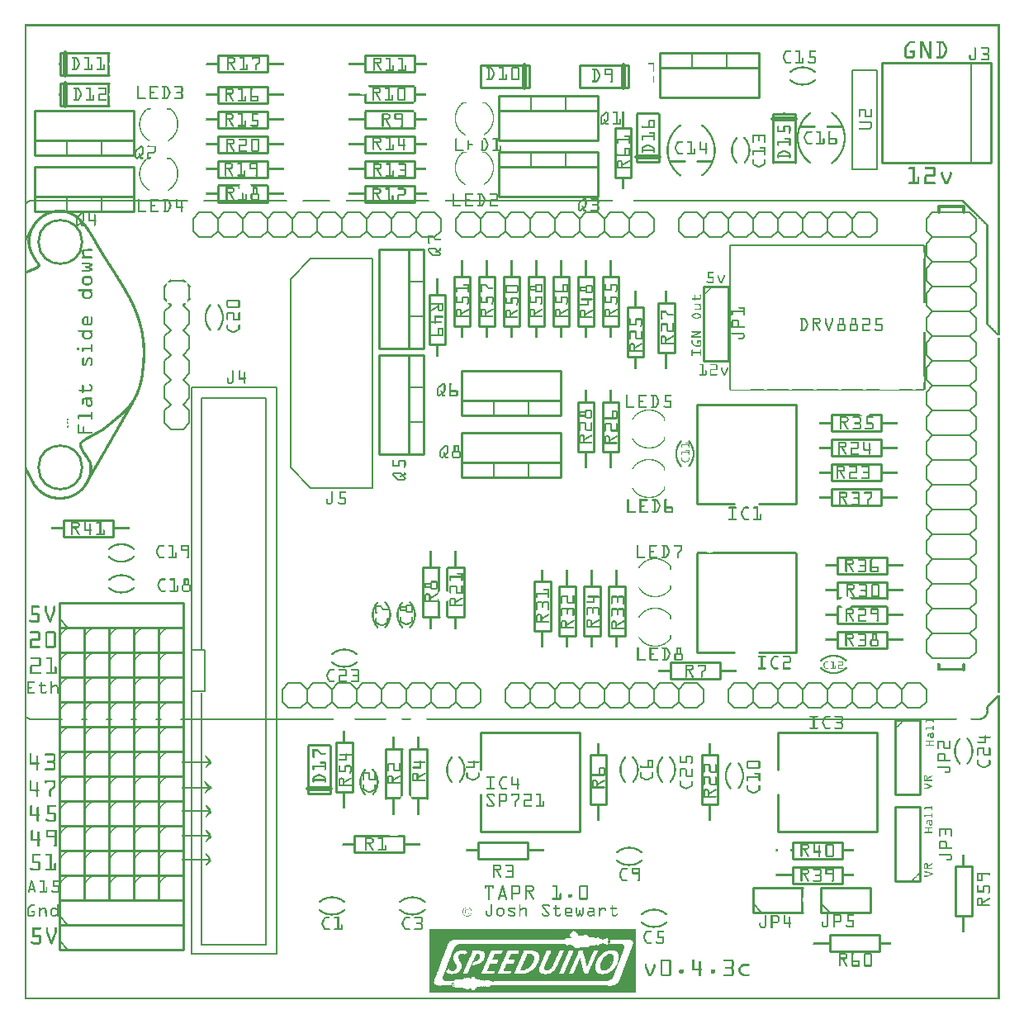
<source format=gto>
G04 MADE WITH FRITZING*
G04 WWW.FRITZING.ORG*
G04 DOUBLE SIDED*
G04 HOLES PLATED*
G04 CONTOUR ON CENTER OF CONTOUR VECTOR*
%ASAXBY*%
%FSLAX23Y23*%
%MOIN*%
%OFA0B0*%
%SFA1.0B1.0*%
%ADD10C,0.186068X0.16638*%
%ADD11R,0.354200X2.295200X0.338200X2.279200*%
%ADD12C,0.008000*%
%ADD13R,0.063000X0.173200X0.047000X0.157200*%
%ADD14C,0.010000*%
%ADD15C,0.005000*%
%ADD16C,0.012000*%
%ADD17C,0.006000*%
%ADD18C,0.020000*%
%ADD19R,0.001000X0.001000*%
%LNSILK1*%
G90*
G70*
G54D10*
X144Y2148D03*
X144Y3058D03*
G54D12*
X673Y2472D02*
X1019Y2472D01*
X1019Y184D01*
X673Y184D01*
X673Y2472D01*
D02*
X673Y1411D02*
X728Y1411D01*
X728Y1245D01*
X673Y1245D01*
X673Y1411D01*
D02*
X666Y2478D02*
X666Y2428D01*
D02*
X666Y2428D02*
X641Y2403D01*
D02*
X591Y2403D02*
X566Y2428D01*
D02*
X641Y2603D02*
X666Y2578D01*
D02*
X666Y2578D02*
X666Y2528D01*
D02*
X666Y2528D02*
X641Y2503D01*
D02*
X591Y2503D02*
X566Y2528D01*
D02*
X566Y2528D02*
X566Y2578D01*
D02*
X566Y2578D02*
X591Y2603D01*
D02*
X666Y2478D02*
X641Y2503D01*
D02*
X591Y2503D02*
X566Y2478D01*
D02*
X566Y2428D02*
X566Y2478D01*
D02*
X666Y2778D02*
X666Y2728D01*
D02*
X666Y2728D02*
X641Y2703D01*
D02*
X591Y2703D02*
X566Y2728D01*
D02*
X641Y2703D02*
X666Y2678D01*
D02*
X666Y2678D02*
X666Y2628D01*
D02*
X666Y2628D02*
X641Y2603D01*
D02*
X591Y2603D02*
X566Y2628D01*
D02*
X566Y2628D02*
X566Y2678D01*
D02*
X566Y2678D02*
X591Y2703D01*
D02*
X666Y2778D02*
X641Y2803D01*
D02*
X591Y2803D02*
X566Y2778D01*
D02*
X566Y2728D02*
X566Y2778D01*
D02*
X666Y2878D02*
X666Y2828D01*
D02*
X641Y2903D02*
X591Y2903D01*
D02*
X566Y2828D02*
X566Y2878D01*
D02*
X666Y2378D02*
X666Y2328D01*
D02*
X666Y2328D02*
X641Y2303D01*
D02*
X591Y2303D02*
X566Y2328D01*
D02*
X666Y2378D02*
X641Y2403D01*
D02*
X591Y2403D02*
X566Y2378D01*
D02*
X566Y2328D02*
X566Y2378D01*
D02*
X641Y2303D02*
X591Y2303D01*
G54D14*
D02*
X2449Y3519D02*
X2449Y3319D01*
D02*
X2449Y3319D02*
X2383Y3319D01*
D02*
X2383Y3319D02*
X2383Y3519D01*
D02*
X2383Y3519D02*
X2449Y3519D01*
D02*
X3758Y338D02*
X3758Y538D01*
D02*
X3758Y538D02*
X3824Y538D01*
D02*
X3824Y538D02*
X3824Y338D01*
D02*
X3824Y338D02*
X3758Y338D01*
D02*
X3251Y261D02*
X3451Y261D01*
D02*
X3451Y261D02*
X3451Y195D01*
D02*
X3451Y195D02*
X3251Y195D01*
D02*
X3251Y195D02*
X3251Y261D01*
D02*
X141Y1503D02*
X641Y1503D01*
D02*
X641Y1503D02*
X641Y1603D01*
D02*
X641Y1603D02*
X141Y1603D01*
D02*
X141Y1603D02*
X141Y1503D01*
G54D15*
D02*
X176Y1503D02*
X141Y1538D01*
G54D14*
D02*
X141Y203D02*
X641Y203D01*
D02*
X641Y203D02*
X641Y303D01*
D02*
X641Y303D02*
X141Y303D01*
D02*
X141Y303D02*
X141Y203D01*
G54D15*
D02*
X176Y203D02*
X141Y238D01*
G54D14*
D02*
X141Y903D02*
X141Y803D01*
D02*
X141Y803D02*
X241Y803D01*
D02*
X241Y803D02*
X241Y903D01*
D02*
X241Y903D02*
X141Y903D01*
D02*
X141Y1203D02*
X141Y1103D01*
D02*
X141Y1103D02*
X241Y1103D01*
D02*
X241Y1103D02*
X241Y1203D01*
D02*
X241Y1203D02*
X141Y1203D01*
D02*
X141Y303D02*
X641Y303D01*
D02*
X641Y303D02*
X641Y403D01*
D02*
X641Y403D02*
X141Y403D01*
D02*
X141Y403D02*
X141Y303D01*
G54D15*
D02*
X176Y303D02*
X141Y338D01*
G54D14*
D02*
X141Y1403D02*
X141Y1303D01*
D02*
X141Y1303D02*
X241Y1303D01*
D02*
X241Y1303D02*
X241Y1403D01*
D02*
X241Y1403D02*
X141Y1403D01*
D02*
X141Y1303D02*
X141Y1203D01*
D02*
X141Y1203D02*
X241Y1203D01*
D02*
X241Y1203D02*
X241Y1303D01*
D02*
X241Y1303D02*
X141Y1303D01*
D02*
X141Y1103D02*
X141Y1003D01*
D02*
X141Y1003D02*
X241Y1003D01*
D02*
X241Y1003D02*
X241Y1103D01*
D02*
X241Y1103D02*
X141Y1103D01*
D02*
X141Y803D02*
X141Y703D01*
D02*
X141Y703D02*
X241Y703D01*
D02*
X241Y703D02*
X241Y803D01*
D02*
X241Y803D02*
X141Y803D01*
D02*
X141Y503D02*
X141Y403D01*
D02*
X141Y403D02*
X241Y403D01*
D02*
X241Y403D02*
X241Y503D01*
D02*
X241Y503D02*
X141Y503D01*
D02*
X141Y1003D02*
X141Y903D01*
D02*
X141Y903D02*
X241Y903D01*
D02*
X241Y903D02*
X241Y1003D01*
D02*
X241Y1003D02*
X141Y1003D01*
D02*
X141Y1503D02*
X141Y1403D01*
D02*
X141Y1403D02*
X241Y1403D01*
D02*
X241Y1403D02*
X241Y1503D01*
D02*
X241Y1503D02*
X141Y1503D01*
D02*
X141Y703D02*
X141Y603D01*
D02*
X141Y603D02*
X241Y603D01*
D02*
X241Y603D02*
X241Y703D01*
D02*
X241Y703D02*
X141Y703D01*
D02*
X141Y603D02*
X141Y503D01*
D02*
X141Y503D02*
X241Y503D01*
D02*
X241Y503D02*
X241Y603D01*
D02*
X241Y603D02*
X141Y603D01*
D02*
X241Y903D02*
X241Y803D01*
D02*
X241Y803D02*
X341Y803D01*
D02*
X341Y803D02*
X341Y903D01*
D02*
X341Y903D02*
X241Y903D01*
D02*
X241Y1203D02*
X241Y1103D01*
D02*
X241Y1103D02*
X341Y1103D01*
D02*
X341Y1103D02*
X341Y1203D01*
D02*
X341Y1203D02*
X241Y1203D01*
D02*
X241Y1403D02*
X241Y1303D01*
D02*
X241Y1303D02*
X341Y1303D01*
D02*
X341Y1303D02*
X341Y1403D01*
D02*
X341Y1403D02*
X241Y1403D01*
D02*
X241Y1303D02*
X241Y1203D01*
D02*
X241Y1203D02*
X341Y1203D01*
D02*
X341Y1203D02*
X341Y1303D01*
D02*
X341Y1303D02*
X241Y1303D01*
D02*
X241Y1103D02*
X241Y1003D01*
D02*
X241Y1003D02*
X341Y1003D01*
D02*
X341Y1003D02*
X341Y1103D01*
D02*
X341Y1103D02*
X241Y1103D01*
D02*
X241Y803D02*
X241Y703D01*
D02*
X241Y703D02*
X341Y703D01*
D02*
X341Y703D02*
X341Y803D01*
D02*
X341Y803D02*
X241Y803D01*
D02*
X241Y503D02*
X241Y403D01*
D02*
X241Y403D02*
X341Y403D01*
D02*
X341Y403D02*
X341Y503D01*
D02*
X341Y503D02*
X241Y503D01*
D02*
X241Y1003D02*
X241Y903D01*
D02*
X241Y903D02*
X341Y903D01*
D02*
X341Y903D02*
X341Y1003D01*
D02*
X341Y1003D02*
X241Y1003D01*
D02*
X241Y1503D02*
X241Y1403D01*
D02*
X241Y1403D02*
X341Y1403D01*
D02*
X341Y1403D02*
X341Y1503D01*
D02*
X341Y1503D02*
X241Y1503D01*
D02*
X241Y703D02*
X241Y603D01*
D02*
X241Y603D02*
X341Y603D01*
D02*
X341Y603D02*
X341Y703D01*
D02*
X341Y703D02*
X241Y703D01*
D02*
X241Y603D02*
X241Y503D01*
D02*
X241Y503D02*
X341Y503D01*
D02*
X341Y503D02*
X341Y603D01*
D02*
X341Y603D02*
X241Y603D01*
D02*
X341Y903D02*
X341Y803D01*
D02*
X341Y803D02*
X441Y803D01*
D02*
X441Y803D02*
X441Y903D01*
D02*
X441Y903D02*
X341Y903D01*
D02*
X341Y1203D02*
X341Y1103D01*
D02*
X341Y1103D02*
X441Y1103D01*
D02*
X441Y1103D02*
X441Y1203D01*
D02*
X441Y1203D02*
X341Y1203D01*
D02*
X341Y1403D02*
X341Y1303D01*
D02*
X341Y1303D02*
X441Y1303D01*
D02*
X441Y1303D02*
X441Y1403D01*
D02*
X441Y1403D02*
X341Y1403D01*
D02*
X341Y1303D02*
X341Y1203D01*
D02*
X341Y1203D02*
X441Y1203D01*
D02*
X441Y1203D02*
X441Y1303D01*
D02*
X441Y1303D02*
X341Y1303D01*
D02*
X341Y1103D02*
X341Y1003D01*
D02*
X341Y1003D02*
X441Y1003D01*
D02*
X441Y1003D02*
X441Y1103D01*
D02*
X441Y1103D02*
X341Y1103D01*
D02*
X341Y803D02*
X341Y703D01*
D02*
X341Y703D02*
X441Y703D01*
D02*
X441Y703D02*
X441Y803D01*
D02*
X441Y803D02*
X341Y803D01*
D02*
X341Y503D02*
X341Y403D01*
D02*
X341Y403D02*
X441Y403D01*
D02*
X441Y403D02*
X441Y503D01*
D02*
X441Y503D02*
X341Y503D01*
D02*
X341Y1003D02*
X341Y903D01*
D02*
X341Y903D02*
X441Y903D01*
D02*
X441Y903D02*
X441Y1003D01*
D02*
X441Y1003D02*
X341Y1003D01*
D02*
X341Y1503D02*
X341Y1403D01*
D02*
X341Y1403D02*
X441Y1403D01*
D02*
X441Y1403D02*
X441Y1503D01*
D02*
X441Y1503D02*
X341Y1503D01*
D02*
X341Y703D02*
X341Y603D01*
D02*
X341Y603D02*
X441Y603D01*
D02*
X441Y603D02*
X441Y703D01*
D02*
X441Y703D02*
X341Y703D01*
D02*
X341Y603D02*
X341Y503D01*
D02*
X341Y503D02*
X441Y503D01*
D02*
X441Y503D02*
X441Y603D01*
D02*
X441Y603D02*
X341Y603D01*
D02*
X441Y903D02*
X441Y803D01*
D02*
X441Y803D02*
X541Y803D01*
D02*
X541Y803D02*
X541Y903D01*
D02*
X541Y903D02*
X441Y903D01*
D02*
X441Y1203D02*
X441Y1103D01*
D02*
X441Y1103D02*
X541Y1103D01*
D02*
X541Y1103D02*
X541Y1203D01*
D02*
X541Y1203D02*
X441Y1203D01*
D02*
X441Y1403D02*
X441Y1303D01*
D02*
X441Y1303D02*
X541Y1303D01*
D02*
X541Y1303D02*
X541Y1403D01*
D02*
X541Y1403D02*
X441Y1403D01*
D02*
X441Y1303D02*
X441Y1203D01*
D02*
X441Y1203D02*
X541Y1203D01*
D02*
X541Y1203D02*
X541Y1303D01*
D02*
X541Y1303D02*
X441Y1303D01*
D02*
X441Y1103D02*
X441Y1003D01*
D02*
X441Y1003D02*
X541Y1003D01*
D02*
X541Y1003D02*
X541Y1103D01*
D02*
X541Y1103D02*
X441Y1103D01*
D02*
X441Y803D02*
X441Y703D01*
D02*
X441Y703D02*
X541Y703D01*
D02*
X541Y703D02*
X541Y803D01*
D02*
X541Y803D02*
X441Y803D01*
D02*
X441Y503D02*
X441Y403D01*
D02*
X441Y403D02*
X541Y403D01*
D02*
X541Y403D02*
X541Y503D01*
D02*
X541Y503D02*
X441Y503D01*
D02*
X441Y1003D02*
X441Y903D01*
D02*
X441Y903D02*
X541Y903D01*
D02*
X541Y903D02*
X541Y1003D01*
D02*
X541Y1003D02*
X441Y1003D01*
D02*
X441Y1503D02*
X441Y1403D01*
D02*
X441Y1403D02*
X541Y1403D01*
D02*
X541Y1403D02*
X541Y1503D01*
D02*
X541Y1503D02*
X441Y1503D01*
D02*
X441Y703D02*
X441Y603D01*
D02*
X441Y603D02*
X541Y603D01*
D02*
X541Y603D02*
X541Y703D01*
D02*
X541Y703D02*
X441Y703D01*
D02*
X441Y603D02*
X441Y503D01*
D02*
X441Y503D02*
X541Y503D01*
D02*
X541Y503D02*
X541Y603D01*
D02*
X541Y603D02*
X441Y603D01*
D02*
X541Y503D02*
X541Y403D01*
D02*
X541Y403D02*
X641Y403D01*
D02*
X641Y403D02*
X641Y503D01*
D02*
X641Y503D02*
X541Y503D01*
D02*
X541Y603D02*
X541Y503D01*
D02*
X541Y503D02*
X641Y503D01*
D02*
X641Y503D02*
X641Y603D01*
D02*
X641Y603D02*
X541Y603D01*
D02*
X541Y703D02*
X541Y603D01*
D02*
X541Y603D02*
X641Y603D01*
D02*
X641Y603D02*
X641Y703D01*
D02*
X641Y703D02*
X541Y703D01*
D02*
X541Y803D02*
X541Y703D01*
D02*
X541Y703D02*
X641Y703D01*
D02*
X641Y703D02*
X641Y803D01*
D02*
X641Y803D02*
X541Y803D01*
D02*
X541Y903D02*
X541Y803D01*
D02*
X541Y803D02*
X641Y803D01*
D02*
X641Y803D02*
X641Y903D01*
D02*
X641Y903D02*
X541Y903D01*
D02*
X541Y1003D02*
X541Y903D01*
D02*
X541Y903D02*
X641Y903D01*
D02*
X641Y903D02*
X641Y1003D01*
D02*
X641Y1003D02*
X541Y1003D01*
D02*
X541Y1103D02*
X541Y1003D01*
D02*
X541Y1003D02*
X641Y1003D01*
D02*
X641Y1003D02*
X641Y1103D01*
D02*
X641Y1103D02*
X541Y1103D01*
D02*
X541Y1203D02*
X541Y1103D01*
D02*
X541Y1103D02*
X641Y1103D01*
D02*
X641Y1103D02*
X641Y1203D01*
D02*
X641Y1203D02*
X541Y1203D01*
D02*
X541Y1303D02*
X541Y1203D01*
D02*
X541Y1203D02*
X641Y1203D01*
D02*
X641Y1203D02*
X641Y1303D01*
D02*
X641Y1303D02*
X541Y1303D01*
D02*
X541Y1403D02*
X541Y1303D01*
D02*
X541Y1303D02*
X641Y1303D01*
D02*
X641Y1303D02*
X641Y1403D01*
D02*
X641Y1403D02*
X541Y1403D01*
D02*
X541Y1503D02*
X541Y1403D01*
D02*
X541Y1403D02*
X641Y1403D01*
D02*
X641Y1403D02*
X641Y1503D01*
D02*
X641Y1503D02*
X541Y1503D01*
D02*
X1841Y678D02*
X2241Y678D01*
D02*
X2241Y678D02*
X2241Y1078D01*
D02*
X2241Y1078D02*
X1841Y1078D01*
D02*
X1841Y678D02*
X1841Y828D01*
D02*
X1841Y928D02*
X1841Y1078D01*
G54D12*
D02*
X1406Y2991D02*
X1406Y2066D01*
D02*
X1406Y2066D02*
X1156Y2066D01*
D02*
X1156Y2066D02*
X1076Y2148D01*
D02*
X1076Y2148D02*
X1076Y2908D01*
D02*
X1076Y2908D02*
X1156Y2991D01*
D02*
X1156Y2991D02*
X1406Y2991D01*
G54D14*
D02*
X3041Y678D02*
X3441Y678D01*
D02*
X3441Y678D02*
X3441Y1078D01*
D02*
X3441Y1078D02*
X3041Y1078D01*
D02*
X3041Y678D02*
X3041Y828D01*
D02*
X3041Y928D02*
X3041Y1078D01*
G54D16*
D02*
X3791Y1333D02*
X3791Y1353D01*
D02*
X3691Y3178D02*
X3691Y3203D01*
D02*
X3691Y3203D02*
X3791Y3203D01*
D02*
X3791Y3203D02*
X3791Y3178D01*
G54D17*
D02*
X3466Y1278D02*
X3516Y1278D01*
D02*
X3516Y1278D02*
X3541Y1253D01*
D02*
X3541Y1253D02*
X3541Y1203D01*
D02*
X3541Y1203D02*
X3516Y1178D01*
D02*
X3341Y1253D02*
X3366Y1278D01*
D02*
X3366Y1278D02*
X3416Y1278D01*
D02*
X3416Y1278D02*
X3441Y1253D01*
D02*
X3441Y1253D02*
X3441Y1203D01*
D02*
X3441Y1203D02*
X3416Y1178D01*
D02*
X3416Y1178D02*
X3366Y1178D01*
D02*
X3366Y1178D02*
X3341Y1203D01*
D02*
X3466Y1278D02*
X3441Y1253D01*
D02*
X3441Y1203D02*
X3466Y1178D01*
D02*
X3516Y1178D02*
X3466Y1178D01*
D02*
X3166Y1278D02*
X3216Y1278D01*
D02*
X3216Y1278D02*
X3241Y1253D01*
D02*
X3241Y1253D02*
X3241Y1203D01*
D02*
X3241Y1203D02*
X3216Y1178D01*
D02*
X3241Y1253D02*
X3266Y1278D01*
D02*
X3266Y1278D02*
X3316Y1278D01*
D02*
X3316Y1278D02*
X3341Y1253D01*
D02*
X3341Y1253D02*
X3341Y1203D01*
D02*
X3341Y1203D02*
X3316Y1178D01*
D02*
X3316Y1178D02*
X3266Y1178D01*
D02*
X3266Y1178D02*
X3241Y1203D01*
D02*
X3041Y1253D02*
X3066Y1278D01*
D02*
X3066Y1278D02*
X3116Y1278D01*
D02*
X3116Y1278D02*
X3141Y1253D01*
D02*
X3141Y1253D02*
X3141Y1203D01*
D02*
X3141Y1203D02*
X3116Y1178D01*
D02*
X3116Y1178D02*
X3066Y1178D01*
D02*
X3066Y1178D02*
X3041Y1203D01*
D02*
X3166Y1278D02*
X3141Y1253D01*
D02*
X3141Y1203D02*
X3166Y1178D01*
D02*
X3216Y1178D02*
X3166Y1178D01*
D02*
X2866Y1278D02*
X2916Y1278D01*
D02*
X2916Y1278D02*
X2941Y1253D01*
D02*
X2941Y1253D02*
X2941Y1203D01*
D02*
X2941Y1203D02*
X2916Y1178D01*
D02*
X2941Y1253D02*
X2966Y1278D01*
D02*
X2966Y1278D02*
X3016Y1278D01*
D02*
X3016Y1278D02*
X3041Y1253D01*
D02*
X3041Y1253D02*
X3041Y1203D01*
D02*
X3041Y1203D02*
X3016Y1178D01*
D02*
X3016Y1178D02*
X2966Y1178D01*
D02*
X2966Y1178D02*
X2941Y1203D01*
D02*
X2841Y1253D02*
X2841Y1203D01*
D02*
X2866Y1278D02*
X2841Y1253D01*
D02*
X2841Y1203D02*
X2866Y1178D01*
D02*
X2916Y1178D02*
X2866Y1178D01*
D02*
X3566Y1278D02*
X3616Y1278D01*
D02*
X3616Y1278D02*
X3641Y1253D01*
D02*
X3641Y1253D02*
X3641Y1203D01*
D02*
X3641Y1203D02*
X3616Y1178D01*
D02*
X3566Y1278D02*
X3541Y1253D01*
D02*
X3541Y1203D02*
X3566Y1178D01*
D02*
X3616Y1178D02*
X3566Y1178D01*
D02*
X2566Y1278D02*
X2616Y1278D01*
D02*
X2616Y1278D02*
X2641Y1253D01*
D02*
X2641Y1253D02*
X2641Y1203D01*
D02*
X2641Y1203D02*
X2616Y1178D01*
D02*
X2441Y1253D02*
X2466Y1278D01*
D02*
X2466Y1278D02*
X2516Y1278D01*
D02*
X2516Y1278D02*
X2541Y1253D01*
D02*
X2541Y1253D02*
X2541Y1203D01*
D02*
X2541Y1203D02*
X2516Y1178D01*
D02*
X2516Y1178D02*
X2466Y1178D01*
D02*
X2466Y1178D02*
X2441Y1203D01*
D02*
X2566Y1278D02*
X2541Y1253D01*
D02*
X2541Y1203D02*
X2566Y1178D01*
D02*
X2616Y1178D02*
X2566Y1178D01*
D02*
X2266Y1278D02*
X2316Y1278D01*
D02*
X2316Y1278D02*
X2341Y1253D01*
D02*
X2341Y1253D02*
X2341Y1203D01*
D02*
X2341Y1203D02*
X2316Y1178D01*
D02*
X2341Y1253D02*
X2366Y1278D01*
D02*
X2366Y1278D02*
X2416Y1278D01*
D02*
X2416Y1278D02*
X2441Y1253D01*
D02*
X2441Y1253D02*
X2441Y1203D01*
D02*
X2441Y1203D02*
X2416Y1178D01*
D02*
X2416Y1178D02*
X2366Y1178D01*
D02*
X2366Y1178D02*
X2341Y1203D01*
D02*
X2141Y1253D02*
X2166Y1278D01*
D02*
X2166Y1278D02*
X2216Y1278D01*
D02*
X2216Y1278D02*
X2241Y1253D01*
D02*
X2241Y1253D02*
X2241Y1203D01*
D02*
X2241Y1203D02*
X2216Y1178D01*
D02*
X2216Y1178D02*
X2166Y1178D01*
D02*
X2166Y1178D02*
X2141Y1203D01*
D02*
X2266Y1278D02*
X2241Y1253D01*
D02*
X2241Y1203D02*
X2266Y1178D01*
D02*
X2316Y1178D02*
X2266Y1178D01*
D02*
X1966Y1278D02*
X2016Y1278D01*
D02*
X2016Y1278D02*
X2041Y1253D01*
D02*
X2041Y1253D02*
X2041Y1203D01*
D02*
X2041Y1203D02*
X2016Y1178D01*
D02*
X2041Y1253D02*
X2066Y1278D01*
D02*
X2066Y1278D02*
X2116Y1278D01*
D02*
X2116Y1278D02*
X2141Y1253D01*
D02*
X2141Y1253D02*
X2141Y1203D01*
D02*
X2141Y1203D02*
X2116Y1178D01*
D02*
X2116Y1178D02*
X2066Y1178D01*
D02*
X2066Y1178D02*
X2041Y1203D01*
D02*
X1941Y1253D02*
X1941Y1203D01*
D02*
X1966Y1278D02*
X1941Y1253D01*
D02*
X1941Y1203D02*
X1966Y1178D01*
D02*
X2016Y1178D02*
X1966Y1178D01*
D02*
X2666Y1278D02*
X2716Y1278D01*
D02*
X2716Y1278D02*
X2741Y1253D01*
D02*
X2741Y1253D02*
X2741Y1203D01*
D02*
X2741Y1203D02*
X2716Y1178D01*
D02*
X2666Y1278D02*
X2641Y1253D01*
D02*
X2641Y1203D02*
X2666Y1178D01*
D02*
X2716Y1178D02*
X2666Y1178D01*
D02*
X2816Y3078D02*
X2766Y3078D01*
D02*
X2766Y3078D02*
X2741Y3103D01*
D02*
X2741Y3103D02*
X2741Y3153D01*
D02*
X2741Y3153D02*
X2766Y3178D01*
D02*
X2941Y3103D02*
X2916Y3078D01*
D02*
X2916Y3078D02*
X2866Y3078D01*
D02*
X2866Y3078D02*
X2841Y3103D01*
D02*
X2841Y3103D02*
X2841Y3153D01*
D02*
X2841Y3153D02*
X2866Y3178D01*
D02*
X2866Y3178D02*
X2916Y3178D01*
D02*
X2916Y3178D02*
X2941Y3153D01*
D02*
X2816Y3078D02*
X2841Y3103D01*
D02*
X2841Y3153D02*
X2816Y3178D01*
D02*
X2766Y3178D02*
X2816Y3178D01*
D02*
X3116Y3078D02*
X3066Y3078D01*
D02*
X3066Y3078D02*
X3041Y3103D01*
D02*
X3041Y3103D02*
X3041Y3153D01*
D02*
X3041Y3153D02*
X3066Y3178D01*
D02*
X3041Y3103D02*
X3016Y3078D01*
D02*
X3016Y3078D02*
X2966Y3078D01*
D02*
X2966Y3078D02*
X2941Y3103D01*
D02*
X2941Y3103D02*
X2941Y3153D01*
D02*
X2941Y3153D02*
X2966Y3178D01*
D02*
X2966Y3178D02*
X3016Y3178D01*
D02*
X3016Y3178D02*
X3041Y3153D01*
D02*
X3241Y3103D02*
X3216Y3078D01*
D02*
X3216Y3078D02*
X3166Y3078D01*
D02*
X3166Y3078D02*
X3141Y3103D01*
D02*
X3141Y3103D02*
X3141Y3153D01*
D02*
X3141Y3153D02*
X3166Y3178D01*
D02*
X3166Y3178D02*
X3216Y3178D01*
D02*
X3216Y3178D02*
X3241Y3153D01*
D02*
X3116Y3078D02*
X3141Y3103D01*
D02*
X3141Y3153D02*
X3116Y3178D01*
D02*
X3066Y3178D02*
X3116Y3178D01*
D02*
X3416Y3078D02*
X3366Y3078D01*
D02*
X3366Y3078D02*
X3341Y3103D01*
D02*
X3341Y3103D02*
X3341Y3153D01*
D02*
X3341Y3153D02*
X3366Y3178D01*
D02*
X3341Y3103D02*
X3316Y3078D01*
D02*
X3316Y3078D02*
X3266Y3078D01*
D02*
X3266Y3078D02*
X3241Y3103D01*
D02*
X3241Y3103D02*
X3241Y3153D01*
D02*
X3241Y3153D02*
X3266Y3178D01*
D02*
X3266Y3178D02*
X3316Y3178D01*
D02*
X3316Y3178D02*
X3341Y3153D01*
D02*
X3441Y3103D02*
X3441Y3153D01*
D02*
X3416Y3078D02*
X3441Y3103D01*
D02*
X3441Y3153D02*
X3416Y3178D01*
D02*
X3366Y3178D02*
X3416Y3178D01*
D02*
X2716Y3078D02*
X2666Y3078D01*
D02*
X2666Y3078D02*
X2641Y3103D01*
D02*
X2641Y3103D02*
X2641Y3153D01*
D02*
X2641Y3153D02*
X2666Y3178D01*
D02*
X2716Y3078D02*
X2741Y3103D01*
D02*
X2741Y3153D02*
X2716Y3178D01*
D02*
X2666Y3178D02*
X2716Y3178D01*
D02*
X1481Y3153D02*
X1506Y3178D01*
D02*
X1506Y3178D02*
X1556Y3178D01*
D02*
X1556Y3178D02*
X1581Y3153D01*
D02*
X1581Y3153D02*
X1581Y3103D01*
D02*
X1581Y3103D02*
X1556Y3078D01*
D02*
X1556Y3078D02*
X1506Y3078D01*
D02*
X1506Y3078D02*
X1481Y3103D01*
D02*
X1306Y3178D02*
X1356Y3178D01*
D02*
X1356Y3178D02*
X1381Y3153D01*
D02*
X1381Y3153D02*
X1381Y3103D01*
D02*
X1381Y3103D02*
X1356Y3078D01*
D02*
X1381Y3153D02*
X1406Y3178D01*
D02*
X1406Y3178D02*
X1456Y3178D01*
D02*
X1456Y3178D02*
X1481Y3153D01*
D02*
X1481Y3153D02*
X1481Y3103D01*
D02*
X1481Y3103D02*
X1456Y3078D01*
D02*
X1456Y3078D02*
X1406Y3078D01*
D02*
X1406Y3078D02*
X1381Y3103D01*
D02*
X1181Y3153D02*
X1206Y3178D01*
D02*
X1206Y3178D02*
X1256Y3178D01*
D02*
X1256Y3178D02*
X1281Y3153D01*
D02*
X1281Y3153D02*
X1281Y3103D01*
D02*
X1281Y3103D02*
X1256Y3078D01*
D02*
X1256Y3078D02*
X1206Y3078D01*
D02*
X1206Y3078D02*
X1181Y3103D01*
D02*
X1306Y3178D02*
X1281Y3153D01*
D02*
X1281Y3103D02*
X1306Y3078D01*
D02*
X1356Y3078D02*
X1306Y3078D01*
D02*
X1006Y3178D02*
X1056Y3178D01*
D02*
X1056Y3178D02*
X1081Y3153D01*
D02*
X1081Y3153D02*
X1081Y3103D01*
D02*
X1081Y3103D02*
X1056Y3078D01*
D02*
X1081Y3153D02*
X1106Y3178D01*
D02*
X1106Y3178D02*
X1156Y3178D01*
D02*
X1156Y3178D02*
X1181Y3153D01*
D02*
X1181Y3153D02*
X1181Y3103D01*
D02*
X1181Y3103D02*
X1156Y3078D01*
D02*
X1156Y3078D02*
X1106Y3078D01*
D02*
X1106Y3078D02*
X1081Y3103D01*
D02*
X881Y3153D02*
X906Y3178D01*
D02*
X906Y3178D02*
X956Y3178D01*
D02*
X956Y3178D02*
X981Y3153D01*
D02*
X981Y3153D02*
X981Y3103D01*
D02*
X981Y3103D02*
X956Y3078D01*
D02*
X956Y3078D02*
X906Y3078D01*
D02*
X906Y3078D02*
X881Y3103D01*
D02*
X1006Y3178D02*
X981Y3153D01*
D02*
X981Y3103D02*
X1006Y3078D01*
D02*
X1056Y3078D02*
X1006Y3078D01*
D02*
X706Y3178D02*
X756Y3178D01*
D02*
X756Y3178D02*
X781Y3153D01*
D02*
X781Y3153D02*
X781Y3103D01*
D02*
X781Y3103D02*
X756Y3078D01*
D02*
X781Y3153D02*
X806Y3178D01*
D02*
X806Y3178D02*
X856Y3178D01*
D02*
X856Y3178D02*
X881Y3153D01*
D02*
X881Y3153D02*
X881Y3103D01*
D02*
X881Y3103D02*
X856Y3078D01*
D02*
X856Y3078D02*
X806Y3078D01*
D02*
X806Y3078D02*
X781Y3103D01*
D02*
X681Y3153D02*
X681Y3103D01*
D02*
X706Y3178D02*
X681Y3153D01*
D02*
X681Y3103D02*
X706Y3078D01*
D02*
X756Y3078D02*
X706Y3078D01*
D02*
X1606Y3178D02*
X1656Y3178D01*
D02*
X1656Y3178D02*
X1681Y3153D01*
D02*
X1681Y3153D02*
X1681Y3103D01*
D02*
X1681Y3103D02*
X1656Y3078D01*
D02*
X1606Y3178D02*
X1581Y3153D01*
D02*
X1581Y3103D02*
X1606Y3078D01*
D02*
X1656Y3078D02*
X1606Y3078D01*
D02*
X1666Y1278D02*
X1716Y1278D01*
D02*
X1716Y1278D02*
X1741Y1253D01*
D02*
X1741Y1253D02*
X1741Y1203D01*
D02*
X1741Y1203D02*
X1716Y1178D01*
D02*
X1541Y1253D02*
X1566Y1278D01*
D02*
X1566Y1278D02*
X1616Y1278D01*
D02*
X1616Y1278D02*
X1641Y1253D01*
D02*
X1641Y1253D02*
X1641Y1203D01*
D02*
X1641Y1203D02*
X1616Y1178D01*
D02*
X1616Y1178D02*
X1566Y1178D01*
D02*
X1566Y1178D02*
X1541Y1203D01*
D02*
X1666Y1278D02*
X1641Y1253D01*
D02*
X1641Y1203D02*
X1666Y1178D01*
D02*
X1716Y1178D02*
X1666Y1178D01*
D02*
X1366Y1278D02*
X1416Y1278D01*
D02*
X1416Y1278D02*
X1441Y1253D01*
D02*
X1441Y1253D02*
X1441Y1203D01*
D02*
X1441Y1203D02*
X1416Y1178D01*
D02*
X1441Y1253D02*
X1466Y1278D01*
D02*
X1466Y1278D02*
X1516Y1278D01*
D02*
X1516Y1278D02*
X1541Y1253D01*
D02*
X1541Y1253D02*
X1541Y1203D01*
D02*
X1541Y1203D02*
X1516Y1178D01*
D02*
X1516Y1178D02*
X1466Y1178D01*
D02*
X1466Y1178D02*
X1441Y1203D01*
D02*
X1241Y1253D02*
X1266Y1278D01*
D02*
X1266Y1278D02*
X1316Y1278D01*
D02*
X1316Y1278D02*
X1341Y1253D01*
D02*
X1341Y1253D02*
X1341Y1203D01*
D02*
X1341Y1203D02*
X1316Y1178D01*
D02*
X1316Y1178D02*
X1266Y1178D01*
D02*
X1266Y1178D02*
X1241Y1203D01*
D02*
X1366Y1278D02*
X1341Y1253D01*
D02*
X1341Y1203D02*
X1366Y1178D01*
D02*
X1416Y1178D02*
X1366Y1178D01*
D02*
X1066Y1278D02*
X1116Y1278D01*
D02*
X1116Y1278D02*
X1141Y1253D01*
D02*
X1141Y1253D02*
X1141Y1203D01*
D02*
X1141Y1203D02*
X1116Y1178D01*
D02*
X1141Y1253D02*
X1166Y1278D01*
D02*
X1166Y1278D02*
X1216Y1278D01*
D02*
X1216Y1278D02*
X1241Y1253D01*
D02*
X1241Y1253D02*
X1241Y1203D01*
D02*
X1241Y1203D02*
X1216Y1178D01*
D02*
X1216Y1178D02*
X1166Y1178D01*
D02*
X1166Y1178D02*
X1141Y1203D01*
D02*
X1041Y1253D02*
X1041Y1203D01*
D02*
X1066Y1278D02*
X1041Y1253D01*
D02*
X1041Y1203D02*
X1066Y1178D01*
D02*
X1116Y1178D02*
X1066Y1178D01*
D02*
X1766Y1278D02*
X1816Y1278D01*
D02*
X1816Y1278D02*
X1841Y1253D01*
D02*
X1841Y1253D02*
X1841Y1203D01*
D02*
X1841Y1203D02*
X1816Y1178D01*
D02*
X1766Y1278D02*
X1741Y1253D01*
D02*
X1741Y1203D02*
X1766Y1178D01*
D02*
X1816Y1178D02*
X1766Y1178D01*
D02*
X1916Y3078D02*
X1866Y3078D01*
D02*
X1866Y3078D02*
X1841Y3103D01*
D02*
X1841Y3103D02*
X1841Y3153D01*
D02*
X1841Y3153D02*
X1866Y3178D01*
D02*
X2041Y3103D02*
X2016Y3078D01*
D02*
X2016Y3078D02*
X1966Y3078D01*
D02*
X1966Y3078D02*
X1941Y3103D01*
D02*
X1941Y3103D02*
X1941Y3153D01*
D02*
X1941Y3153D02*
X1966Y3178D01*
D02*
X1966Y3178D02*
X2016Y3178D01*
D02*
X2016Y3178D02*
X2041Y3153D01*
D02*
X1916Y3078D02*
X1941Y3103D01*
D02*
X1941Y3153D02*
X1916Y3178D01*
D02*
X1866Y3178D02*
X1916Y3178D01*
D02*
X2216Y3078D02*
X2166Y3078D01*
D02*
X2166Y3078D02*
X2141Y3103D01*
D02*
X2141Y3103D02*
X2141Y3153D01*
D02*
X2141Y3153D02*
X2166Y3178D01*
D02*
X2141Y3103D02*
X2116Y3078D01*
D02*
X2116Y3078D02*
X2066Y3078D01*
D02*
X2066Y3078D02*
X2041Y3103D01*
D02*
X2041Y3103D02*
X2041Y3153D01*
D02*
X2041Y3153D02*
X2066Y3178D01*
D02*
X2066Y3178D02*
X2116Y3178D01*
D02*
X2116Y3178D02*
X2141Y3153D01*
D02*
X2341Y3103D02*
X2316Y3078D01*
D02*
X2316Y3078D02*
X2266Y3078D01*
D02*
X2266Y3078D02*
X2241Y3103D01*
D02*
X2241Y3103D02*
X2241Y3153D01*
D02*
X2241Y3153D02*
X2266Y3178D01*
D02*
X2266Y3178D02*
X2316Y3178D01*
D02*
X2316Y3178D02*
X2341Y3153D01*
D02*
X2216Y3078D02*
X2241Y3103D01*
D02*
X2241Y3153D02*
X2216Y3178D01*
D02*
X2166Y3178D02*
X2216Y3178D01*
D02*
X2516Y3078D02*
X2466Y3078D01*
D02*
X2466Y3078D02*
X2441Y3103D01*
D02*
X2441Y3103D02*
X2441Y3153D01*
D02*
X2441Y3153D02*
X2466Y3178D01*
D02*
X2441Y3103D02*
X2416Y3078D01*
D02*
X2416Y3078D02*
X2366Y3078D01*
D02*
X2366Y3078D02*
X2341Y3103D01*
D02*
X2341Y3103D02*
X2341Y3153D01*
D02*
X2341Y3153D02*
X2366Y3178D01*
D02*
X2366Y3178D02*
X2416Y3178D01*
D02*
X2416Y3178D02*
X2441Y3153D01*
D02*
X2541Y3103D02*
X2541Y3153D01*
D02*
X2516Y3078D02*
X2541Y3103D01*
D02*
X2541Y3153D02*
X2516Y3178D01*
D02*
X2466Y3178D02*
X2516Y3178D01*
D02*
X1816Y3078D02*
X1766Y3078D01*
D02*
X1766Y3078D02*
X1741Y3103D01*
D02*
X1741Y3103D02*
X1741Y3153D01*
D02*
X1741Y3153D02*
X1766Y3178D01*
D02*
X1816Y3078D02*
X1841Y3103D01*
D02*
X1841Y3153D02*
X1816Y3178D01*
D02*
X1766Y3178D02*
X1816Y3178D01*
D02*
X3666Y3178D02*
X3641Y3153D01*
D02*
X3641Y3153D02*
X3641Y3103D01*
D02*
X3641Y3103D02*
X3666Y3078D01*
D02*
X3666Y3078D02*
X3641Y3053D01*
D02*
X3641Y3053D02*
X3641Y3003D01*
D02*
X3641Y3003D02*
X3666Y2978D01*
D02*
X3666Y2978D02*
X3641Y2953D01*
D02*
X3641Y2953D02*
X3641Y2903D01*
D02*
X3641Y2903D02*
X3666Y2878D01*
D02*
X3666Y2878D02*
X3641Y2853D01*
D02*
X3641Y2853D02*
X3641Y2803D01*
D02*
X3641Y2803D02*
X3666Y2778D01*
D02*
X3666Y2778D02*
X3641Y2753D01*
D02*
X3641Y2753D02*
X3641Y2703D01*
D02*
X3641Y2703D02*
X3666Y2678D01*
D02*
X3666Y2678D02*
X3641Y2653D01*
D02*
X3641Y2653D02*
X3641Y2603D01*
D02*
X3641Y2603D02*
X3666Y2578D01*
D02*
X3666Y3178D02*
X3816Y3178D01*
D02*
X3816Y3178D02*
X3841Y3153D01*
D02*
X3841Y3153D02*
X3841Y3103D01*
D02*
X3841Y3103D02*
X3816Y3078D01*
D02*
X3816Y3078D02*
X3841Y3053D01*
D02*
X3841Y3053D02*
X3841Y3003D01*
D02*
X3841Y3003D02*
X3816Y2978D01*
D02*
X3816Y2978D02*
X3841Y2953D01*
D02*
X3841Y2953D02*
X3841Y2903D01*
D02*
X3841Y2903D02*
X3816Y2878D01*
D02*
X3816Y2878D02*
X3841Y2853D01*
D02*
X3841Y2853D02*
X3841Y2803D01*
D02*
X3841Y2803D02*
X3816Y2778D01*
D02*
X3816Y2778D02*
X3841Y2753D01*
D02*
X3841Y2753D02*
X3841Y2703D01*
D02*
X3841Y2703D02*
X3816Y2678D01*
D02*
X3816Y2678D02*
X3841Y2653D01*
D02*
X3841Y2653D02*
X3841Y2603D01*
D02*
X3841Y2603D02*
X3816Y2578D01*
D02*
X3816Y2578D02*
X3841Y2553D01*
D02*
X3841Y2553D02*
X3841Y2503D01*
D02*
X3841Y2503D02*
X3816Y2478D01*
D02*
X3816Y2478D02*
X3841Y2453D01*
D02*
X3841Y2453D02*
X3841Y2403D01*
D02*
X3841Y2403D02*
X3816Y2378D01*
D02*
X3816Y2378D02*
X3841Y2353D01*
D02*
X3841Y2353D02*
X3841Y2303D01*
D02*
X3841Y2303D02*
X3816Y2278D01*
D02*
X3816Y2278D02*
X3841Y2253D01*
D02*
X3841Y2253D02*
X3841Y2203D01*
D02*
X3841Y2203D02*
X3816Y2178D01*
D02*
X3816Y2178D02*
X3841Y2153D01*
D02*
X3841Y2153D02*
X3841Y2103D01*
D02*
X3841Y2103D02*
X3816Y2078D01*
D02*
X3816Y2078D02*
X3841Y2053D01*
D02*
X3841Y2053D02*
X3841Y2003D01*
D02*
X3816Y1978D02*
X3841Y2003D01*
D02*
X3816Y1978D02*
X3841Y1953D01*
D02*
X3841Y1903D02*
X3841Y1953D01*
D02*
X3841Y1903D02*
X3816Y1878D01*
D02*
X3816Y1878D02*
X3841Y1853D01*
D02*
X3841Y1803D02*
X3841Y1853D01*
D02*
X3841Y1803D02*
X3816Y1778D01*
D02*
X3816Y1778D02*
X3841Y1753D01*
D02*
X3841Y1703D02*
X3841Y1753D01*
D02*
X3841Y1703D02*
X3816Y1678D01*
D02*
X3816Y1678D02*
X3841Y1653D01*
D02*
X3841Y1603D02*
X3841Y1653D01*
D02*
X3841Y1603D02*
X3816Y1578D01*
D02*
X3816Y1578D02*
X3841Y1553D01*
D02*
X3841Y1503D02*
X3841Y1553D01*
D02*
X3841Y1503D02*
X3816Y1478D01*
D02*
X3816Y1478D02*
X3841Y1453D01*
D02*
X3841Y1403D02*
X3841Y1453D01*
D02*
X3841Y1403D02*
X3816Y1378D01*
D02*
X3666Y1378D02*
X3641Y1403D01*
D02*
X3641Y1403D02*
X3641Y1453D01*
D02*
X3666Y1478D02*
X3641Y1453D01*
D02*
X3666Y1478D02*
X3641Y1503D01*
D02*
X3641Y1503D02*
X3641Y1553D01*
D02*
X3666Y1578D02*
X3641Y1553D01*
D02*
X3666Y1578D02*
X3641Y1603D01*
D02*
X3641Y1653D02*
X3641Y1603D01*
D02*
X3641Y1653D02*
X3666Y1678D01*
D02*
X3666Y1678D02*
X3641Y1703D01*
D02*
X3641Y1753D02*
X3641Y1703D01*
D02*
X3641Y1753D02*
X3666Y1778D01*
D02*
X3666Y1778D02*
X3641Y1803D01*
D02*
X3641Y1803D02*
X3641Y1853D01*
D02*
X3666Y1878D02*
X3641Y1853D01*
D02*
X3666Y1878D02*
X3641Y1903D01*
D02*
X3641Y1903D02*
X3641Y1953D01*
D02*
X3666Y1978D02*
X3641Y1953D01*
D02*
X3666Y1978D02*
X3641Y2003D01*
D02*
X3641Y2003D02*
X3641Y2053D01*
D02*
X3666Y2078D02*
X3641Y2053D01*
D02*
X3666Y2078D02*
X3641Y2103D01*
D02*
X3641Y2103D02*
X3641Y2153D01*
D02*
X3666Y2178D02*
X3641Y2153D01*
D02*
X3666Y2178D02*
X3641Y2203D01*
D02*
X3641Y2203D02*
X3641Y2253D01*
D02*
X3666Y2278D02*
X3641Y2253D01*
D02*
X3666Y2278D02*
X3641Y2303D01*
D02*
X3641Y2303D02*
X3641Y2353D01*
D02*
X3666Y2378D02*
X3641Y2353D01*
D02*
X3666Y2378D02*
X3641Y2403D01*
D02*
X3641Y2403D02*
X3641Y2453D01*
D02*
X3666Y2478D02*
X3641Y2453D01*
D02*
X3666Y2478D02*
X3641Y2503D01*
D02*
X3641Y2503D02*
X3641Y2553D01*
D02*
X3666Y2578D02*
X3641Y2553D01*
D02*
X3816Y3078D02*
X3666Y3078D01*
D02*
X3816Y2978D02*
X3666Y2978D01*
D02*
X3816Y2878D02*
X3666Y2878D01*
D02*
X3816Y2778D02*
X3666Y2778D01*
D02*
X3816Y2678D02*
X3666Y2678D01*
D02*
X3816Y2578D02*
X3666Y2578D01*
D02*
X3816Y2478D02*
X3666Y2478D01*
D02*
X3816Y2378D02*
X3666Y2378D01*
D02*
X3816Y2278D02*
X3666Y2278D01*
D02*
X3816Y2178D02*
X3666Y2178D01*
D02*
X3816Y2078D02*
X3666Y2078D01*
D02*
X3816Y1978D02*
X3666Y1978D01*
D02*
X3816Y1878D02*
X3666Y1878D01*
D02*
X3816Y1778D02*
X3666Y1778D01*
D02*
X3816Y1678D02*
X3666Y1678D01*
D02*
X3816Y1578D02*
X3666Y1578D01*
D02*
X3816Y1478D02*
X3666Y1478D01*
D02*
X3816Y1378D02*
X3666Y1378D01*
G54D14*
D02*
X1611Y2603D02*
X1611Y2203D01*
D02*
X1611Y2203D02*
X1431Y2203D01*
D02*
X1431Y2203D02*
X1431Y2603D01*
D02*
X1431Y2603D02*
X1611Y2603D01*
D02*
X1611Y2603D02*
X1611Y2203D01*
D02*
X1611Y2203D02*
X1551Y2203D01*
D02*
X1551Y2203D02*
X1551Y2603D01*
D02*
X1551Y2603D02*
X1611Y2603D01*
G54D15*
D02*
X1611Y2473D02*
X1551Y2473D01*
D02*
X1611Y2333D02*
X1551Y2333D01*
G54D14*
D02*
X2166Y2358D02*
X1766Y2358D01*
D02*
X1766Y2358D02*
X1766Y2538D01*
D02*
X1766Y2538D02*
X2166Y2538D01*
D02*
X2166Y2538D02*
X2166Y2358D01*
D02*
X2166Y2358D02*
X1766Y2358D01*
D02*
X1766Y2358D02*
X1766Y2418D01*
D02*
X1766Y2418D02*
X2166Y2418D01*
D02*
X2166Y2418D02*
X2166Y2358D01*
G54D15*
D02*
X2036Y2358D02*
X2036Y2418D01*
D02*
X1896Y2358D02*
X1896Y2418D01*
G54D14*
D02*
X1611Y3028D02*
X1611Y2628D01*
D02*
X1611Y2628D02*
X1431Y2628D01*
D02*
X1431Y2628D02*
X1431Y3028D01*
D02*
X1431Y3028D02*
X1611Y3028D01*
D02*
X1611Y3028D02*
X1611Y2628D01*
D02*
X1611Y2628D02*
X1551Y2628D01*
D02*
X1551Y2628D02*
X1551Y3028D01*
D02*
X1551Y3028D02*
X1611Y3028D01*
G54D15*
D02*
X1611Y2898D02*
X1551Y2898D01*
D02*
X1611Y2758D02*
X1551Y2758D01*
G54D14*
D02*
X2166Y2108D02*
X1766Y2108D01*
D02*
X1766Y2108D02*
X1766Y2288D01*
D02*
X1766Y2288D02*
X2166Y2288D01*
D02*
X2166Y2288D02*
X2166Y2108D01*
D02*
X2166Y2108D02*
X1766Y2108D01*
D02*
X1766Y2108D02*
X1766Y2168D01*
D02*
X1766Y2168D02*
X2166Y2168D01*
D02*
X2166Y2168D02*
X2166Y2108D01*
G54D15*
D02*
X2036Y2108D02*
X2036Y2168D01*
D02*
X1896Y2108D02*
X1896Y2168D01*
G54D14*
D02*
X1258Y838D02*
X1258Y1038D01*
D02*
X1258Y1038D02*
X1324Y1038D01*
D02*
X1324Y1038D02*
X1324Y838D01*
D02*
X1324Y838D02*
X1258Y838D01*
D02*
X2471Y3382D02*
X2471Y3577D01*
D02*
X2561Y3577D02*
X2561Y3382D01*
D02*
X2561Y3382D02*
X2471Y3382D01*
G54D18*
D02*
X2561Y3402D02*
X2471Y3402D01*
G54D14*
D02*
X357Y1870D02*
X157Y1870D01*
D02*
X157Y1870D02*
X157Y1936D01*
D02*
X157Y1936D02*
X357Y1936D01*
D02*
X357Y1936D02*
X357Y1870D01*
D02*
X3616Y478D02*
X3616Y778D01*
D02*
X3616Y778D02*
X3516Y778D01*
D02*
X3516Y778D02*
X3516Y478D01*
D02*
X3516Y478D02*
X3616Y478D01*
D02*
X3516Y1128D02*
X3516Y828D01*
D02*
X3516Y828D02*
X3616Y828D01*
D02*
X3616Y828D02*
X3616Y1128D01*
D02*
X3616Y1128D02*
X3516Y1128D01*
D02*
X2741Y2878D02*
X2741Y2578D01*
D02*
X2741Y2578D02*
X2841Y2578D01*
D02*
X2841Y2578D02*
X2841Y2878D01*
D02*
X2841Y2878D02*
X2741Y2878D01*
D02*
X3101Y636D02*
X3301Y636D01*
D02*
X3301Y636D02*
X3301Y570D01*
D02*
X3301Y570D02*
X3101Y570D01*
D02*
X3101Y570D02*
X3101Y636D01*
D02*
X3101Y536D02*
X3301Y536D01*
D02*
X3301Y536D02*
X3301Y470D01*
D02*
X3301Y470D02*
X3101Y470D01*
D02*
X3101Y470D02*
X3101Y536D01*
D02*
X2941Y353D02*
X3141Y353D01*
D02*
X3141Y453D02*
X2941Y453D01*
D02*
X2941Y453D02*
X2941Y353D01*
G54D15*
D02*
X2976Y353D02*
X2941Y388D01*
G54D14*
D02*
X3216Y353D02*
X3416Y353D01*
D02*
X3416Y353D02*
X3416Y453D01*
D02*
X3416Y453D02*
X3216Y453D01*
D02*
X3216Y453D02*
X3216Y353D01*
G54D15*
D02*
X3251Y353D02*
X3216Y388D01*
G54D14*
D02*
X3482Y1420D02*
X3282Y1420D01*
D02*
X3282Y1420D02*
X3282Y1486D01*
D02*
X3282Y1486D02*
X3482Y1486D01*
D02*
X3482Y1486D02*
X3482Y1420D01*
D02*
X2399Y2919D02*
X2399Y2719D01*
D02*
X2399Y2719D02*
X2333Y2719D01*
D02*
X2333Y2719D02*
X2333Y2919D01*
D02*
X2333Y2919D02*
X2399Y2919D01*
D02*
X2299Y2919D02*
X2299Y2719D01*
D02*
X2299Y2719D02*
X2233Y2719D01*
D02*
X2233Y2719D02*
X2233Y2919D01*
D02*
X2233Y2919D02*
X2299Y2919D01*
D02*
X3457Y1995D02*
X3257Y1995D01*
D02*
X3257Y1995D02*
X3257Y2061D01*
D02*
X3257Y2061D02*
X3457Y2061D01*
D02*
X3457Y2061D02*
X3457Y1995D01*
D02*
X3482Y1720D02*
X3282Y1720D01*
D02*
X3282Y1720D02*
X3282Y1786D01*
D02*
X3282Y1786D02*
X3482Y1786D01*
D02*
X3482Y1786D02*
X3482Y1720D01*
D02*
X2199Y2919D02*
X2199Y2719D01*
D02*
X2199Y2719D02*
X2133Y2719D01*
D02*
X2133Y2719D02*
X2133Y2919D01*
D02*
X2133Y2919D02*
X2199Y2919D01*
D02*
X1699Y2844D02*
X1699Y2644D01*
D02*
X1699Y2644D02*
X1633Y2644D01*
D02*
X1633Y2644D02*
X1633Y2844D01*
D02*
X1633Y2844D02*
X1699Y2844D01*
D02*
X3457Y2295D02*
X3257Y2295D01*
D02*
X3257Y2295D02*
X3257Y2361D01*
D02*
X3457Y2361D02*
X3457Y2295D01*
D02*
X2566Y3823D02*
X2966Y3823D01*
D02*
X2966Y3823D02*
X2966Y3643D01*
D02*
X2966Y3643D02*
X2566Y3643D01*
D02*
X2566Y3643D02*
X2566Y3823D01*
D02*
X2566Y3823D02*
X2966Y3823D01*
D02*
X2966Y3823D02*
X2966Y3763D01*
D02*
X2966Y3763D02*
X2566Y3763D01*
D02*
X2566Y3763D02*
X2566Y3823D01*
G54D15*
D02*
X2696Y3823D02*
X2696Y3763D01*
D02*
X2836Y3823D02*
X2836Y3763D01*
G54D14*
D02*
X3111Y3574D02*
X3111Y3379D01*
D02*
X3021Y3379D02*
X3021Y3574D01*
D02*
X3021Y3574D02*
X3111Y3574D01*
G54D18*
D02*
X3021Y3554D02*
X3111Y3554D01*
G54D15*
D02*
X3341Y3353D02*
X3441Y3353D01*
D02*
X3441Y3353D02*
X3441Y3753D01*
D02*
X3441Y3753D02*
X3341Y3753D01*
D02*
X3341Y3753D02*
X3341Y3353D01*
G54D14*
D02*
X3116Y1403D02*
X3116Y1803D01*
D02*
X2716Y1803D02*
X2716Y1403D01*
D02*
X3116Y1403D02*
X2966Y1403D01*
D02*
X2866Y1403D02*
X2716Y1403D01*
D02*
X3116Y2003D02*
X3116Y2403D01*
D02*
X3116Y2403D02*
X2716Y2403D01*
D02*
X2716Y2403D02*
X2716Y2003D01*
D02*
X3116Y2003D02*
X2966Y2003D01*
D02*
X2866Y2003D02*
X2716Y2003D01*
D02*
X3482Y1520D02*
X3282Y1520D01*
D02*
X3282Y1520D02*
X3282Y1586D01*
D02*
X3482Y1586D02*
X3482Y1520D01*
D02*
X1899Y2919D02*
X1899Y2719D01*
D02*
X1899Y2719D02*
X1833Y2719D01*
D02*
X1833Y2719D02*
X1833Y2919D01*
D02*
X1833Y2919D02*
X1899Y2919D01*
D02*
X1999Y2919D02*
X1999Y2719D01*
D02*
X1999Y2719D02*
X1933Y2719D01*
D02*
X1933Y2719D02*
X1933Y2919D01*
D02*
X1933Y2919D02*
X1999Y2919D01*
D02*
X3457Y2095D02*
X3257Y2095D01*
D02*
X3257Y2095D02*
X3257Y2161D01*
D02*
X3257Y2161D02*
X3457Y2161D01*
D02*
X3457Y2161D02*
X3457Y2095D01*
D02*
X3282Y1620D02*
X3282Y1686D01*
D02*
X3282Y1686D02*
X3482Y1686D01*
D02*
X3482Y1686D02*
X3482Y1620D01*
D02*
X2099Y2919D02*
X2099Y2719D01*
D02*
X2099Y2719D02*
X2033Y2719D01*
D02*
X2033Y2719D02*
X2033Y2919D01*
D02*
X2033Y2919D02*
X2099Y2919D01*
D02*
X1799Y2919D02*
X1799Y2719D01*
D02*
X1799Y2719D02*
X1733Y2719D01*
D02*
X1733Y2719D02*
X1733Y2919D01*
D02*
X1733Y2919D02*
X1799Y2919D01*
D02*
X3457Y2195D02*
X3257Y2195D01*
D02*
X3257Y2195D02*
X3257Y2261D01*
D02*
X3257Y2261D02*
X3457Y2261D01*
D02*
X3457Y2261D02*
X3457Y2195D01*
D02*
X2058Y1488D02*
X2058Y1688D01*
D02*
X2058Y1688D02*
X2124Y1688D01*
D02*
X2124Y1688D02*
X2124Y1488D01*
D02*
X2124Y1488D02*
X2058Y1488D01*
D02*
X2558Y2613D02*
X2558Y2813D01*
D02*
X2558Y2813D02*
X2624Y2813D01*
D02*
X2624Y2813D02*
X2624Y2613D01*
D02*
X2624Y2613D02*
X2558Y2613D01*
D02*
X2224Y1669D02*
X2224Y1469D01*
D02*
X2224Y1469D02*
X2158Y1469D01*
D02*
X2158Y1469D02*
X2158Y1669D01*
D02*
X2158Y1669D02*
X2224Y1669D01*
D02*
X2499Y2794D02*
X2499Y2594D01*
D02*
X2499Y2594D02*
X2433Y2594D01*
D02*
X2433Y2594D02*
X2433Y2794D01*
D02*
X2433Y2794D02*
X2499Y2794D01*
D02*
X2424Y1669D02*
X2424Y1469D01*
D02*
X2424Y1469D02*
X2358Y1469D01*
D02*
X2358Y1469D02*
X2358Y1669D01*
D02*
X2358Y1669D02*
X2424Y1669D01*
D02*
X2233Y2213D02*
X2233Y2413D01*
D02*
X2233Y2413D02*
X2299Y2413D01*
D02*
X2299Y2413D02*
X2299Y2213D01*
D02*
X2299Y2213D02*
X2233Y2213D01*
D02*
X2324Y1669D02*
X2324Y1469D01*
D02*
X2324Y1469D02*
X2258Y1469D01*
D02*
X2258Y1469D02*
X2258Y1669D01*
D02*
X2258Y1669D02*
X2324Y1669D01*
D02*
X2333Y2213D02*
X2333Y2413D01*
D02*
X2333Y2413D02*
X2399Y2413D01*
D02*
X2399Y2413D02*
X2399Y2213D01*
D02*
X2399Y2213D02*
X2333Y2213D01*
D02*
X1774Y1744D02*
X1774Y1544D01*
D02*
X1774Y1544D02*
X1708Y1544D01*
D02*
X1708Y1744D02*
X1774Y1744D01*
D02*
X2032Y570D02*
X1832Y570D01*
D02*
X1832Y570D02*
X1832Y636D01*
D02*
X1832Y636D02*
X2032Y636D01*
D02*
X2032Y636D02*
X2032Y570D01*
D02*
X1532Y595D02*
X1332Y595D01*
D02*
X1332Y595D02*
X1332Y661D01*
D02*
X1532Y661D02*
X1532Y595D01*
D02*
X1558Y1013D02*
X1624Y1013D01*
D02*
X1624Y1013D02*
X1624Y813D01*
D02*
X1458Y813D02*
X1458Y1013D01*
D02*
X1458Y1013D02*
X1524Y1013D01*
D02*
X1146Y832D02*
X1146Y1027D01*
D02*
X1236Y1027D02*
X1236Y832D01*
D02*
X1236Y832D02*
X1146Y832D01*
G54D18*
D02*
X1236Y852D02*
X1146Y852D01*
G54D14*
D02*
X2733Y788D02*
X2733Y988D01*
D02*
X2733Y988D02*
X2799Y988D01*
D02*
X2799Y988D02*
X2799Y788D01*
D02*
X2799Y788D02*
X2733Y788D01*
D02*
X2283Y788D02*
X2283Y988D01*
D02*
X2283Y988D02*
X2349Y988D01*
D02*
X2349Y988D02*
X2349Y788D01*
D02*
X2349Y788D02*
X2283Y788D01*
D02*
X2807Y1295D02*
X2607Y1295D01*
D02*
X2607Y1295D02*
X2607Y1361D01*
D02*
X2607Y1361D02*
X2807Y1361D01*
D02*
X2807Y1361D02*
X2807Y1295D01*
D02*
X1674Y1544D02*
X1608Y1544D01*
D02*
X1608Y1544D02*
X1608Y1744D01*
D02*
X1608Y1744D02*
X1674Y1744D01*
D02*
X982Y3220D02*
X782Y3220D01*
D02*
X782Y3220D02*
X782Y3286D01*
D02*
X982Y3286D02*
X982Y3220D01*
D02*
X1376Y3286D02*
X1576Y3286D01*
D02*
X1576Y3286D02*
X1576Y3220D01*
D02*
X1576Y3220D02*
X1376Y3220D01*
D02*
X1376Y3220D02*
X1376Y3286D01*
D02*
X982Y3520D02*
X782Y3520D01*
D02*
X782Y3520D02*
X782Y3586D01*
D02*
X782Y3586D02*
X982Y3586D01*
D02*
X982Y3586D02*
X982Y3520D01*
D02*
X1576Y3520D02*
X1376Y3520D01*
D02*
X1376Y3520D02*
X1376Y3586D01*
D02*
X145Y3698D02*
X340Y3698D01*
D02*
X340Y3608D02*
X145Y3608D01*
D02*
X145Y3608D02*
X145Y3698D01*
G54D18*
D02*
X165Y3608D02*
X165Y3698D01*
G54D14*
D02*
X2037Y3683D02*
X1842Y3683D01*
D02*
X1842Y3773D02*
X2037Y3773D01*
D02*
X2037Y3773D02*
X2037Y3683D01*
G54D18*
D02*
X2017Y3773D02*
X2017Y3683D01*
G54D14*
D02*
X145Y3823D02*
X340Y3823D01*
D02*
X340Y3733D02*
X145Y3733D01*
D02*
X145Y3733D02*
X145Y3823D01*
G54D18*
D02*
X165Y3733D02*
X165Y3823D01*
G54D14*
D02*
X2437Y3683D02*
X2242Y3683D01*
D02*
X2242Y3773D02*
X2437Y3773D01*
D02*
X2437Y3773D02*
X2437Y3683D01*
G54D18*
D02*
X2417Y3773D02*
X2417Y3683D01*
G54D14*
D02*
X441Y3183D02*
X41Y3183D01*
D02*
X41Y3183D02*
X41Y3363D01*
D02*
X41Y3363D02*
X441Y3363D01*
D02*
X441Y3363D02*
X441Y3183D01*
D02*
X441Y3183D02*
X41Y3183D01*
D02*
X41Y3183D02*
X41Y3243D01*
D02*
X41Y3243D02*
X441Y3243D01*
D02*
X441Y3243D02*
X441Y3183D01*
G54D15*
D02*
X311Y3183D02*
X311Y3243D01*
D02*
X171Y3183D02*
X171Y3243D01*
G54D14*
D02*
X1916Y3423D02*
X2316Y3423D01*
D02*
X2316Y3423D02*
X2316Y3243D01*
D02*
X2316Y3243D02*
X1916Y3243D01*
D02*
X1916Y3243D02*
X1916Y3423D01*
D02*
X1916Y3423D02*
X2316Y3423D01*
D02*
X2316Y3423D02*
X2316Y3363D01*
D02*
X2316Y3363D02*
X1916Y3363D01*
D02*
X1916Y3363D02*
X1916Y3423D01*
G54D15*
D02*
X2046Y3423D02*
X2046Y3363D01*
D02*
X2186Y3423D02*
X2186Y3363D01*
G54D14*
D02*
X442Y3409D02*
X42Y3409D01*
D02*
X42Y3409D02*
X42Y3589D01*
D02*
X42Y3589D02*
X442Y3589D01*
D02*
X442Y3589D02*
X442Y3409D01*
D02*
X442Y3409D02*
X42Y3409D01*
D02*
X42Y3409D02*
X42Y3469D01*
D02*
X42Y3469D02*
X442Y3469D01*
D02*
X442Y3469D02*
X442Y3409D01*
G54D15*
D02*
X312Y3409D02*
X312Y3469D01*
D02*
X172Y3409D02*
X172Y3469D01*
G54D14*
D02*
X1916Y3648D02*
X2316Y3648D01*
D02*
X2316Y3648D02*
X2316Y3468D01*
D02*
X2316Y3468D02*
X1916Y3468D01*
D02*
X1916Y3468D02*
X1916Y3648D01*
D02*
X1916Y3648D02*
X2316Y3648D01*
D02*
X2316Y3648D02*
X2316Y3588D01*
D02*
X2316Y3588D02*
X1916Y3588D01*
D02*
X1916Y3588D02*
X1916Y3648D01*
G54D15*
D02*
X2046Y3648D02*
X2046Y3588D01*
D02*
X2186Y3648D02*
X2186Y3588D01*
G54D14*
D02*
X982Y3320D02*
X782Y3320D01*
D02*
X782Y3320D02*
X782Y3386D01*
D02*
X782Y3386D02*
X982Y3386D01*
D02*
X982Y3386D02*
X982Y3320D01*
D02*
X1375Y3385D02*
X1575Y3385D01*
D02*
X1575Y3385D02*
X1575Y3319D01*
D02*
X1575Y3319D02*
X1375Y3319D01*
D02*
X1375Y3319D02*
X1375Y3385D01*
D02*
X982Y3620D02*
X782Y3620D01*
D02*
X782Y3620D02*
X782Y3686D01*
D02*
X782Y3686D02*
X982Y3686D01*
D02*
X982Y3686D02*
X982Y3620D01*
D02*
X982Y3420D02*
X782Y3420D01*
D02*
X782Y3420D02*
X782Y3486D01*
D02*
X782Y3486D02*
X982Y3486D01*
D02*
X982Y3486D02*
X982Y3420D01*
D02*
X1376Y3486D02*
X1576Y3486D01*
D02*
X1576Y3486D02*
X1576Y3420D01*
D02*
X1576Y3420D02*
X1376Y3420D01*
D02*
X1376Y3420D02*
X1376Y3486D01*
D02*
X982Y3745D02*
X782Y3745D01*
D02*
X782Y3745D02*
X782Y3811D01*
D02*
X782Y3811D02*
X982Y3811D01*
D02*
X982Y3811D02*
X982Y3745D01*
D02*
X1376Y3811D02*
X1576Y3811D01*
D02*
X1576Y3811D02*
X1576Y3745D01*
D02*
X1576Y3745D02*
X1376Y3745D01*
D02*
X1376Y3745D02*
X1376Y3811D01*
D02*
X3461Y3781D02*
X3461Y3378D01*
D02*
X3461Y3378D02*
X3901Y3378D01*
D02*
X3901Y3378D02*
X3901Y3781D01*
D02*
X3901Y3781D02*
X3461Y3781D01*
G54D15*
D02*
X3821Y3378D02*
X3821Y3781D01*
G36*
X2231Y266D02*
X2231Y264D01*
X2232Y264D01*
X2232Y266D01*
X2231Y266D01*
G37*
D02*
G36*
X2231Y262D02*
X2231Y260D01*
X2232Y260D01*
X2232Y262D01*
X2231Y262D01*
G37*
D02*
G36*
X2243Y259D02*
X2243Y259D01*
X2244Y259D01*
X2244Y259D01*
X2243Y259D01*
G37*
D02*
G36*
X2273Y259D02*
X2273Y259D01*
X2274Y259D01*
X2274Y259D01*
X2273Y259D01*
G37*
D02*
G36*
X2274Y259D02*
X2274Y258D01*
X2274Y258D01*
X2274Y259D01*
X2274Y259D01*
G37*
D02*
G36*
X2281Y252D02*
X2281Y251D01*
X2299Y251D01*
X2299Y252D01*
X2281Y252D01*
G37*
D02*
G36*
X2190Y250D02*
X2190Y249D01*
X2190Y249D01*
X2190Y250D01*
X2190Y250D01*
G37*
D02*
G36*
X2191Y250D02*
X2191Y249D01*
X2192Y249D01*
X2192Y250D01*
X2191Y250D01*
G37*
D02*
G36*
X2030Y185D02*
X2030Y184D01*
X2029Y184D01*
X2029Y183D01*
X2029Y183D01*
X2029Y181D01*
X2028Y181D01*
X2028Y180D01*
X2027Y180D01*
X2027Y179D01*
X2027Y179D01*
X2027Y177D01*
X2026Y177D01*
X2026Y175D01*
X2025Y175D01*
X2025Y174D01*
X2025Y174D01*
X2025Y172D01*
X2024Y172D01*
X2024Y170D01*
X2023Y170D01*
X2023Y170D01*
X2023Y170D01*
X2023Y168D01*
X2022Y168D01*
X2022Y166D01*
X2022Y166D01*
X2022Y164D01*
X2021Y164D01*
X2021Y164D01*
X2020Y164D01*
X2020Y162D01*
X2020Y162D01*
X2020Y160D01*
X2019Y160D01*
X2019Y159D01*
X2018Y159D01*
X2018Y158D01*
X2018Y158D01*
X2018Y157D01*
X2017Y157D01*
X2017Y157D01*
X2016Y157D01*
X2016Y154D01*
X2016Y154D01*
X2016Y153D01*
X2015Y153D01*
X2015Y151D01*
X2014Y151D01*
X2014Y150D01*
X2014Y150D01*
X2014Y148D01*
X2013Y148D01*
X2013Y147D01*
X2013Y147D01*
X2013Y145D01*
X2012Y145D01*
X2012Y144D01*
X2011Y144D01*
X2011Y142D01*
X2011Y142D01*
X2011Y140D01*
X2010Y140D01*
X2010Y140D01*
X2009Y140D01*
X2009Y138D01*
X2009Y138D01*
X2009Y137D01*
X2008Y137D01*
X2008Y135D01*
X2007Y135D01*
X2007Y134D01*
X2007Y134D01*
X2007Y132D01*
X2006Y132D01*
X2006Y131D01*
X2006Y131D01*
X2006Y129D01*
X2005Y129D01*
X2005Y127D01*
X2004Y127D01*
X2004Y125D01*
X2004Y125D01*
X2004Y125D01*
X2003Y125D01*
X2003Y123D01*
X2002Y123D01*
X2002Y122D01*
X2002Y122D01*
X2002Y120D01*
X2001Y120D01*
X2001Y118D01*
X2012Y118D01*
X2012Y118D01*
X2015Y118D01*
X2015Y119D01*
X2018Y119D01*
X2018Y120D01*
X2019Y120D01*
X2019Y120D01*
X2021Y120D01*
X2021Y121D01*
X2022Y121D01*
X2022Y122D01*
X2023Y122D01*
X2023Y122D01*
X2025Y122D01*
X2025Y123D01*
X2026Y123D01*
X2026Y124D01*
X2027Y124D01*
X2027Y124D01*
X2029Y124D01*
X2029Y125D01*
X2030Y125D01*
X2030Y125D01*
X2032Y125D01*
X2032Y126D01*
X2032Y126D01*
X2032Y127D01*
X2033Y127D01*
X2033Y127D01*
X2034Y127D01*
X2034Y128D01*
X2034Y128D01*
X2034Y129D01*
X2036Y129D01*
X2036Y130D01*
X2038Y130D01*
X2038Y131D01*
X2039Y131D01*
X2039Y132D01*
X2039Y132D01*
X2039Y132D01*
X2040Y132D01*
X2040Y133D01*
X2041Y133D01*
X2041Y134D01*
X2041Y134D01*
X2041Y134D01*
X2042Y134D01*
X2042Y135D01*
X2043Y135D01*
X2043Y136D01*
X2044Y136D01*
X2044Y137D01*
X2045Y137D01*
X2045Y138D01*
X2046Y138D01*
X2046Y140D01*
X2046Y140D01*
X2046Y140D01*
X2047Y140D01*
X2047Y141D01*
X2048Y141D01*
X2048Y142D01*
X2048Y142D01*
X2048Y143D01*
X2049Y143D01*
X2049Y144D01*
X2050Y144D01*
X2050Y145D01*
X2050Y145D01*
X2050Y146D01*
X2051Y146D01*
X2051Y147D01*
X2052Y147D01*
X2052Y149D01*
X2052Y149D01*
X2052Y150D01*
X2053Y150D01*
X2053Y152D01*
X2053Y152D01*
X2053Y152D01*
X2054Y152D01*
X2054Y155D01*
X2055Y155D01*
X2055Y156D01*
X2055Y156D01*
X2055Y158D01*
X2056Y158D01*
X2056Y159D01*
X2057Y159D01*
X2057Y165D01*
X2057Y165D01*
X2057Y172D01*
X2057Y172D01*
X2057Y175D01*
X2056Y175D01*
X2056Y177D01*
X2055Y177D01*
X2055Y178D01*
X2055Y178D01*
X2055Y179D01*
X2054Y179D01*
X2054Y179D01*
X2053Y179D01*
X2053Y180D01*
X2053Y180D01*
X2053Y180D01*
X2052Y180D01*
X2052Y181D01*
X2052Y181D01*
X2052Y182D01*
X2051Y182D01*
X2051Y182D01*
X2049Y182D01*
X2049Y183D01*
X2048Y183D01*
X2048Y184D01*
X2045Y184D01*
X2045Y184D01*
X2038Y184D01*
X2038Y185D01*
X2030Y185D01*
G37*
D02*
G36*
X2360Y184D02*
X2360Y184D01*
X2356Y184D01*
X2356Y183D01*
X2355Y183D01*
X2355Y182D01*
X2353Y182D01*
X2353Y182D01*
X2352Y182D01*
X2352Y181D01*
X2351Y181D01*
X2351Y180D01*
X2350Y180D01*
X2350Y180D01*
X2349Y180D01*
X2349Y179D01*
X2348Y179D01*
X2348Y179D01*
X2347Y179D01*
X2347Y178D01*
X2347Y178D01*
X2347Y177D01*
X2346Y177D01*
X2346Y177D01*
X2345Y177D01*
X2345Y176D01*
X2344Y176D01*
X2344Y175D01*
X2343Y175D01*
X2343Y175D01*
X2342Y175D01*
X2342Y174D01*
X2341Y174D01*
X2341Y173D01*
X2341Y173D01*
X2341Y173D01*
X2340Y173D01*
X2340Y171D01*
X2339Y171D01*
X2339Y171D01*
X2339Y171D01*
X2339Y170D01*
X2338Y170D01*
X2338Y169D01*
X2338Y169D01*
X2338Y168D01*
X2337Y168D01*
X2337Y168D01*
X2336Y168D01*
X2336Y166D01*
X2336Y166D01*
X2336Y166D01*
X2334Y166D01*
X2334Y164D01*
X2334Y164D01*
X2334Y163D01*
X2333Y163D01*
X2333Y162D01*
X2332Y162D01*
X2332Y161D01*
X2332Y161D01*
X2332Y160D01*
X2331Y160D01*
X2331Y159D01*
X2331Y159D01*
X2331Y158D01*
X2330Y158D01*
X2330Y157D01*
X2329Y157D01*
X2329Y154D01*
X2329Y154D01*
X2329Y153D01*
X2328Y153D01*
X2328Y152D01*
X2349Y152D01*
X2349Y151D01*
X2368Y151D01*
X2368Y150D01*
X2374Y150D01*
X2374Y151D01*
X2375Y151D01*
X2375Y153D01*
X2375Y153D01*
X2375Y154D01*
X2376Y154D01*
X2376Y156D01*
X2377Y156D01*
X2377Y159D01*
X2377Y159D01*
X2377Y161D01*
X2378Y161D01*
X2378Y163D01*
X2378Y163D01*
X2378Y176D01*
X2378Y176D01*
X2378Y177D01*
X2377Y177D01*
X2377Y179D01*
X2377Y179D01*
X2377Y180D01*
X2376Y180D01*
X2376Y180D01*
X2375Y180D01*
X2375Y182D01*
X2374Y182D01*
X2374Y182D01*
X2373Y182D01*
X2373Y183D01*
X2372Y183D01*
X2372Y184D01*
X2370Y184D01*
X2370Y184D01*
X2360Y184D01*
G37*
D02*
G36*
X2328Y152D02*
X2328Y151D01*
X2348Y151D01*
X2348Y152D01*
X2328Y152D01*
G37*
D02*
G36*
X2327Y151D02*
X2327Y150D01*
X2366Y150D01*
X2366Y151D01*
X2327Y151D01*
G37*
D02*
G36*
X2327Y151D02*
X2327Y150D01*
X2366Y150D01*
X2366Y151D01*
X2327Y151D01*
G37*
D02*
G36*
X2327Y150D02*
X2327Y150D01*
X2374Y150D01*
X2374Y150D01*
X2327Y150D01*
G37*
D02*
G36*
X2327Y150D02*
X2327Y150D01*
X2374Y150D01*
X2374Y150D01*
X2327Y150D01*
G37*
D02*
G36*
X2327Y150D02*
X2327Y148D01*
X2326Y148D01*
X2326Y146D01*
X2325Y146D01*
X2325Y143D01*
X2325Y143D01*
X2325Y138D01*
X2324Y138D01*
X2324Y131D01*
X2325Y131D01*
X2325Y127D01*
X2325Y127D01*
X2325Y125D01*
X2326Y125D01*
X2326Y124D01*
X2327Y124D01*
X2327Y124D01*
X2327Y124D01*
X2327Y123D01*
X2328Y123D01*
X2328Y122D01*
X2329Y122D01*
X2329Y120D01*
X2331Y120D01*
X2331Y119D01*
X2333Y119D01*
X2333Y118D01*
X2335Y118D01*
X2335Y118D01*
X2343Y118D01*
X2343Y118D01*
X2346Y118D01*
X2346Y119D01*
X2348Y119D01*
X2348Y120D01*
X2349Y120D01*
X2349Y120D01*
X2351Y120D01*
X2351Y121D01*
X2352Y121D01*
X2352Y122D01*
X2353Y122D01*
X2353Y122D01*
X2354Y122D01*
X2354Y123D01*
X2354Y123D01*
X2354Y124D01*
X2355Y124D01*
X2355Y124D01*
X2356Y124D01*
X2356Y125D01*
X2357Y125D01*
X2357Y125D01*
X2359Y125D01*
X2359Y127D01*
X2359Y127D01*
X2359Y127D01*
X2360Y127D01*
X2360Y128D01*
X2361Y128D01*
X2361Y129D01*
X2361Y129D01*
X2361Y129D01*
X2362Y129D01*
X2362Y130D01*
X2363Y130D01*
X2363Y131D01*
X2363Y131D01*
X2363Y132D01*
X2364Y132D01*
X2364Y132D01*
X2364Y132D01*
X2364Y133D01*
X2365Y133D01*
X2365Y134D01*
X2366Y134D01*
X2366Y135D01*
X2366Y135D01*
X2366Y136D01*
X2367Y136D01*
X2367Y136D01*
X2368Y136D01*
X2368Y138D01*
X2368Y138D01*
X2368Y139D01*
X2369Y139D01*
X2369Y140D01*
X2370Y140D01*
X2370Y141D01*
X2370Y141D01*
X2370Y142D01*
X2371Y142D01*
X2371Y143D01*
X2371Y143D01*
X2371Y144D01*
X2372Y144D01*
X2372Y145D01*
X2373Y145D01*
X2373Y147D01*
X2373Y147D01*
X2373Y149D01*
X2374Y149D01*
X2374Y150D01*
X2327Y150D01*
G37*
D02*
G36*
X1691Y175D02*
X1691Y175D01*
X1691Y175D01*
X1691Y175D01*
X1691Y175D01*
G37*
D02*
G36*
X1681Y148D02*
X1681Y147D01*
X1681Y147D01*
X1681Y148D01*
X1681Y148D01*
G37*
D02*
G36*
X1703Y132D02*
X1703Y131D01*
X1704Y131D01*
X1704Y132D01*
X1703Y132D01*
G37*
D02*
G36*
X2420Y132D02*
X2420Y131D01*
X2421Y131D01*
X2421Y132D01*
X2420Y132D01*
G37*
D02*
G36*
X2409Y103D02*
X2409Y102D01*
X2410Y102D01*
X2410Y103D01*
X2409Y103D01*
G37*
D02*
G36*
X1771Y83D02*
X1771Y83D01*
X1771Y83D01*
X1771Y83D01*
X1771Y83D01*
G37*
D02*
G36*
X1656Y83D02*
X1656Y82D01*
X1656Y82D01*
X1656Y83D01*
X1656Y83D01*
G37*
D02*
G36*
X1769Y81D02*
X1769Y81D01*
X1770Y81D01*
X1770Y81D01*
X1769Y81D01*
G37*
D02*
G36*
X1737Y80D02*
X1737Y79D01*
X1739Y79D01*
X1739Y80D01*
X1737Y80D01*
G37*
D02*
G36*
X1876Y79D02*
X1876Y78D01*
X1877Y78D01*
X1877Y79D01*
X1876Y79D01*
G37*
D02*
G36*
X1877Y78D02*
X1877Y77D01*
X1878Y77D01*
X1878Y78D01*
X1877Y78D01*
G37*
D02*
G36*
X1703Y76D02*
X1703Y75D01*
X1704Y75D01*
X1704Y76D01*
X1703Y76D01*
G37*
D02*
G36*
X2347Y76D02*
X2347Y75D01*
X2348Y75D01*
X2348Y76D01*
X2347Y76D01*
G37*
D02*
G36*
X1895Y74D02*
X1895Y73D01*
X1895Y73D01*
X1895Y74D01*
X1895Y74D01*
G37*
D02*
G36*
X2396Y72D02*
X2396Y72D01*
X2397Y72D01*
X2397Y72D01*
X2396Y72D01*
G37*
D02*
G36*
X1730Y64D02*
X1730Y63D01*
X1731Y63D01*
X1731Y64D01*
X1730Y64D01*
G37*
D02*
G36*
X1730Y63D02*
X1730Y63D01*
X1732Y63D01*
X1732Y63D01*
X1730Y63D01*
G37*
D02*
G36*
X1733Y63D02*
X1733Y63D01*
X1734Y63D01*
X1734Y63D01*
X1733Y63D01*
G37*
D02*
G36*
X1730Y63D02*
X1730Y62D01*
X1734Y62D01*
X1734Y63D01*
X1730Y63D01*
G37*
D02*
G36*
X1730Y63D02*
X1730Y62D01*
X1734Y62D01*
X1734Y63D01*
X1730Y63D01*
G37*
D02*
G36*
X1730Y62D02*
X1730Y58D01*
X1732Y58D01*
X1732Y57D01*
X1732Y57D01*
X1732Y56D01*
X1733Y56D01*
X1733Y57D01*
X1734Y57D01*
X1734Y61D01*
X1735Y61D01*
X1735Y62D01*
X1730Y62D01*
G37*
D02*
G36*
X1730Y58D02*
X1730Y57D01*
X1731Y57D01*
X1731Y58D01*
X1730Y58D01*
G37*
D02*
G36*
X2373Y59D02*
X2373Y58D01*
X2374Y58D01*
X2374Y59D01*
X2373Y59D01*
G37*
D02*
G36*
X2370Y58D02*
X2370Y58D01*
X2370Y58D01*
X2370Y58D01*
X2370Y58D01*
G37*
D02*
G36*
X1863Y55D02*
X1863Y54D01*
X1864Y54D01*
X1864Y55D01*
X1863Y55D01*
G37*
D02*
G36*
X1871Y55D02*
X1871Y54D01*
X1872Y54D01*
X1872Y55D01*
X1871Y55D01*
G37*
D02*
G36*
X1728Y54D02*
X1728Y53D01*
X1729Y53D01*
X1729Y54D01*
X1728Y54D01*
G37*
D02*
G36*
X1841Y54D02*
X1841Y53D01*
X1844Y53D01*
X1844Y54D01*
X1841Y54D01*
G37*
D02*
G36*
X1849Y54D02*
X1849Y53D01*
X1849Y53D01*
X1849Y54D01*
X1849Y54D01*
G37*
D02*
G36*
X1876Y54D02*
X1876Y53D01*
X1876Y53D01*
X1876Y54D01*
X1876Y54D01*
G37*
D02*
G36*
X1737Y51D02*
X1737Y51D01*
X1740Y51D01*
X1740Y51D01*
X1737Y51D01*
G37*
D02*
G36*
X1744Y50D02*
X1744Y49D01*
X1744Y49D01*
X1744Y50D01*
X1744Y50D01*
G37*
D02*
G36*
X1757Y50D02*
X1757Y49D01*
X1758Y49D01*
X1758Y50D01*
X1757Y50D01*
G37*
D02*
G36*
X1760Y50D02*
X1760Y49D01*
X1760Y49D01*
X1760Y50D01*
X1760Y50D01*
G37*
D02*
G36*
X1766Y50D02*
X1766Y49D01*
X1767Y49D01*
X1767Y50D01*
X1766Y50D01*
G37*
D02*
G36*
X1745Y49D02*
X1745Y49D01*
X1746Y49D01*
X1746Y49D01*
X1745Y49D01*
G37*
D02*
G36*
X1759Y49D02*
X1759Y49D01*
X1759Y49D01*
X1759Y49D01*
X1759Y49D01*
G37*
D02*
G36*
X1771Y49D02*
X1771Y49D01*
X1771Y49D01*
X1771Y49D01*
X1771Y49D01*
G37*
D02*
G36*
X1633Y286D02*
X1633Y278D01*
X2217Y278D01*
X2217Y278D01*
X2218Y278D01*
X2218Y277D01*
X2219Y277D01*
X2219Y276D01*
X2220Y276D01*
X2220Y275D01*
X2224Y275D01*
X2224Y274D01*
X2225Y274D01*
X2225Y274D01*
X2226Y274D01*
X2226Y273D01*
X2227Y273D01*
X2227Y272D01*
X2228Y272D01*
X2228Y271D01*
X2228Y271D01*
X2228Y271D01*
X2229Y271D01*
X2229Y270D01*
X2229Y270D01*
X2229Y269D01*
X2230Y269D01*
X2230Y269D01*
X2231Y269D01*
X2231Y268D01*
X2231Y268D01*
X2231Y267D01*
X2232Y267D01*
X2232Y267D01*
X2233Y267D01*
X2233Y261D01*
X2271Y261D01*
X2271Y260D01*
X2273Y260D01*
X2273Y260D01*
X2274Y260D01*
X2274Y259D01*
X2274Y259D01*
X2274Y259D01*
X2275Y259D01*
X2275Y258D01*
X2275Y258D01*
X2275Y257D01*
X2276Y257D01*
X2276Y256D01*
X2277Y256D01*
X2277Y255D01*
X2277Y255D01*
X2277Y255D01*
X2278Y255D01*
X2278Y254D01*
X2279Y254D01*
X2279Y253D01*
X2279Y253D01*
X2279Y253D01*
X2315Y253D01*
X2315Y252D01*
X2316Y252D01*
X2316Y251D01*
X2316Y251D01*
X2316Y251D01*
X2317Y251D01*
X2317Y250D01*
X2318Y250D01*
X2318Y250D01*
X2318Y250D01*
X2318Y249D01*
X2355Y249D01*
X2355Y248D01*
X2356Y248D01*
X2356Y248D01*
X2358Y248D01*
X2358Y246D01*
X2467Y246D01*
X2467Y286D01*
X1633Y286D01*
G37*
D02*
G36*
X1633Y278D02*
X1633Y250D01*
X2192Y250D01*
X2192Y250D01*
X2194Y250D01*
X2194Y249D01*
X2210Y249D01*
X2210Y250D01*
X2209Y250D01*
X2209Y251D01*
X2208Y251D01*
X2208Y251D01*
X2208Y251D01*
X2208Y252D01*
X2207Y252D01*
X2207Y253D01*
X2206Y253D01*
X2206Y253D01*
X2206Y253D01*
X2206Y254D01*
X2205Y254D01*
X2205Y255D01*
X2204Y255D01*
X2204Y256D01*
X2203Y256D01*
X2203Y257D01*
X2203Y257D01*
X2203Y257D01*
X2202Y257D01*
X2202Y258D01*
X2201Y258D01*
X2201Y259D01*
X2201Y259D01*
X2201Y260D01*
X2200Y260D01*
X2200Y261D01*
X2199Y261D01*
X2199Y263D01*
X2200Y263D01*
X2200Y264D01*
X2201Y264D01*
X2201Y264D01*
X2201Y264D01*
X2201Y265D01*
X2202Y265D01*
X2202Y266D01*
X2203Y266D01*
X2203Y266D01*
X2203Y266D01*
X2203Y267D01*
X2204Y267D01*
X2204Y267D01*
X2204Y267D01*
X2204Y268D01*
X2206Y268D01*
X2206Y269D01*
X2207Y269D01*
X2207Y271D01*
X2208Y271D01*
X2208Y271D01*
X2209Y271D01*
X2209Y272D01*
X2210Y272D01*
X2210Y273D01*
X2210Y273D01*
X2210Y273D01*
X2211Y273D01*
X2211Y274D01*
X2212Y274D01*
X2212Y274D01*
X2212Y274D01*
X2212Y275D01*
X2213Y275D01*
X2213Y276D01*
X2213Y276D01*
X2213Y276D01*
X2214Y276D01*
X2214Y277D01*
X2215Y277D01*
X2215Y278D01*
X2216Y278D01*
X2216Y278D01*
X1633Y278D01*
G37*
D02*
G36*
X2233Y261D02*
X2233Y260D01*
X2244Y260D01*
X2244Y259D01*
X2244Y259D01*
X2244Y259D01*
X2254Y259D01*
X2254Y259D01*
X2255Y259D01*
X2255Y260D01*
X2256Y260D01*
X2256Y260D01*
X2258Y260D01*
X2258Y261D01*
X2233Y261D01*
G37*
D02*
G36*
X2299Y253D02*
X2299Y252D01*
X2300Y252D01*
X2300Y251D01*
X2301Y251D01*
X2301Y251D01*
X2302Y251D01*
X2302Y250D01*
X2310Y250D01*
X2310Y251D01*
X2311Y251D01*
X2311Y251D01*
X2312Y251D01*
X2312Y252D01*
X2313Y252D01*
X2313Y253D01*
X2299Y253D01*
G37*
D02*
G36*
X2313Y252D02*
X2313Y251D01*
X2315Y251D01*
X2315Y252D01*
X2313Y252D01*
G37*
D02*
G36*
X1633Y250D02*
X1633Y239D01*
X1723Y239D01*
X1723Y238D01*
X1723Y238D01*
X1723Y239D01*
X1725Y239D01*
X1725Y239D01*
X1727Y239D01*
X1727Y240D01*
X1727Y240D01*
X1727Y241D01*
X1731Y241D01*
X1731Y241D01*
X1733Y241D01*
X1733Y242D01*
X1736Y242D01*
X1736Y243D01*
X1744Y243D01*
X1744Y243D01*
X2182Y243D01*
X2182Y244D01*
X2183Y244D01*
X2183Y244D01*
X2183Y244D01*
X2183Y245D01*
X2184Y245D01*
X2184Y246D01*
X2185Y246D01*
X2185Y247D01*
X2186Y247D01*
X2186Y248D01*
X2187Y248D01*
X2187Y249D01*
X2188Y249D01*
X2188Y250D01*
X2188Y250D01*
X2188Y250D01*
X1633Y250D01*
G37*
D02*
G36*
X2319Y249D02*
X2319Y248D01*
X2320Y248D01*
X2320Y248D01*
X2322Y248D01*
X2322Y247D01*
X2322Y247D01*
X2322Y246D01*
X2323Y246D01*
X2323Y246D01*
X2325Y246D01*
X2325Y245D01*
X2329Y245D01*
X2329Y244D01*
X2330Y244D01*
X2330Y244D01*
X2331Y244D01*
X2331Y243D01*
X2331Y243D01*
X2331Y241D01*
X2332Y241D01*
X2332Y241D01*
X2334Y241D01*
X2334Y242D01*
X2336Y242D01*
X2336Y243D01*
X2337Y243D01*
X2337Y243D01*
X2339Y243D01*
X2339Y244D01*
X2340Y244D01*
X2340Y244D01*
X2342Y244D01*
X2342Y245D01*
X2344Y245D01*
X2344Y246D01*
X2346Y246D01*
X2346Y246D01*
X2347Y246D01*
X2347Y247D01*
X2349Y247D01*
X2349Y248D01*
X2350Y248D01*
X2350Y248D01*
X2353Y248D01*
X2353Y249D01*
X2319Y249D01*
G37*
D02*
G36*
X2356Y248D02*
X2356Y246D01*
X2357Y246D01*
X2357Y247D01*
X2357Y247D01*
X2357Y248D01*
X2356Y248D01*
G37*
D02*
G36*
X2356Y246D02*
X2356Y246D01*
X2467Y246D01*
X2467Y246D01*
X2356Y246D01*
G37*
D02*
G36*
X2356Y246D02*
X2356Y246D01*
X2467Y246D01*
X2467Y246D01*
X2356Y246D01*
G37*
D02*
G36*
X2356Y246D02*
X2356Y245D01*
X2358Y245D01*
X2358Y244D01*
X2467Y244D01*
X2467Y246D01*
X2356Y246D01*
G37*
D02*
G36*
X2356Y245D02*
X2356Y244D01*
X2357Y244D01*
X2357Y245D01*
X2356Y245D01*
G37*
D02*
G36*
X2357Y244D02*
X2357Y244D01*
X2467Y244D01*
X2467Y244D01*
X2357Y244D01*
G37*
D02*
G36*
X2357Y244D02*
X2357Y244D01*
X2467Y244D01*
X2467Y244D01*
X2357Y244D01*
G37*
D02*
G36*
X2356Y244D02*
X2356Y243D01*
X2434Y243D01*
X2434Y243D01*
X2442Y243D01*
X2442Y242D01*
X2445Y242D01*
X2445Y241D01*
X2447Y241D01*
X2447Y241D01*
X2449Y241D01*
X2449Y240D01*
X2450Y240D01*
X2450Y239D01*
X2451Y239D01*
X2451Y239D01*
X2453Y239D01*
X2453Y238D01*
X2453Y238D01*
X2453Y237D01*
X2454Y237D01*
X2454Y236D01*
X2455Y236D01*
X2455Y235D01*
X2455Y235D01*
X2455Y235D01*
X2456Y235D01*
X2456Y233D01*
X2457Y233D01*
X2457Y227D01*
X2456Y227D01*
X2456Y225D01*
X2455Y225D01*
X2455Y222D01*
X2455Y222D01*
X2455Y220D01*
X2454Y220D01*
X2454Y218D01*
X2453Y218D01*
X2453Y217D01*
X2453Y217D01*
X2453Y216D01*
X2453Y216D01*
X2453Y216D01*
X2453Y216D01*
X2453Y214D01*
X2452Y214D01*
X2452Y214D01*
X2451Y214D01*
X2451Y212D01*
X2452Y212D01*
X2452Y212D01*
X2451Y212D01*
X2451Y211D01*
X2451Y211D01*
X2451Y211D01*
X2450Y211D01*
X2450Y207D01*
X2450Y207D01*
X2450Y207D01*
X2449Y207D01*
X2449Y204D01*
X2448Y204D01*
X2448Y203D01*
X2448Y203D01*
X2448Y200D01*
X2447Y200D01*
X2447Y199D01*
X2446Y199D01*
X2446Y198D01*
X2446Y198D01*
X2446Y196D01*
X2445Y196D01*
X2445Y195D01*
X2444Y195D01*
X2444Y193D01*
X2444Y193D01*
X2444Y191D01*
X2443Y191D01*
X2443Y189D01*
X2442Y189D01*
X2442Y188D01*
X2442Y188D01*
X2442Y186D01*
X2441Y186D01*
X2441Y184D01*
X2441Y184D01*
X2441Y183D01*
X2440Y183D01*
X2440Y182D01*
X2441Y182D01*
X2441Y182D01*
X2440Y182D01*
X2440Y180D01*
X2439Y180D01*
X2439Y180D01*
X2439Y180D01*
X2439Y177D01*
X2438Y177D01*
X2438Y176D01*
X2437Y176D01*
X2437Y173D01*
X2437Y173D01*
X2437Y173D01*
X2436Y173D01*
X2436Y170D01*
X2435Y170D01*
X2435Y169D01*
X2435Y169D01*
X2435Y167D01*
X2434Y167D01*
X2434Y165D01*
X2433Y165D01*
X2433Y164D01*
X2434Y164D01*
X2434Y163D01*
X2433Y163D01*
X2433Y162D01*
X2432Y162D01*
X2432Y161D01*
X2432Y161D01*
X2432Y160D01*
X2432Y160D01*
X2432Y159D01*
X2431Y159D01*
X2431Y157D01*
X2430Y157D01*
X2430Y156D01*
X2430Y156D01*
X2430Y154D01*
X2428Y154D01*
X2428Y153D01*
X2429Y153D01*
X2429Y152D01*
X2428Y152D01*
X2428Y150D01*
X2428Y150D01*
X2428Y148D01*
X2427Y148D01*
X2427Y147D01*
X2426Y147D01*
X2426Y145D01*
X2426Y145D01*
X2426Y143D01*
X2425Y143D01*
X2425Y142D01*
X2425Y142D01*
X2425Y140D01*
X2424Y140D01*
X2424Y139D01*
X2423Y139D01*
X2423Y136D01*
X2423Y136D01*
X2423Y136D01*
X2422Y136D01*
X2422Y135D01*
X2423Y135D01*
X2423Y134D01*
X2421Y134D01*
X2421Y134D01*
X2422Y134D01*
X2422Y133D01*
X2421Y133D01*
X2421Y131D01*
X2421Y131D01*
X2421Y130D01*
X2420Y130D01*
X2420Y129D01*
X2419Y129D01*
X2419Y128D01*
X2419Y128D01*
X2419Y127D01*
X2419Y127D01*
X2419Y126D01*
X2419Y126D01*
X2419Y125D01*
X2418Y125D01*
X2418Y123D01*
X2418Y123D01*
X2418Y122D01*
X2417Y122D01*
X2417Y120D01*
X2416Y120D01*
X2416Y118D01*
X2416Y118D01*
X2416Y117D01*
X2415Y117D01*
X2415Y115D01*
X2414Y115D01*
X2414Y114D01*
X2414Y114D01*
X2414Y111D01*
X2413Y111D01*
X2413Y110D01*
X2412Y110D01*
X2412Y109D01*
X2412Y109D01*
X2412Y108D01*
X2412Y108D01*
X2412Y108D01*
X2412Y108D01*
X2412Y106D01*
X2411Y106D01*
X2411Y104D01*
X2410Y104D01*
X2410Y102D01*
X2410Y102D01*
X2410Y100D01*
X2409Y100D01*
X2409Y100D01*
X2409Y100D01*
X2409Y99D01*
X2408Y99D01*
X2408Y96D01*
X2407Y96D01*
X2407Y95D01*
X2407Y95D01*
X2407Y93D01*
X2406Y93D01*
X2406Y92D01*
X2405Y92D01*
X2405Y90D01*
X2405Y90D01*
X2405Y88D01*
X2404Y88D01*
X2404Y86D01*
X2403Y86D01*
X2403Y84D01*
X2403Y84D01*
X2403Y83D01*
X2402Y83D01*
X2402Y81D01*
X2402Y81D01*
X2402Y81D01*
X2401Y81D01*
X2401Y78D01*
X2400Y78D01*
X2400Y77D01*
X2400Y77D01*
X2400Y75D01*
X2398Y75D01*
X2398Y74D01*
X2398Y74D01*
X2398Y72D01*
X2397Y72D01*
X2397Y70D01*
X2396Y70D01*
X2396Y70D01*
X2396Y70D01*
X2396Y69D01*
X2395Y69D01*
X2395Y68D01*
X2394Y68D01*
X2394Y68D01*
X2394Y68D01*
X2394Y67D01*
X2393Y67D01*
X2393Y67D01*
X2393Y67D01*
X2393Y66D01*
X2392Y66D01*
X2392Y65D01*
X2391Y65D01*
X2391Y65D01*
X2391Y65D01*
X2391Y64D01*
X2389Y64D01*
X2389Y63D01*
X2389Y63D01*
X2389Y63D01*
X2387Y63D01*
X2387Y62D01*
X2387Y62D01*
X2387Y61D01*
X2384Y61D01*
X2384Y61D01*
X2384Y61D01*
X2384Y60D01*
X2467Y60D01*
X2467Y244D01*
X2356Y244D01*
G37*
D02*
G36*
X2356Y243D02*
X2356Y243D01*
X2357Y243D01*
X2357Y242D01*
X2359Y242D01*
X2359Y241D01*
X2367Y241D01*
X2367Y243D01*
X2368Y243D01*
X2368Y243D01*
X2356Y243D01*
G37*
D02*
G36*
X2356Y242D02*
X2356Y241D01*
X2359Y241D01*
X2359Y242D01*
X2356Y242D01*
G37*
D02*
G36*
X2356Y241D02*
X2356Y241D01*
X2366Y241D01*
X2366Y241D01*
X2356Y241D01*
G37*
D02*
G36*
X2356Y241D02*
X2356Y241D01*
X2366Y241D01*
X2366Y241D01*
X2356Y241D01*
G37*
D02*
G36*
X2357Y241D02*
X2357Y240D01*
X2356Y240D01*
X2356Y239D01*
X2358Y239D01*
X2358Y238D01*
X2366Y238D01*
X2366Y239D01*
X2366Y239D01*
X2366Y241D01*
X2357Y241D01*
G37*
D02*
G36*
X1633Y239D02*
X1633Y61D01*
X1657Y61D01*
X1657Y62D01*
X1656Y62D01*
X1656Y63D01*
X1656Y63D01*
X1656Y63D01*
X1655Y63D01*
X1655Y64D01*
X1654Y64D01*
X1654Y65D01*
X1654Y65D01*
X1654Y67D01*
X1653Y67D01*
X1653Y69D01*
X1652Y69D01*
X1652Y71D01*
X1653Y71D01*
X1653Y74D01*
X1654Y74D01*
X1654Y77D01*
X1654Y77D01*
X1654Y79D01*
X1655Y79D01*
X1655Y81D01*
X1656Y81D01*
X1656Y81D01*
X1655Y81D01*
X1655Y83D01*
X1656Y83D01*
X1656Y83D01*
X1656Y83D01*
X1656Y84D01*
X1657Y84D01*
X1657Y86D01*
X1657Y86D01*
X1657Y87D01*
X1658Y87D01*
X1658Y89D01*
X1659Y89D01*
X1659Y90D01*
X1658Y90D01*
X1658Y90D01*
X1659Y90D01*
X1659Y92D01*
X1660Y92D01*
X1660Y93D01*
X1659Y93D01*
X1659Y93D01*
X1660Y93D01*
X1660Y95D01*
X1661Y95D01*
X1661Y97D01*
X1661Y97D01*
X1661Y99D01*
X1662Y99D01*
X1662Y100D01*
X1663Y100D01*
X1663Y102D01*
X1663Y102D01*
X1663Y103D01*
X1664Y103D01*
X1664Y104D01*
X1665Y104D01*
X1665Y106D01*
X1665Y106D01*
X1665Y108D01*
X1666Y108D01*
X1666Y109D01*
X1666Y109D01*
X1666Y111D01*
X1666Y111D01*
X1666Y111D01*
X1666Y111D01*
X1666Y113D01*
X1667Y113D01*
X1667Y114D01*
X1668Y114D01*
X1668Y115D01*
X1668Y115D01*
X1668Y116D01*
X1668Y116D01*
X1668Y117D01*
X1670Y117D01*
X1670Y118D01*
X1669Y118D01*
X1669Y119D01*
X1670Y119D01*
X1670Y121D01*
X1671Y121D01*
X1671Y122D01*
X1670Y122D01*
X1670Y122D01*
X1671Y122D01*
X1671Y124D01*
X1672Y124D01*
X1672Y125D01*
X1672Y125D01*
X1672Y127D01*
X1673Y127D01*
X1673Y129D01*
X1673Y129D01*
X1673Y131D01*
X1674Y131D01*
X1674Y132D01*
X1675Y132D01*
X1675Y133D01*
X1675Y133D01*
X1675Y135D01*
X1676Y135D01*
X1676Y136D01*
X1677Y136D01*
X1677Y138D01*
X1676Y138D01*
X1676Y138D01*
X1677Y138D01*
X1677Y139D01*
X1677Y139D01*
X1677Y140D01*
X1678Y140D01*
X1678Y141D01*
X1677Y141D01*
X1677Y141D01*
X1678Y141D01*
X1678Y142D01*
X1679Y142D01*
X1679Y143D01*
X1679Y143D01*
X1679Y143D01*
X1679Y143D01*
X1679Y145D01*
X1680Y145D01*
X1680Y145D01*
X1679Y145D01*
X1679Y146D01*
X1681Y146D01*
X1681Y147D01*
X1680Y147D01*
X1680Y148D01*
X1681Y148D01*
X1681Y149D01*
X1681Y149D01*
X1681Y150D01*
X1682Y150D01*
X1682Y152D01*
X1682Y152D01*
X1682Y154D01*
X1683Y154D01*
X1683Y156D01*
X1684Y156D01*
X1684Y158D01*
X1684Y158D01*
X1684Y159D01*
X1685Y159D01*
X1685Y161D01*
X1686Y161D01*
X1686Y162D01*
X1686Y162D01*
X1686Y164D01*
X1687Y164D01*
X1687Y166D01*
X1688Y166D01*
X1688Y166D01*
X1687Y166D01*
X1687Y167D01*
X1688Y167D01*
X1688Y168D01*
X1688Y168D01*
X1688Y170D01*
X1689Y170D01*
X1689Y171D01*
X1689Y171D01*
X1689Y171D01*
X1689Y171D01*
X1689Y172D01*
X1690Y172D01*
X1690Y173D01*
X1691Y173D01*
X1691Y174D01*
X1690Y174D01*
X1690Y175D01*
X1691Y175D01*
X1691Y176D01*
X1691Y176D01*
X1691Y177D01*
X1692Y177D01*
X1692Y178D01*
X1691Y178D01*
X1691Y179D01*
X1692Y179D01*
X1692Y179D01*
X1693Y179D01*
X1693Y180D01*
X1693Y180D01*
X1693Y182D01*
X1694Y182D01*
X1694Y184D01*
X1695Y184D01*
X1695Y186D01*
X1695Y186D01*
X1695Y187D01*
X1696Y187D01*
X1696Y189D01*
X1697Y189D01*
X1697Y191D01*
X1697Y191D01*
X1697Y192D01*
X1698Y192D01*
X1698Y193D01*
X1697Y193D01*
X1697Y194D01*
X1698Y194D01*
X1698Y195D01*
X1699Y195D01*
X1699Y196D01*
X1698Y196D01*
X1698Y197D01*
X1699Y197D01*
X1699Y198D01*
X1700Y198D01*
X1700Y202D01*
X1701Y202D01*
X1701Y203D01*
X1702Y203D01*
X1702Y205D01*
X1702Y205D01*
X1702Y207D01*
X1703Y207D01*
X1703Y209D01*
X1704Y209D01*
X1704Y209D01*
X1704Y209D01*
X1704Y212D01*
X1705Y212D01*
X1705Y213D01*
X1705Y213D01*
X1705Y214D01*
X1706Y214D01*
X1706Y215D01*
X1705Y215D01*
X1705Y216D01*
X1706Y216D01*
X1706Y216D01*
X1707Y216D01*
X1707Y218D01*
X1707Y218D01*
X1707Y219D01*
X1708Y219D01*
X1708Y221D01*
X1709Y221D01*
X1709Y222D01*
X1709Y222D01*
X1709Y224D01*
X1710Y224D01*
X1710Y225D01*
X1711Y225D01*
X1711Y225D01*
X1710Y225D01*
X1710Y226D01*
X1711Y226D01*
X1711Y227D01*
X1712Y227D01*
X1712Y228D01*
X1711Y228D01*
X1711Y228D01*
X1713Y228D01*
X1713Y229D01*
X1713Y229D01*
X1713Y231D01*
X1714Y231D01*
X1714Y232D01*
X1714Y232D01*
X1714Y232D01*
X1715Y232D01*
X1715Y233D01*
X1716Y233D01*
X1716Y234D01*
X1717Y234D01*
X1717Y235D01*
X1718Y235D01*
X1718Y236D01*
X1720Y236D01*
X1720Y237D01*
X1721Y237D01*
X1721Y238D01*
X1722Y238D01*
X1722Y239D01*
X1633Y239D01*
G37*
D02*
G36*
X2356Y239D02*
X2356Y238D01*
X2357Y238D01*
X2357Y239D01*
X2356Y239D01*
G37*
D02*
G36*
X2356Y238D02*
X2356Y237D01*
X2366Y237D01*
X2366Y238D01*
X2356Y238D01*
G37*
D02*
G36*
X2356Y238D02*
X2356Y237D01*
X2366Y237D01*
X2366Y238D01*
X2356Y238D01*
G37*
D02*
G36*
X2356Y237D02*
X2356Y237D01*
X2357Y237D01*
X2357Y236D01*
X2365Y236D01*
X2365Y237D01*
X2356Y237D01*
G37*
D02*
G36*
X2356Y237D02*
X2356Y236D01*
X2357Y236D01*
X2357Y237D01*
X2356Y237D01*
G37*
D02*
G36*
X2356Y236D02*
X2356Y235D01*
X2365Y235D01*
X2365Y236D01*
X2356Y236D01*
G37*
D02*
G36*
X2356Y236D02*
X2356Y235D01*
X2365Y235D01*
X2365Y236D01*
X2356Y236D01*
G37*
D02*
G36*
X2357Y235D02*
X2357Y234D01*
X2356Y234D01*
X2356Y229D01*
X2357Y229D01*
X2357Y228D01*
X2359Y228D01*
X2359Y228D01*
X2362Y228D01*
X2362Y229D01*
X2363Y229D01*
X2363Y231D01*
X2363Y231D01*
X2363Y232D01*
X2364Y232D01*
X2364Y234D01*
X2364Y234D01*
X2364Y235D01*
X2357Y235D01*
G37*
D02*
G36*
X2331Y230D02*
X2331Y228D01*
X2331Y228D01*
X2331Y227D01*
X2330Y227D01*
X2330Y227D01*
X2329Y227D01*
X2329Y226D01*
X2323Y226D01*
X2323Y225D01*
X2323Y225D01*
X2323Y224D01*
X2322Y224D01*
X2322Y223D01*
X2320Y223D01*
X2320Y223D01*
X2319Y223D01*
X2319Y222D01*
X2353Y222D01*
X2353Y223D01*
X2351Y223D01*
X2351Y223D01*
X2349Y223D01*
X2349Y224D01*
X2347Y224D01*
X2347Y225D01*
X2346Y225D01*
X2346Y225D01*
X2344Y225D01*
X2344Y226D01*
X2342Y226D01*
X2342Y227D01*
X2340Y227D01*
X2340Y227D01*
X2339Y227D01*
X2339Y228D01*
X2337Y228D01*
X2337Y228D01*
X2336Y228D01*
X2336Y229D01*
X2334Y229D01*
X2334Y230D01*
X2332Y230D01*
X2332Y230D01*
X2331Y230D01*
G37*
D02*
G36*
X2356Y229D02*
X2356Y228D01*
X2357Y228D01*
X2357Y229D01*
X2356Y229D01*
G37*
D02*
G36*
X2356Y228D02*
X2356Y228D01*
X2358Y228D01*
X2358Y228D01*
X2356Y228D01*
G37*
D02*
G36*
X2356Y228D02*
X2356Y228D01*
X2358Y228D01*
X2358Y228D01*
X2356Y228D01*
G37*
D02*
G36*
X2357Y228D02*
X2357Y227D01*
X2361Y227D01*
X2361Y228D01*
X2357Y228D01*
G37*
D02*
G36*
X2357Y228D02*
X2357Y227D01*
X2361Y227D01*
X2361Y228D01*
X2357Y228D01*
G37*
D02*
G36*
X2356Y227D02*
X2356Y227D01*
X2357Y227D01*
X2357Y227D01*
X2356Y227D01*
G37*
D02*
G36*
X2357Y227D02*
X2357Y227D01*
X2361Y227D01*
X2361Y227D01*
X2357Y227D01*
G37*
D02*
G36*
X2356Y227D02*
X2356Y226D01*
X2361Y226D01*
X2361Y227D01*
X2356Y227D01*
G37*
D02*
G36*
X2356Y227D02*
X2356Y226D01*
X2361Y226D01*
X2361Y227D01*
X2356Y227D01*
G37*
D02*
G36*
X2356Y226D02*
X2356Y225D01*
X2359Y225D01*
X2359Y225D01*
X2402Y225D01*
X2402Y225D01*
X2361Y225D01*
X2361Y226D01*
X2356Y226D01*
G37*
D02*
G36*
X1759Y225D02*
X1759Y225D01*
X1755Y225D01*
X1755Y224D01*
X1759Y224D01*
X1759Y225D01*
X1761Y225D01*
X1761Y225D01*
X1759Y225D01*
G37*
D02*
G36*
X1767Y225D02*
X1767Y225D01*
X2182Y225D01*
X2182Y225D01*
X1767Y225D01*
G37*
D02*
G36*
X2356Y225D02*
X2356Y225D01*
X2358Y225D01*
X2358Y225D01*
X2356Y225D01*
G37*
D02*
G36*
X2405Y225D02*
X2405Y225D01*
X2409Y225D01*
X2409Y224D01*
X2411Y224D01*
X2411Y225D01*
X2409Y225D01*
X2409Y225D01*
X2405Y225D01*
G37*
D02*
G36*
X1760Y225D02*
X1760Y224D01*
X2183Y224D01*
X2183Y225D01*
X1760Y225D01*
G37*
D02*
G36*
X1760Y225D02*
X1760Y224D01*
X2183Y224D01*
X2183Y225D01*
X1760Y225D01*
G37*
D02*
G36*
X2356Y225D02*
X2356Y224D01*
X2406Y224D01*
X2406Y225D01*
X2356Y225D01*
G37*
D02*
G36*
X2356Y225D02*
X2356Y224D01*
X2406Y224D01*
X2406Y225D01*
X2356Y225D01*
G37*
D02*
G36*
X2356Y225D02*
X2356Y224D01*
X2406Y224D01*
X2406Y225D01*
X2356Y225D01*
G37*
D02*
G36*
X1752Y224D02*
X1752Y223D01*
X1753Y223D01*
X1753Y224D01*
X1752Y224D01*
G37*
D02*
G36*
X1755Y224D02*
X1755Y223D01*
X2183Y223D01*
X2183Y224D01*
X1755Y224D01*
G37*
D02*
G36*
X1755Y224D02*
X1755Y223D01*
X2183Y223D01*
X2183Y224D01*
X1755Y224D01*
G37*
D02*
G36*
X2356Y224D02*
X2356Y223D01*
X2412Y223D01*
X2412Y224D01*
X2356Y224D01*
G37*
D02*
G36*
X2356Y224D02*
X2356Y223D01*
X2412Y223D01*
X2412Y224D01*
X2356Y224D01*
G37*
D02*
G36*
X2412Y224D02*
X2412Y223D01*
X2413Y223D01*
X2413Y224D01*
X2412Y224D01*
G37*
D02*
G36*
X1750Y223D02*
X1750Y223D01*
X1752Y223D01*
X1752Y223D01*
X1750Y223D01*
G37*
D02*
G36*
X1753Y223D02*
X1753Y223D01*
X2184Y223D01*
X2184Y223D01*
X1753Y223D01*
G37*
D02*
G36*
X1753Y223D02*
X1753Y223D01*
X2184Y223D01*
X2184Y223D01*
X1753Y223D01*
G37*
D02*
G36*
X2356Y223D02*
X2356Y223D01*
X2416Y223D01*
X2416Y223D01*
X2356Y223D01*
G37*
D02*
G36*
X2356Y223D02*
X2356Y223D01*
X2416Y223D01*
X2416Y223D01*
X2356Y223D01*
G37*
D02*
G36*
X1749Y223D02*
X1749Y222D01*
X2185Y222D01*
X2185Y223D01*
X1749Y223D01*
G37*
D02*
G36*
X1749Y223D02*
X1749Y222D01*
X2185Y222D01*
X2185Y223D01*
X1749Y223D01*
G37*
D02*
G36*
X2355Y223D02*
X2355Y222D01*
X2416Y222D01*
X2416Y223D01*
X2355Y223D01*
G37*
D02*
G36*
X1747Y222D02*
X1747Y221D01*
X1746Y221D01*
X1746Y221D01*
X1744Y221D01*
X1744Y220D01*
X1743Y220D01*
X1743Y219D01*
X1743Y219D01*
X1743Y219D01*
X2189Y219D01*
X2189Y219D01*
X2188Y219D01*
X2188Y220D01*
X2187Y220D01*
X2187Y221D01*
X2186Y221D01*
X2186Y221D01*
X2185Y221D01*
X2185Y222D01*
X1747Y222D01*
G37*
D02*
G36*
X2318Y222D02*
X2318Y221D01*
X2418Y221D01*
X2418Y222D01*
X2318Y222D01*
G37*
D02*
G36*
X2318Y222D02*
X2318Y221D01*
X2418Y221D01*
X2418Y222D01*
X2318Y222D01*
G37*
D02*
G36*
X2304Y221D02*
X2304Y221D01*
X2304Y221D01*
X2304Y220D01*
X2302Y220D01*
X2302Y219D01*
X2302Y219D01*
X2302Y219D01*
X2313Y219D01*
X2313Y219D01*
X2313Y219D01*
X2313Y220D01*
X2311Y220D01*
X2311Y221D01*
X2310Y221D01*
X2310Y221D01*
X2304Y221D01*
G37*
D02*
G36*
X2318Y221D02*
X2318Y221D01*
X2317Y221D01*
X2317Y220D01*
X2316Y220D01*
X2316Y219D01*
X2315Y219D01*
X2315Y219D01*
X2420Y219D01*
X2420Y219D01*
X2419Y219D01*
X2419Y220D01*
X2418Y220D01*
X2418Y221D01*
X2318Y221D01*
G37*
D02*
G36*
X2196Y221D02*
X2196Y220D01*
X2194Y220D01*
X2194Y219D01*
X2192Y219D01*
X2192Y219D01*
X2210Y219D01*
X2210Y219D01*
X2208Y219D01*
X2208Y220D01*
X2208Y220D01*
X2208Y221D01*
X2196Y221D01*
G37*
D02*
G36*
X1741Y219D02*
X1741Y218D01*
X2210Y218D01*
X2210Y219D01*
X1741Y219D01*
G37*
D02*
G36*
X1741Y219D02*
X1741Y218D01*
X2210Y218D01*
X2210Y219D01*
X1741Y219D01*
G37*
D02*
G36*
X2301Y219D02*
X2301Y218D01*
X2420Y218D01*
X2420Y219D01*
X2301Y219D01*
G37*
D02*
G36*
X2301Y219D02*
X2301Y218D01*
X2420Y218D01*
X2420Y219D01*
X2301Y219D01*
G37*
D02*
G36*
X1741Y218D02*
X1741Y218D01*
X1740Y218D01*
X1740Y217D01*
X1739Y217D01*
X1739Y216D01*
X1739Y216D01*
X1739Y216D01*
X1738Y216D01*
X1738Y215D01*
X1737Y215D01*
X1737Y214D01*
X1737Y214D01*
X1737Y213D01*
X2219Y213D01*
X2219Y214D01*
X2218Y214D01*
X2218Y214D01*
X2217Y214D01*
X2217Y215D01*
X2216Y215D01*
X2216Y216D01*
X2215Y216D01*
X2215Y216D01*
X2214Y216D01*
X2214Y217D01*
X2213Y217D01*
X2213Y218D01*
X2212Y218D01*
X2212Y218D01*
X1741Y218D01*
G37*
D02*
G36*
X2300Y218D02*
X2300Y218D01*
X2280Y218D01*
X2280Y214D01*
X2279Y214D01*
X2279Y214D01*
X2279Y214D01*
X2279Y213D01*
X2278Y213D01*
X2278Y212D01*
X2277Y212D01*
X2277Y212D01*
X2244Y212D01*
X2244Y211D01*
X2244Y211D01*
X2244Y211D01*
X2242Y211D01*
X2242Y210D01*
X2233Y210D01*
X2233Y209D01*
X2232Y209D01*
X2232Y209D01*
X2230Y209D01*
X2230Y208D01*
X2420Y208D01*
X2420Y209D01*
X2421Y209D01*
X2421Y211D01*
X2421Y211D01*
X2421Y217D01*
X2421Y217D01*
X2421Y218D01*
X2300Y218D01*
G37*
D02*
G36*
X1736Y214D02*
X1736Y213D01*
X1736Y213D01*
X1736Y214D01*
X1736Y214D01*
G37*
D02*
G36*
X1736Y213D02*
X1736Y212D01*
X2219Y212D01*
X2219Y213D01*
X1736Y213D01*
G37*
D02*
G36*
X1736Y213D02*
X1736Y212D01*
X2219Y212D01*
X2219Y213D01*
X1736Y213D01*
G37*
D02*
G36*
X1736Y212D02*
X1736Y212D01*
X1735Y212D01*
X1735Y211D01*
X1734Y211D01*
X1734Y210D01*
X1734Y210D01*
X1734Y209D01*
X1733Y209D01*
X1733Y208D01*
X2222Y208D01*
X2222Y209D01*
X2222Y209D01*
X2222Y210D01*
X2220Y210D01*
X2220Y211D01*
X2220Y211D01*
X2220Y212D01*
X1736Y212D01*
G37*
D02*
G36*
X2229Y209D02*
X2229Y208D01*
X2229Y208D01*
X2229Y209D01*
X2229Y209D01*
G37*
D02*
G36*
X1733Y208D02*
X1733Y207D01*
X2420Y207D01*
X2420Y208D01*
X1733Y208D01*
G37*
D02*
G36*
X1733Y208D02*
X1733Y207D01*
X2420Y207D01*
X2420Y208D01*
X1733Y208D01*
G37*
D02*
G36*
X1733Y208D02*
X1733Y207D01*
X2420Y207D01*
X2420Y208D01*
X1733Y208D01*
G37*
D02*
G36*
X1732Y207D02*
X1732Y206D01*
X1732Y206D01*
X1732Y204D01*
X1731Y204D01*
X1731Y202D01*
X1730Y202D01*
X1730Y202D01*
X1730Y202D01*
X1730Y200D01*
X2377Y200D01*
X2377Y199D01*
X2380Y199D01*
X2380Y198D01*
X2417Y198D01*
X2417Y198D01*
X2418Y198D01*
X2418Y201D01*
X2418Y201D01*
X2418Y203D01*
X2419Y203D01*
X2419Y205D01*
X2419Y205D01*
X2419Y207D01*
X2420Y207D01*
X2420Y207D01*
X1732Y207D01*
G37*
D02*
G36*
X1729Y200D02*
X1729Y198D01*
X1728Y198D01*
X1728Y196D01*
X1728Y196D01*
X1728Y195D01*
X1727Y195D01*
X1727Y194D01*
X1727Y194D01*
X1727Y192D01*
X1726Y192D01*
X1726Y190D01*
X1725Y190D01*
X1725Y188D01*
X1725Y188D01*
X1725Y187D01*
X1724Y187D01*
X1724Y185D01*
X1723Y185D01*
X1723Y184D01*
X1723Y184D01*
X1723Y182D01*
X1722Y182D01*
X1722Y179D01*
X1721Y179D01*
X1721Y178D01*
X1721Y178D01*
X1721Y176D01*
X1720Y176D01*
X1720Y175D01*
X1720Y175D01*
X1720Y173D01*
X1719Y173D01*
X1719Y171D01*
X1718Y171D01*
X1718Y170D01*
X1718Y170D01*
X1718Y168D01*
X1717Y168D01*
X1717Y166D01*
X1716Y166D01*
X1716Y165D01*
X1716Y165D01*
X1716Y163D01*
X1715Y163D01*
X1715Y161D01*
X1714Y161D01*
X1714Y160D01*
X1714Y160D01*
X1714Y159D01*
X1713Y159D01*
X1713Y158D01*
X1714Y158D01*
X1714Y157D01*
X1713Y157D01*
X1713Y157D01*
X1713Y157D01*
X1713Y155D01*
X1712Y155D01*
X1712Y154D01*
X1713Y154D01*
X1713Y154D01*
X1712Y154D01*
X1712Y152D01*
X1711Y152D01*
X1711Y151D01*
X1711Y151D01*
X1711Y149D01*
X1710Y149D01*
X1710Y148D01*
X1709Y148D01*
X1709Y146D01*
X1709Y146D01*
X1709Y145D01*
X1708Y145D01*
X1708Y143D01*
X1707Y143D01*
X1707Y140D01*
X1707Y140D01*
X1707Y140D01*
X1706Y140D01*
X1706Y138D01*
X1705Y138D01*
X1705Y137D01*
X1705Y137D01*
X1705Y135D01*
X1705Y135D01*
X1705Y134D01*
X1705Y134D01*
X1705Y134D01*
X1704Y134D01*
X1704Y133D01*
X1704Y133D01*
X1704Y132D01*
X1704Y132D01*
X1704Y132D01*
X1704Y132D01*
X1704Y131D01*
X1704Y131D01*
X1704Y131D01*
X1703Y131D01*
X1703Y129D01*
X1702Y129D01*
X1702Y128D01*
X1702Y128D01*
X1702Y125D01*
X1701Y125D01*
X1701Y124D01*
X1713Y124D01*
X1713Y123D01*
X1713Y123D01*
X1713Y122D01*
X1714Y122D01*
X1714Y122D01*
X1714Y122D01*
X1714Y121D01*
X1715Y121D01*
X1715Y120D01*
X1716Y120D01*
X1716Y120D01*
X1717Y120D01*
X1717Y119D01*
X1718Y119D01*
X1718Y118D01*
X1720Y118D01*
X1720Y118D01*
X1720Y118D01*
X1720Y117D01*
X1723Y117D01*
X1723Y116D01*
X1725Y116D01*
X1725Y116D01*
X1727Y116D01*
X1727Y116D01*
X1730Y116D01*
X1730Y117D01*
X1733Y117D01*
X1733Y118D01*
X1734Y118D01*
X1734Y118D01*
X1735Y118D01*
X1735Y119D01*
X1736Y119D01*
X1736Y120D01*
X1737Y120D01*
X1737Y120D01*
X1738Y120D01*
X1738Y121D01*
X1739Y121D01*
X1739Y122D01*
X1739Y122D01*
X1739Y122D01*
X1740Y122D01*
X1740Y123D01*
X1741Y123D01*
X1741Y124D01*
X1741Y124D01*
X1741Y124D01*
X1742Y124D01*
X1742Y125D01*
X1743Y125D01*
X1743Y126D01*
X1743Y126D01*
X1743Y130D01*
X1744Y130D01*
X1744Y137D01*
X1743Y137D01*
X1743Y141D01*
X1743Y141D01*
X1743Y142D01*
X1742Y142D01*
X1742Y143D01*
X1741Y143D01*
X1741Y145D01*
X1741Y145D01*
X1741Y145D01*
X1740Y145D01*
X1740Y147D01*
X1739Y147D01*
X1739Y147D01*
X1739Y147D01*
X1739Y149D01*
X1738Y149D01*
X1738Y150D01*
X1737Y150D01*
X1737Y151D01*
X1737Y151D01*
X1737Y152D01*
X1736Y152D01*
X1736Y153D01*
X1736Y153D01*
X1736Y155D01*
X1735Y155D01*
X1735Y156D01*
X1734Y156D01*
X1734Y157D01*
X1734Y157D01*
X1734Y159D01*
X1733Y159D01*
X1733Y160D01*
X1732Y160D01*
X1732Y162D01*
X1732Y162D01*
X1732Y164D01*
X1731Y164D01*
X1731Y175D01*
X1732Y175D01*
X1732Y177D01*
X1732Y177D01*
X1732Y180D01*
X1733Y180D01*
X1733Y180D01*
X1734Y180D01*
X1734Y182D01*
X1734Y182D01*
X1734Y183D01*
X1735Y183D01*
X1735Y184D01*
X1736Y184D01*
X1736Y185D01*
X1736Y185D01*
X1736Y186D01*
X1737Y186D01*
X1737Y186D01*
X1737Y186D01*
X1737Y187D01*
X1738Y187D01*
X1738Y188D01*
X1739Y188D01*
X1739Y189D01*
X1739Y189D01*
X1739Y189D01*
X1740Y189D01*
X1740Y190D01*
X1741Y190D01*
X1741Y191D01*
X1742Y191D01*
X1742Y191D01*
X1743Y191D01*
X1743Y192D01*
X1743Y192D01*
X1743Y193D01*
X1744Y193D01*
X1744Y193D01*
X1745Y193D01*
X1745Y194D01*
X1746Y194D01*
X1746Y195D01*
X1747Y195D01*
X1747Y195D01*
X1748Y195D01*
X1748Y196D01*
X1750Y196D01*
X1750Y196D01*
X1752Y196D01*
X1752Y197D01*
X1753Y197D01*
X1753Y198D01*
X1755Y198D01*
X1755Y198D01*
X1758Y198D01*
X1758Y199D01*
X1761Y199D01*
X1761Y200D01*
X1729Y200D01*
G37*
D02*
G36*
X1773Y200D02*
X1773Y199D01*
X1776Y199D01*
X1776Y198D01*
X2313Y198D01*
X2313Y198D01*
X2314Y198D01*
X2314Y195D01*
X2313Y195D01*
X2313Y193D01*
X2313Y193D01*
X2313Y192D01*
X2312Y192D01*
X2312Y191D01*
X2311Y191D01*
X2311Y190D01*
X2311Y190D01*
X2311Y189D01*
X2310Y189D01*
X2310Y187D01*
X2309Y187D01*
X2309Y186D01*
X2309Y186D01*
X2309Y184D01*
X2308Y184D01*
X2308Y182D01*
X2307Y182D01*
X2307Y180D01*
X2307Y180D01*
X2307Y179D01*
X2306Y179D01*
X2306Y177D01*
X2306Y177D01*
X2306Y176D01*
X2305Y176D01*
X2305Y174D01*
X2304Y174D01*
X2304Y173D01*
X2304Y173D01*
X2304Y171D01*
X2303Y171D01*
X2303Y171D01*
X2302Y171D01*
X2302Y170D01*
X2302Y170D01*
X2302Y168D01*
X2301Y168D01*
X2301Y166D01*
X2300Y166D01*
X2300Y163D01*
X2299Y163D01*
X2299Y162D01*
X2299Y162D01*
X2299Y160D01*
X2298Y160D01*
X2298Y159D01*
X2297Y159D01*
X2297Y157D01*
X2297Y157D01*
X2297Y157D01*
X2296Y157D01*
X2296Y155D01*
X2295Y155D01*
X2295Y153D01*
X2295Y153D01*
X2295Y152D01*
X2294Y152D01*
X2294Y150D01*
X2293Y150D01*
X2293Y149D01*
X2293Y149D01*
X2293Y148D01*
X2292Y148D01*
X2292Y147D01*
X2291Y147D01*
X2291Y146D01*
X2291Y146D01*
X2291Y144D01*
X2290Y144D01*
X2290Y141D01*
X2290Y141D01*
X2290Y140D01*
X2289Y140D01*
X2289Y139D01*
X2288Y139D01*
X2288Y137D01*
X2288Y137D01*
X2288Y136D01*
X2287Y136D01*
X2287Y134D01*
X2286Y134D01*
X2286Y132D01*
X2286Y132D01*
X2286Y131D01*
X2285Y131D01*
X2285Y129D01*
X2284Y129D01*
X2284Y127D01*
X2284Y127D01*
X2284Y127D01*
X2283Y127D01*
X2283Y125D01*
X2283Y125D01*
X2283Y124D01*
X2282Y124D01*
X2282Y123D01*
X2281Y123D01*
X2281Y122D01*
X2281Y122D01*
X2281Y120D01*
X2280Y120D01*
X2280Y118D01*
X2279Y118D01*
X2279Y117D01*
X2279Y117D01*
X2279Y116D01*
X2278Y116D01*
X2278Y114D01*
X2277Y114D01*
X2277Y112D01*
X2277Y112D01*
X2277Y110D01*
X2276Y110D01*
X2276Y109D01*
X2275Y109D01*
X2275Y108D01*
X2275Y108D01*
X2275Y106D01*
X2274Y106D01*
X2274Y105D01*
X2274Y105D01*
X2274Y104D01*
X2322Y104D01*
X2322Y105D01*
X2320Y105D01*
X2320Y106D01*
X2318Y106D01*
X2318Y106D01*
X2317Y106D01*
X2317Y107D01*
X2316Y107D01*
X2316Y108D01*
X2315Y108D01*
X2315Y108D01*
X2315Y108D01*
X2315Y109D01*
X2313Y109D01*
X2313Y109D01*
X2313Y109D01*
X2313Y110D01*
X2312Y110D01*
X2312Y111D01*
X2311Y111D01*
X2311Y111D01*
X2311Y111D01*
X2311Y113D01*
X2310Y113D01*
X2310Y113D01*
X2309Y113D01*
X2309Y115D01*
X2309Y115D01*
X2309Y115D01*
X2308Y115D01*
X2308Y116D01*
X2307Y116D01*
X2307Y118D01*
X2307Y118D01*
X2307Y119D01*
X2306Y119D01*
X2306Y122D01*
X2306Y122D01*
X2306Y123D01*
X2305Y123D01*
X2305Y127D01*
X2304Y127D01*
X2304Y136D01*
X2305Y136D01*
X2305Y142D01*
X2306Y142D01*
X2306Y144D01*
X2306Y144D01*
X2306Y147D01*
X2307Y147D01*
X2307Y149D01*
X2307Y149D01*
X2307Y150D01*
X2308Y150D01*
X2308Y152D01*
X2309Y152D01*
X2309Y154D01*
X2309Y154D01*
X2309Y156D01*
X2310Y156D01*
X2310Y157D01*
X2311Y157D01*
X2311Y158D01*
X2311Y158D01*
X2311Y159D01*
X2312Y159D01*
X2312Y161D01*
X2313Y161D01*
X2313Y162D01*
X2313Y162D01*
X2313Y163D01*
X2314Y163D01*
X2314Y164D01*
X2315Y164D01*
X2315Y164D01*
X2315Y164D01*
X2315Y166D01*
X2316Y166D01*
X2316Y167D01*
X2316Y167D01*
X2316Y168D01*
X2317Y168D01*
X2317Y169D01*
X2318Y169D01*
X2318Y170D01*
X2318Y170D01*
X2318Y170D01*
X2319Y170D01*
X2319Y171D01*
X2320Y171D01*
X2320Y171D01*
X2320Y171D01*
X2320Y173D01*
X2321Y173D01*
X2321Y174D01*
X2322Y174D01*
X2322Y175D01*
X2322Y175D01*
X2322Y175D01*
X2323Y175D01*
X2323Y177D01*
X2323Y177D01*
X2323Y177D01*
X2324Y177D01*
X2324Y178D01*
X2325Y178D01*
X2325Y179D01*
X2325Y179D01*
X2325Y179D01*
X2326Y179D01*
X2326Y180D01*
X2327Y180D01*
X2327Y180D01*
X2328Y180D01*
X2328Y181D01*
X2329Y181D01*
X2329Y182D01*
X2329Y182D01*
X2329Y182D01*
X2330Y182D01*
X2330Y183D01*
X2331Y183D01*
X2331Y184D01*
X2331Y184D01*
X2331Y184D01*
X2332Y184D01*
X2332Y185D01*
X2332Y185D01*
X2332Y186D01*
X2333Y186D01*
X2333Y186D01*
X2334Y186D01*
X2334Y187D01*
X2335Y187D01*
X2335Y187D01*
X2336Y187D01*
X2336Y188D01*
X2336Y188D01*
X2336Y189D01*
X2338Y189D01*
X2338Y189D01*
X2339Y189D01*
X2339Y190D01*
X2339Y190D01*
X2339Y191D01*
X2341Y191D01*
X2341Y191D01*
X2341Y191D01*
X2341Y192D01*
X2343Y192D01*
X2343Y193D01*
X2344Y193D01*
X2344Y193D01*
X2345Y193D01*
X2345Y194D01*
X2347Y194D01*
X2347Y195D01*
X2348Y195D01*
X2348Y195D01*
X2350Y195D01*
X2350Y196D01*
X2351Y196D01*
X2351Y196D01*
X2353Y196D01*
X2353Y197D01*
X2355Y197D01*
X2355Y198D01*
X2357Y198D01*
X2357Y198D01*
X2361Y198D01*
X2361Y199D01*
X2364Y199D01*
X2364Y200D01*
X1773Y200D01*
G37*
D02*
G36*
X1778Y198D02*
X1778Y198D01*
X1780Y198D01*
X1780Y197D01*
X1781Y197D01*
X1781Y196D01*
X1782Y196D01*
X1782Y196D01*
X1784Y196D01*
X1784Y195D01*
X1785Y195D01*
X1785Y195D01*
X1785Y195D01*
X1785Y194D01*
X1786Y194D01*
X1786Y193D01*
X1787Y193D01*
X1787Y193D01*
X1787Y193D01*
X1787Y192D01*
X1787Y192D01*
X1787Y190D01*
X1786Y190D01*
X1786Y189D01*
X1785Y189D01*
X1785Y189D01*
X1785Y189D01*
X1785Y188D01*
X1784Y188D01*
X1784Y187D01*
X1783Y187D01*
X1783Y187D01*
X1782Y187D01*
X1782Y186D01*
X1782Y186D01*
X1782Y186D01*
X1781Y186D01*
X1781Y185D01*
X1780Y185D01*
X1780Y184D01*
X1780Y184D01*
X1780Y184D01*
X1779Y184D01*
X1779Y183D01*
X1778Y183D01*
X1778Y182D01*
X1803Y182D01*
X1803Y184D01*
X1804Y184D01*
X1804Y186D01*
X1805Y186D01*
X1805Y187D01*
X1805Y187D01*
X1805Y189D01*
X1806Y189D01*
X1806Y190D01*
X1807Y190D01*
X1807Y191D01*
X1807Y191D01*
X1807Y193D01*
X1808Y193D01*
X1808Y195D01*
X1808Y195D01*
X1808Y195D01*
X1809Y195D01*
X1809Y198D01*
X1810Y198D01*
X1810Y198D01*
X1778Y198D01*
G37*
D02*
G36*
X1837Y198D02*
X1837Y198D01*
X1842Y198D01*
X1842Y197D01*
X1844Y197D01*
X1844Y196D01*
X1847Y196D01*
X1847Y196D01*
X1849Y196D01*
X1849Y195D01*
X1851Y195D01*
X1851Y195D01*
X1851Y195D01*
X1851Y194D01*
X1853Y194D01*
X1853Y193D01*
X1853Y193D01*
X1853Y193D01*
X1854Y193D01*
X1854Y192D01*
X1855Y192D01*
X1855Y191D01*
X1855Y191D01*
X1855Y190D01*
X1856Y190D01*
X1856Y189D01*
X1856Y189D01*
X1856Y189D01*
X1857Y189D01*
X1857Y187D01*
X1858Y187D01*
X1858Y186D01*
X1858Y186D01*
X1858Y182D01*
X1859Y182D01*
X1859Y181D01*
X1858Y181D01*
X1858Y180D01*
X1859Y180D01*
X1859Y177D01*
X1858Y177D01*
X1858Y172D01*
X1858Y172D01*
X1858Y171D01*
X1857Y171D01*
X1857Y168D01*
X1856Y168D01*
X1856Y166D01*
X1856Y166D01*
X1856Y165D01*
X1855Y165D01*
X1855Y164D01*
X1855Y164D01*
X1855Y163D01*
X1854Y163D01*
X1854Y161D01*
X1853Y161D01*
X1853Y161D01*
X1853Y161D01*
X1853Y159D01*
X1852Y159D01*
X1852Y159D01*
X1851Y159D01*
X1851Y158D01*
X1850Y158D01*
X1850Y157D01*
X1849Y157D01*
X1849Y156D01*
X1848Y156D01*
X1848Y156D01*
X1847Y156D01*
X1847Y154D01*
X1847Y154D01*
X1847Y154D01*
X1846Y154D01*
X1846Y153D01*
X1846Y153D01*
X1846Y152D01*
X1845Y152D01*
X1845Y152D01*
X1844Y152D01*
X1844Y151D01*
X1843Y151D01*
X1843Y150D01*
X1842Y150D01*
X1842Y149D01*
X1840Y149D01*
X1840Y148D01*
X1839Y148D01*
X1839Y148D01*
X1839Y148D01*
X1839Y147D01*
X1837Y147D01*
X1837Y147D01*
X1836Y147D01*
X1836Y146D01*
X1835Y146D01*
X1835Y145D01*
X1833Y145D01*
X1833Y145D01*
X1832Y145D01*
X1832Y144D01*
X1829Y144D01*
X1829Y143D01*
X1828Y143D01*
X1828Y143D01*
X1827Y143D01*
X1827Y142D01*
X1825Y142D01*
X1825Y141D01*
X1823Y141D01*
X1823Y141D01*
X1819Y141D01*
X1819Y140D01*
X1813Y140D01*
X1813Y140D01*
X1858Y140D01*
X1858Y140D01*
X1859Y140D01*
X1859Y142D01*
X1860Y142D01*
X1860Y143D01*
X1860Y143D01*
X1860Y145D01*
X1861Y145D01*
X1861Y147D01*
X1862Y147D01*
X1862Y148D01*
X1862Y148D01*
X1862Y150D01*
X1863Y150D01*
X1863Y151D01*
X1863Y151D01*
X1863Y152D01*
X1864Y152D01*
X1864Y154D01*
X1865Y154D01*
X1865Y155D01*
X1865Y155D01*
X1865Y157D01*
X1866Y157D01*
X1866Y157D01*
X1867Y157D01*
X1867Y159D01*
X1867Y159D01*
X1867Y161D01*
X1868Y161D01*
X1868Y163D01*
X1869Y163D01*
X1869Y164D01*
X1869Y164D01*
X1869Y165D01*
X1870Y165D01*
X1870Y166D01*
X1871Y166D01*
X1871Y168D01*
X1871Y168D01*
X1871Y170D01*
X1872Y170D01*
X1872Y170D01*
X1872Y170D01*
X1872Y172D01*
X1873Y172D01*
X1873Y173D01*
X1874Y173D01*
X1874Y175D01*
X1874Y175D01*
X1874Y177D01*
X1875Y177D01*
X1875Y178D01*
X1876Y178D01*
X1876Y180D01*
X1876Y180D01*
X1876Y181D01*
X1877Y181D01*
X1877Y182D01*
X1878Y182D01*
X1878Y184D01*
X1878Y184D01*
X1878Y185D01*
X1879Y185D01*
X1879Y187D01*
X1879Y187D01*
X1879Y189D01*
X1880Y189D01*
X1880Y190D01*
X1881Y190D01*
X1881Y192D01*
X1881Y192D01*
X1881Y193D01*
X1882Y193D01*
X1882Y195D01*
X1883Y195D01*
X1883Y196D01*
X1883Y196D01*
X1883Y198D01*
X1885Y198D01*
X1885Y198D01*
X1837Y198D01*
G37*
D02*
G36*
X1929Y198D02*
X1929Y198D01*
X1930Y198D01*
X1930Y195D01*
X1929Y195D01*
X1929Y193D01*
X1929Y193D01*
X1929Y192D01*
X1928Y192D01*
X1928Y191D01*
X1927Y191D01*
X1927Y189D01*
X1927Y189D01*
X1927Y188D01*
X1926Y188D01*
X1926Y186D01*
X1926Y186D01*
X1926Y185D01*
X1898Y185D01*
X1898Y184D01*
X1897Y184D01*
X1897Y184D01*
X1897Y184D01*
X1897Y182D01*
X1896Y182D01*
X1896Y181D01*
X1895Y181D01*
X1895Y180D01*
X1895Y180D01*
X1895Y179D01*
X1894Y179D01*
X1894Y177D01*
X1894Y177D01*
X1894Y175D01*
X1893Y175D01*
X1893Y173D01*
X1892Y173D01*
X1892Y173D01*
X1892Y173D01*
X1892Y171D01*
X1891Y171D01*
X1891Y170D01*
X1890Y170D01*
X1890Y168D01*
X1890Y168D01*
X1890Y166D01*
X1889Y166D01*
X1889Y164D01*
X1888Y164D01*
X1888Y164D01*
X1888Y164D01*
X1888Y162D01*
X1887Y162D01*
X1887Y161D01*
X1912Y161D01*
X1912Y160D01*
X1913Y160D01*
X1913Y158D01*
X1912Y158D01*
X1912Y157D01*
X1911Y157D01*
X1911Y156D01*
X1911Y156D01*
X1911Y154D01*
X1910Y154D01*
X1910Y152D01*
X1910Y152D01*
X1910Y151D01*
X1909Y151D01*
X1909Y149D01*
X1908Y149D01*
X1908Y148D01*
X1908Y148D01*
X1908Y147D01*
X1907Y147D01*
X1907Y147D01*
X1879Y147D01*
X1879Y145D01*
X1879Y145D01*
X1879Y142D01*
X1878Y142D01*
X1878Y140D01*
X1878Y140D01*
X1878Y140D01*
X1877Y140D01*
X1877Y138D01*
X1876Y138D01*
X1876Y136D01*
X1876Y136D01*
X1876Y135D01*
X1875Y135D01*
X1875Y134D01*
X1874Y134D01*
X1874Y132D01*
X1874Y132D01*
X1874Y131D01*
X1873Y131D01*
X1873Y129D01*
X1872Y129D01*
X1872Y127D01*
X1872Y127D01*
X1872Y127D01*
X1871Y127D01*
X1871Y125D01*
X1871Y125D01*
X1871Y124D01*
X1870Y124D01*
X1870Y122D01*
X1869Y122D01*
X1869Y122D01*
X1869Y122D01*
X1869Y118D01*
X1868Y118D01*
X1868Y118D01*
X1867Y118D01*
X1867Y117D01*
X1900Y117D01*
X1900Y116D01*
X1899Y116D01*
X1899Y115D01*
X1899Y115D01*
X1899Y113D01*
X1898Y113D01*
X1898Y111D01*
X1897Y111D01*
X1897Y110D01*
X1897Y110D01*
X1897Y109D01*
X1896Y109D01*
X1896Y107D01*
X1895Y107D01*
X1895Y105D01*
X1895Y105D01*
X1895Y104D01*
X1911Y104D01*
X1911Y108D01*
X1911Y108D01*
X1911Y110D01*
X1912Y110D01*
X1912Y112D01*
X1913Y112D01*
X1913Y113D01*
X1913Y113D01*
X1913Y115D01*
X1914Y115D01*
X1914Y116D01*
X1915Y116D01*
X1915Y118D01*
X1915Y118D01*
X1915Y118D01*
X1916Y118D01*
X1916Y120D01*
X1917Y120D01*
X1917Y122D01*
X1917Y122D01*
X1917Y123D01*
X1918Y123D01*
X1918Y125D01*
X1919Y125D01*
X1919Y125D01*
X1919Y125D01*
X1919Y127D01*
X1920Y127D01*
X1920Y129D01*
X1920Y129D01*
X1920Y130D01*
X1921Y130D01*
X1921Y132D01*
X1922Y132D01*
X1922Y134D01*
X1922Y134D01*
X1922Y135D01*
X1923Y135D01*
X1923Y137D01*
X1924Y137D01*
X1924Y138D01*
X1924Y138D01*
X1924Y140D01*
X1925Y140D01*
X1925Y141D01*
X1926Y141D01*
X1926Y142D01*
X1926Y142D01*
X1926Y144D01*
X1927Y144D01*
X1927Y145D01*
X1927Y145D01*
X1927Y147D01*
X1928Y147D01*
X1928Y148D01*
X1929Y148D01*
X1929Y150D01*
X1929Y150D01*
X1929Y151D01*
X1930Y151D01*
X1930Y152D01*
X1931Y152D01*
X1931Y154D01*
X1931Y154D01*
X1931Y155D01*
X1932Y155D01*
X1932Y157D01*
X1933Y157D01*
X1933Y159D01*
X1933Y159D01*
X1933Y160D01*
X1934Y160D01*
X1934Y161D01*
X1935Y161D01*
X1935Y163D01*
X1935Y163D01*
X1935Y164D01*
X1936Y164D01*
X1936Y165D01*
X1936Y165D01*
X1936Y167D01*
X1937Y167D01*
X1937Y168D01*
X1938Y168D01*
X1938Y170D01*
X1938Y170D01*
X1938Y171D01*
X1939Y171D01*
X1939Y172D01*
X1940Y172D01*
X1940Y175D01*
X1940Y175D01*
X1940Y176D01*
X1941Y176D01*
X1941Y178D01*
X1942Y178D01*
X1942Y179D01*
X1942Y179D01*
X1942Y180D01*
X1943Y180D01*
X1943Y182D01*
X1943Y182D01*
X1943Y183D01*
X1944Y183D01*
X1944Y185D01*
X1945Y185D01*
X1945Y187D01*
X1945Y187D01*
X1945Y187D01*
X1946Y187D01*
X1946Y189D01*
X1947Y189D01*
X1947Y191D01*
X1947Y191D01*
X1947Y193D01*
X1948Y193D01*
X1948Y194D01*
X1949Y194D01*
X1949Y196D01*
X1949Y196D01*
X1949Y197D01*
X1950Y197D01*
X1950Y198D01*
X1951Y198D01*
X1951Y198D01*
X1929Y198D01*
G37*
D02*
G36*
X1996Y198D02*
X1996Y197D01*
X1997Y197D01*
X1997Y196D01*
X1996Y196D01*
X1996Y195D01*
X1995Y195D01*
X1995Y193D01*
X1995Y193D01*
X1995Y192D01*
X1994Y192D01*
X1994Y190D01*
X1993Y190D01*
X1993Y189D01*
X1993Y189D01*
X1993Y187D01*
X1992Y187D01*
X1992Y186D01*
X1991Y186D01*
X1991Y185D01*
X1963Y185D01*
X1963Y184D01*
X1963Y184D01*
X1963Y182D01*
X1962Y182D01*
X1962Y180D01*
X1961Y180D01*
X1961Y179D01*
X1961Y179D01*
X1961Y177D01*
X1960Y177D01*
X1960Y175D01*
X1959Y175D01*
X1959Y175D01*
X1959Y175D01*
X1959Y173D01*
X1958Y173D01*
X1958Y171D01*
X1958Y171D01*
X1958Y170D01*
X1957Y170D01*
X1957Y168D01*
X1956Y168D01*
X1956Y167D01*
X1956Y167D01*
X1956Y166D01*
X1955Y166D01*
X1955Y164D01*
X1954Y164D01*
X1954Y162D01*
X1954Y162D01*
X1954Y161D01*
X1953Y161D01*
X1953Y161D01*
X1979Y161D01*
X1979Y160D01*
X1979Y160D01*
X1979Y158D01*
X1979Y158D01*
X1979Y157D01*
X1978Y157D01*
X1978Y156D01*
X1977Y156D01*
X1977Y155D01*
X1977Y155D01*
X1977Y153D01*
X1976Y153D01*
X1976Y152D01*
X1975Y152D01*
X1975Y151D01*
X1975Y151D01*
X1975Y149D01*
X1974Y149D01*
X1974Y148D01*
X1974Y148D01*
X1974Y147D01*
X1973Y147D01*
X1973Y147D01*
X1946Y147D01*
X1946Y145D01*
X1945Y145D01*
X1945Y144D01*
X1945Y144D01*
X1945Y141D01*
X1944Y141D01*
X1944Y140D01*
X1943Y140D01*
X1943Y140D01*
X1943Y140D01*
X1943Y138D01*
X1942Y138D01*
X1942Y136D01*
X1942Y136D01*
X1942Y134D01*
X1941Y134D01*
X1941Y132D01*
X1940Y132D01*
X1940Y131D01*
X1940Y131D01*
X1940Y129D01*
X1939Y129D01*
X1939Y127D01*
X1938Y127D01*
X1938Y127D01*
X1938Y127D01*
X1938Y125D01*
X1937Y125D01*
X1937Y124D01*
X1936Y124D01*
X1936Y123D01*
X1936Y123D01*
X1936Y122D01*
X1935Y122D01*
X1935Y120D01*
X1935Y120D01*
X1935Y118D01*
X1934Y118D01*
X1934Y117D01*
X1966Y117D01*
X1966Y115D01*
X1965Y115D01*
X1965Y114D01*
X1965Y114D01*
X1965Y113D01*
X1964Y113D01*
X1964Y111D01*
X1963Y111D01*
X1963Y109D01*
X1963Y109D01*
X1963Y108D01*
X1962Y108D01*
X1962Y106D01*
X1961Y106D01*
X1961Y105D01*
X1961Y105D01*
X1961Y104D01*
X1977Y104D01*
X1977Y108D01*
X1977Y108D01*
X1977Y109D01*
X1978Y109D01*
X1978Y111D01*
X1979Y111D01*
X1979Y112D01*
X1979Y112D01*
X1979Y113D01*
X1980Y113D01*
X1980Y115D01*
X1981Y115D01*
X1981Y116D01*
X1981Y116D01*
X1981Y118D01*
X1982Y118D01*
X1982Y118D01*
X1982Y118D01*
X1982Y120D01*
X1983Y120D01*
X1983Y122D01*
X1984Y122D01*
X1984Y124D01*
X1984Y124D01*
X1984Y125D01*
X1985Y125D01*
X1985Y127D01*
X1986Y127D01*
X1986Y128D01*
X1986Y128D01*
X1986Y130D01*
X1987Y130D01*
X1987Y131D01*
X1988Y131D01*
X1988Y133D01*
X1988Y133D01*
X1988Y134D01*
X1989Y134D01*
X1989Y135D01*
X1990Y135D01*
X1990Y138D01*
X1990Y138D01*
X1990Y138D01*
X1991Y138D01*
X1991Y140D01*
X1991Y140D01*
X1991Y141D01*
X1992Y141D01*
X1992Y143D01*
X1993Y143D01*
X1993Y144D01*
X1993Y144D01*
X1993Y145D01*
X1994Y145D01*
X1994Y147D01*
X1995Y147D01*
X1995Y149D01*
X1995Y149D01*
X1995Y151D01*
X1996Y151D01*
X1996Y152D01*
X1997Y152D01*
X1997Y154D01*
X1997Y154D01*
X1997Y155D01*
X1998Y155D01*
X1998Y157D01*
X1998Y157D01*
X1998Y157D01*
X1999Y157D01*
X1999Y159D01*
X2000Y159D01*
X2000Y161D01*
X2000Y161D01*
X2000Y161D01*
X2001Y161D01*
X2001Y163D01*
X2002Y163D01*
X2002Y164D01*
X2002Y164D01*
X2002Y166D01*
X2003Y166D01*
X2003Y168D01*
X2004Y168D01*
X2004Y170D01*
X2004Y170D01*
X2004Y171D01*
X2005Y171D01*
X2005Y173D01*
X2006Y173D01*
X2006Y174D01*
X2006Y174D01*
X2006Y175D01*
X2007Y175D01*
X2007Y177D01*
X2007Y177D01*
X2007Y178D01*
X2008Y178D01*
X2008Y180D01*
X2009Y180D01*
X2009Y181D01*
X2009Y181D01*
X2009Y182D01*
X2010Y182D01*
X2010Y184D01*
X2011Y184D01*
X2011Y186D01*
X2011Y186D01*
X2011Y187D01*
X2012Y187D01*
X2012Y189D01*
X2013Y189D01*
X2013Y190D01*
X2013Y190D01*
X2013Y191D01*
X2014Y191D01*
X2014Y193D01*
X2014Y193D01*
X2014Y194D01*
X2015Y194D01*
X2015Y196D01*
X2016Y196D01*
X2016Y198D01*
X2017Y198D01*
X2017Y198D01*
X1996Y198D01*
G37*
D02*
G36*
X2048Y198D02*
X2048Y198D01*
X2054Y198D01*
X2054Y197D01*
X2057Y197D01*
X2057Y196D01*
X2061Y196D01*
X2061Y196D01*
X2062Y196D01*
X2062Y195D01*
X2064Y195D01*
X2064Y195D01*
X2066Y195D01*
X2066Y194D01*
X2066Y194D01*
X2066Y193D01*
X2068Y193D01*
X2068Y193D01*
X2068Y193D01*
X2068Y192D01*
X2069Y192D01*
X2069Y191D01*
X2071Y191D01*
X2071Y190D01*
X2071Y190D01*
X2071Y189D01*
X2072Y189D01*
X2072Y189D01*
X2073Y189D01*
X2073Y188D01*
X2073Y188D01*
X2073Y187D01*
X2074Y187D01*
X2074Y186D01*
X2075Y186D01*
X2075Y185D01*
X2075Y185D01*
X2075Y184D01*
X2076Y184D01*
X2076Y182D01*
X2077Y182D01*
X2077Y180D01*
X2077Y180D01*
X2077Y175D01*
X2078Y175D01*
X2078Y168D01*
X2077Y168D01*
X2077Y163D01*
X2077Y163D01*
X2077Y159D01*
X2076Y159D01*
X2076Y158D01*
X2075Y158D01*
X2075Y157D01*
X2075Y157D01*
X2075Y155D01*
X2074Y155D01*
X2074Y153D01*
X2073Y153D01*
X2073Y151D01*
X2073Y151D01*
X2073Y149D01*
X2072Y149D01*
X2072Y148D01*
X2071Y148D01*
X2071Y146D01*
X2071Y146D01*
X2071Y145D01*
X2070Y145D01*
X2070Y144D01*
X2069Y144D01*
X2069Y142D01*
X2068Y142D01*
X2068Y141D01*
X2068Y141D01*
X2068Y139D01*
X2067Y139D01*
X2067Y138D01*
X2066Y138D01*
X2066Y137D01*
X2066Y137D01*
X2066Y136D01*
X2065Y136D01*
X2065Y136D01*
X2064Y136D01*
X2064Y134D01*
X2063Y134D01*
X2063Y133D01*
X2062Y133D01*
X2062Y132D01*
X2062Y132D01*
X2062Y131D01*
X2061Y131D01*
X2061Y131D01*
X2061Y131D01*
X2061Y130D01*
X2060Y130D01*
X2060Y129D01*
X2059Y129D01*
X2059Y129D01*
X2059Y129D01*
X2059Y128D01*
X2058Y128D01*
X2058Y127D01*
X2057Y127D01*
X2057Y127D01*
X2057Y127D01*
X2057Y125D01*
X2055Y125D01*
X2055Y125D01*
X2055Y125D01*
X2055Y124D01*
X2054Y124D01*
X2054Y124D01*
X2053Y124D01*
X2053Y123D01*
X2052Y123D01*
X2052Y122D01*
X2052Y122D01*
X2052Y122D01*
X2051Y122D01*
X2051Y121D01*
X2050Y121D01*
X2050Y120D01*
X2050Y120D01*
X2050Y120D01*
X2049Y120D01*
X2049Y119D01*
X2048Y119D01*
X2048Y118D01*
X2047Y118D01*
X2047Y118D01*
X2046Y118D01*
X2046Y117D01*
X2045Y117D01*
X2045Y116D01*
X2045Y116D01*
X2045Y116D01*
X2043Y116D01*
X2043Y115D01*
X2042Y115D01*
X2042Y115D01*
X2040Y115D01*
X2040Y114D01*
X2039Y114D01*
X2039Y113D01*
X2038Y113D01*
X2038Y113D01*
X2038Y113D01*
X2038Y112D01*
X2036Y112D01*
X2036Y111D01*
X2034Y111D01*
X2034Y111D01*
X2034Y111D01*
X2034Y110D01*
X2031Y110D01*
X2031Y109D01*
X2030Y109D01*
X2030Y109D01*
X2029Y109D01*
X2029Y108D01*
X2027Y108D01*
X2027Y108D01*
X2025Y108D01*
X2025Y107D01*
X2022Y107D01*
X2022Y106D01*
X2020Y106D01*
X2020Y106D01*
X2015Y106D01*
X2015Y105D01*
X2010Y105D01*
X2010Y104D01*
X2090Y104D01*
X2090Y105D01*
X2089Y105D01*
X2089Y106D01*
X2087Y106D01*
X2087Y106D01*
X2085Y106D01*
X2085Y107D01*
X2085Y107D01*
X2085Y108D01*
X2084Y108D01*
X2084Y109D01*
X2082Y109D01*
X2082Y110D01*
X2082Y110D01*
X2082Y111D01*
X2081Y111D01*
X2081Y111D01*
X2080Y111D01*
X2080Y112D01*
X2080Y112D01*
X2080Y113D01*
X2079Y113D01*
X2079Y115D01*
X2078Y115D01*
X2078Y120D01*
X2078Y120D01*
X2078Y122D01*
X2078Y122D01*
X2078Y122D01*
X2078Y122D01*
X2078Y123D01*
X2078Y123D01*
X2078Y129D01*
X2079Y129D01*
X2079Y131D01*
X2080Y131D01*
X2080Y133D01*
X2080Y133D01*
X2080Y135D01*
X2081Y135D01*
X2081Y136D01*
X2082Y136D01*
X2082Y138D01*
X2082Y138D01*
X2082Y140D01*
X2083Y140D01*
X2083Y142D01*
X2084Y142D01*
X2084Y143D01*
X2084Y143D01*
X2084Y145D01*
X2085Y145D01*
X2085Y146D01*
X2085Y146D01*
X2085Y148D01*
X2086Y148D01*
X2086Y148D01*
X2087Y148D01*
X2087Y150D01*
X2087Y150D01*
X2087Y152D01*
X2088Y152D01*
X2088Y154D01*
X2089Y154D01*
X2089Y155D01*
X2089Y155D01*
X2089Y157D01*
X2090Y157D01*
X2090Y158D01*
X2091Y158D01*
X2091Y160D01*
X2091Y160D01*
X2091Y161D01*
X2092Y161D01*
X2092Y163D01*
X2093Y163D01*
X2093Y164D01*
X2093Y164D01*
X2093Y166D01*
X2094Y166D01*
X2094Y167D01*
X2094Y167D01*
X2094Y168D01*
X2095Y168D01*
X2095Y170D01*
X2096Y170D01*
X2096Y171D01*
X2096Y171D01*
X2096Y172D01*
X2097Y172D01*
X2097Y174D01*
X2098Y174D01*
X2098Y175D01*
X2098Y175D01*
X2098Y177D01*
X2099Y177D01*
X2099Y179D01*
X2100Y179D01*
X2100Y180D01*
X2100Y180D01*
X2100Y182D01*
X2101Y182D01*
X2101Y184D01*
X2101Y184D01*
X2101Y185D01*
X2102Y185D01*
X2102Y186D01*
X2103Y186D01*
X2103Y187D01*
X2103Y187D01*
X2103Y189D01*
X2104Y189D01*
X2104Y190D01*
X2105Y190D01*
X2105Y192D01*
X2105Y192D01*
X2105Y193D01*
X2106Y193D01*
X2106Y195D01*
X2107Y195D01*
X2107Y196D01*
X2107Y196D01*
X2107Y198D01*
X2108Y198D01*
X2108Y198D01*
X2048Y198D01*
G37*
D02*
G36*
X2126Y198D02*
X2126Y195D01*
X2125Y195D01*
X2125Y193D01*
X2125Y193D01*
X2125Y192D01*
X2124Y192D01*
X2124Y191D01*
X2123Y191D01*
X2123Y189D01*
X2123Y189D01*
X2123Y187D01*
X2122Y187D01*
X2122Y186D01*
X2121Y186D01*
X2121Y184D01*
X2121Y184D01*
X2121Y183D01*
X2120Y183D01*
X2120Y182D01*
X2119Y182D01*
X2119Y180D01*
X2119Y180D01*
X2119Y179D01*
X2118Y179D01*
X2118Y177D01*
X2117Y177D01*
X2117Y175D01*
X2117Y175D01*
X2117Y174D01*
X2116Y174D01*
X2116Y173D01*
X2116Y173D01*
X2116Y171D01*
X2115Y171D01*
X2115Y170D01*
X2114Y170D01*
X2114Y168D01*
X2114Y168D01*
X2114Y167D01*
X2113Y167D01*
X2113Y165D01*
X2112Y165D01*
X2112Y164D01*
X2112Y164D01*
X2112Y163D01*
X2111Y163D01*
X2111Y162D01*
X2110Y162D01*
X2110Y160D01*
X2133Y160D01*
X2133Y159D01*
X2133Y159D01*
X2133Y158D01*
X2142Y158D01*
X2142Y159D01*
X2143Y159D01*
X2143Y160D01*
X2144Y160D01*
X2144Y161D01*
X2144Y161D01*
X2144Y163D01*
X2145Y163D01*
X2145Y164D01*
X2146Y164D01*
X2146Y166D01*
X2146Y166D01*
X2146Y168D01*
X2147Y168D01*
X2147Y169D01*
X2148Y169D01*
X2148Y170D01*
X2148Y170D01*
X2148Y171D01*
X2149Y171D01*
X2149Y173D01*
X2149Y173D01*
X2149Y175D01*
X2150Y175D01*
X2150Y176D01*
X2151Y176D01*
X2151Y177D01*
X2151Y177D01*
X2151Y179D01*
X2152Y179D01*
X2152Y180D01*
X2153Y180D01*
X2153Y182D01*
X2153Y182D01*
X2153Y184D01*
X2154Y184D01*
X2154Y186D01*
X2155Y186D01*
X2155Y187D01*
X2155Y187D01*
X2155Y189D01*
X2156Y189D01*
X2156Y190D01*
X2157Y190D01*
X2157Y191D01*
X2157Y191D01*
X2157Y193D01*
X2158Y193D01*
X2158Y194D01*
X2158Y194D01*
X2158Y195D01*
X2159Y195D01*
X2159Y196D01*
X2160Y196D01*
X2160Y198D01*
X2160Y198D01*
X2160Y198D01*
X2126Y198D01*
G37*
D02*
G36*
X2176Y198D02*
X2176Y198D01*
X2177Y198D01*
X2177Y196D01*
X2176Y196D01*
X2176Y195D01*
X2176Y195D01*
X2176Y193D01*
X2175Y193D01*
X2175Y193D01*
X2174Y193D01*
X2174Y191D01*
X2174Y191D01*
X2174Y190D01*
X2173Y190D01*
X2173Y188D01*
X2172Y188D01*
X2172Y186D01*
X2172Y186D01*
X2172Y184D01*
X2171Y184D01*
X2171Y183D01*
X2171Y183D01*
X2171Y181D01*
X2170Y181D01*
X2170Y180D01*
X2169Y180D01*
X2169Y179D01*
X2169Y179D01*
X2169Y177D01*
X2168Y177D01*
X2168Y175D01*
X2167Y175D01*
X2167Y175D01*
X2167Y175D01*
X2167Y173D01*
X2166Y173D01*
X2166Y171D01*
X2165Y171D01*
X2165Y171D01*
X2165Y171D01*
X2165Y169D01*
X2164Y169D01*
X2164Y168D01*
X2164Y168D01*
X2164Y166D01*
X2163Y166D01*
X2163Y164D01*
X2162Y164D01*
X2162Y163D01*
X2162Y163D01*
X2162Y161D01*
X2161Y161D01*
X2161Y159D01*
X2160Y159D01*
X2160Y158D01*
X2164Y158D01*
X2164Y157D01*
X2180Y157D01*
X2180Y159D01*
X2181Y159D01*
X2181Y160D01*
X2181Y160D01*
X2181Y161D01*
X2182Y161D01*
X2182Y163D01*
X2183Y163D01*
X2183Y164D01*
X2183Y164D01*
X2183Y166D01*
X2184Y166D01*
X2184Y168D01*
X2185Y168D01*
X2185Y170D01*
X2185Y170D01*
X2185Y170D01*
X2186Y170D01*
X2186Y171D01*
X2187Y171D01*
X2187Y173D01*
X2187Y173D01*
X2187Y175D01*
X2188Y175D01*
X2188Y177D01*
X2188Y177D01*
X2188Y178D01*
X2189Y178D01*
X2189Y179D01*
X2190Y179D01*
X2190Y180D01*
X2190Y180D01*
X2190Y181D01*
X2191Y181D01*
X2191Y182D01*
X2192Y182D01*
X2192Y185D01*
X2192Y185D01*
X2192Y186D01*
X2193Y186D01*
X2193Y187D01*
X2194Y187D01*
X2194Y189D01*
X2194Y189D01*
X2194Y191D01*
X2195Y191D01*
X2195Y193D01*
X2196Y193D01*
X2196Y195D01*
X2196Y195D01*
X2196Y196D01*
X2197Y196D01*
X2197Y197D01*
X2197Y197D01*
X2197Y198D01*
X2198Y198D01*
X2198Y198D01*
X2176Y198D01*
G37*
D02*
G36*
X2215Y198D02*
X2215Y198D01*
X2216Y198D01*
X2216Y195D01*
X2215Y195D01*
X2215Y194D01*
X2215Y194D01*
X2215Y193D01*
X2214Y193D01*
X2214Y191D01*
X2213Y191D01*
X2213Y189D01*
X2213Y189D01*
X2213Y188D01*
X2212Y188D01*
X2212Y186D01*
X2212Y186D01*
X2212Y184D01*
X2211Y184D01*
X2211Y184D01*
X2210Y184D01*
X2210Y182D01*
X2210Y182D01*
X2210Y180D01*
X2209Y180D01*
X2209Y179D01*
X2208Y179D01*
X2208Y177D01*
X2208Y177D01*
X2208Y176D01*
X2207Y176D01*
X2207Y175D01*
X2206Y175D01*
X2206Y174D01*
X2206Y174D01*
X2206Y173D01*
X2205Y173D01*
X2205Y171D01*
X2204Y171D01*
X2204Y170D01*
X2204Y170D01*
X2204Y167D01*
X2203Y167D01*
X2203Y166D01*
X2203Y166D01*
X2203Y164D01*
X2202Y164D01*
X2202Y163D01*
X2201Y163D01*
X2201Y161D01*
X2201Y161D01*
X2201Y159D01*
X2200Y159D01*
X2200Y158D01*
X2199Y158D01*
X2199Y157D01*
X2199Y157D01*
X2199Y157D01*
X2198Y157D01*
X2198Y155D01*
X2197Y155D01*
X2197Y152D01*
X2196Y152D01*
X2196Y151D01*
X2196Y151D01*
X2196Y149D01*
X2195Y149D01*
X2195Y148D01*
X2194Y148D01*
X2194Y147D01*
X2194Y147D01*
X2194Y145D01*
X2193Y145D01*
X2193Y143D01*
X2192Y143D01*
X2192Y142D01*
X2192Y142D01*
X2192Y140D01*
X2191Y140D01*
X2191Y138D01*
X2190Y138D01*
X2190Y138D01*
X2190Y138D01*
X2190Y135D01*
X2189Y135D01*
X2189Y134D01*
X2188Y134D01*
X2188Y132D01*
X2188Y132D01*
X2188Y131D01*
X2187Y131D01*
X2187Y130D01*
X2187Y130D01*
X2187Y129D01*
X2186Y129D01*
X2186Y127D01*
X2185Y127D01*
X2185Y125D01*
X2184Y125D01*
X2184Y123D01*
X2183Y123D01*
X2183Y121D01*
X2183Y121D01*
X2183Y119D01*
X2182Y119D01*
X2182Y118D01*
X2181Y118D01*
X2181Y116D01*
X2181Y116D01*
X2181Y115D01*
X2180Y115D01*
X2180Y113D01*
X2180Y113D01*
X2180Y112D01*
X2179Y112D01*
X2179Y110D01*
X2178Y110D01*
X2178Y109D01*
X2178Y109D01*
X2178Y108D01*
X2177Y108D01*
X2177Y106D01*
X2176Y106D01*
X2176Y105D01*
X2176Y105D01*
X2176Y104D01*
X2199Y104D01*
X2199Y105D01*
X2199Y105D01*
X2199Y106D01*
X2199Y106D01*
X2199Y108D01*
X2200Y108D01*
X2200Y109D01*
X2201Y109D01*
X2201Y111D01*
X2201Y111D01*
X2201Y113D01*
X2202Y113D01*
X2202Y114D01*
X2203Y114D01*
X2203Y115D01*
X2203Y115D01*
X2203Y116D01*
X2204Y116D01*
X2204Y118D01*
X2204Y118D01*
X2204Y120D01*
X2205Y120D01*
X2205Y122D01*
X2206Y122D01*
X2206Y123D01*
X2206Y123D01*
X2206Y125D01*
X2207Y125D01*
X2207Y125D01*
X2208Y125D01*
X2208Y128D01*
X2208Y128D01*
X2208Y129D01*
X2209Y129D01*
X2209Y131D01*
X2210Y131D01*
X2210Y131D01*
X2210Y131D01*
X2210Y133D01*
X2211Y133D01*
X2211Y134D01*
X2212Y134D01*
X2212Y136D01*
X2212Y136D01*
X2212Y138D01*
X2213Y138D01*
X2213Y138D01*
X2213Y138D01*
X2213Y140D01*
X2214Y140D01*
X2214Y141D01*
X2215Y141D01*
X2215Y143D01*
X2215Y143D01*
X2215Y145D01*
X2216Y145D01*
X2216Y147D01*
X2217Y147D01*
X2217Y148D01*
X2217Y148D01*
X2217Y150D01*
X2218Y150D01*
X2218Y151D01*
X2219Y151D01*
X2219Y153D01*
X2219Y153D01*
X2219Y154D01*
X2220Y154D01*
X2220Y155D01*
X2220Y155D01*
X2220Y157D01*
X2221Y157D01*
X2221Y157D01*
X2222Y157D01*
X2222Y158D01*
X2221Y158D01*
X2221Y159D01*
X2222Y159D01*
X2222Y160D01*
X2222Y160D01*
X2222Y161D01*
X2223Y161D01*
X2223Y161D01*
X2224Y161D01*
X2224Y163D01*
X2224Y163D01*
X2224Y164D01*
X2225Y164D01*
X2225Y167D01*
X2226Y167D01*
X2226Y169D01*
X2226Y169D01*
X2226Y170D01*
X2227Y170D01*
X2227Y171D01*
X2228Y171D01*
X2228Y173D01*
X2228Y173D01*
X2228Y175D01*
X2229Y175D01*
X2229Y177D01*
X2229Y177D01*
X2229Y177D01*
X2230Y177D01*
X2230Y178D01*
X2231Y178D01*
X2231Y180D01*
X2231Y180D01*
X2231Y181D01*
X2232Y181D01*
X2232Y182D01*
X2233Y182D01*
X2233Y184D01*
X2233Y184D01*
X2233Y186D01*
X2234Y186D01*
X2234Y187D01*
X2235Y187D01*
X2235Y189D01*
X2235Y189D01*
X2235Y190D01*
X2236Y190D01*
X2236Y192D01*
X2236Y192D01*
X2236Y194D01*
X2237Y194D01*
X2237Y195D01*
X2238Y195D01*
X2238Y196D01*
X2238Y196D01*
X2238Y198D01*
X2239Y198D01*
X2239Y198D01*
X2215Y198D01*
G37*
D02*
G36*
X2252Y198D02*
X2252Y198D01*
X2253Y198D01*
X2253Y196D01*
X2254Y196D01*
X2254Y194D01*
X2254Y194D01*
X2254Y191D01*
X2255Y191D01*
X2255Y189D01*
X2256Y189D01*
X2256Y187D01*
X2256Y187D01*
X2256Y184D01*
X2257Y184D01*
X2257Y182D01*
X2258Y182D01*
X2258Y180D01*
X2258Y180D01*
X2258Y179D01*
X2259Y179D01*
X2259Y175D01*
X2260Y175D01*
X2260Y173D01*
X2260Y173D01*
X2260Y171D01*
X2261Y171D01*
X2261Y169D01*
X2261Y169D01*
X2261Y167D01*
X2262Y167D01*
X2262Y164D01*
X2263Y164D01*
X2263Y162D01*
X2263Y162D01*
X2263Y161D01*
X2264Y161D01*
X2264Y156D01*
X2265Y156D01*
X2265Y153D01*
X2265Y153D01*
X2265Y152D01*
X2266Y152D01*
X2266Y149D01*
X2267Y149D01*
X2267Y147D01*
X2267Y147D01*
X2267Y143D01*
X2268Y143D01*
X2268Y140D01*
X2268Y140D01*
X2268Y136D01*
X2269Y136D01*
X2269Y134D01*
X2270Y134D01*
X2270Y133D01*
X2270Y133D01*
X2270Y134D01*
X2271Y134D01*
X2271Y136D01*
X2272Y136D01*
X2272Y138D01*
X2272Y138D01*
X2272Y140D01*
X2273Y140D01*
X2273Y141D01*
X2274Y141D01*
X2274Y142D01*
X2274Y142D01*
X2274Y144D01*
X2275Y144D01*
X2275Y145D01*
X2275Y145D01*
X2275Y146D01*
X2276Y146D01*
X2276Y147D01*
X2277Y147D01*
X2277Y150D01*
X2277Y150D01*
X2277Y150D01*
X2278Y150D01*
X2278Y153D01*
X2279Y153D01*
X2279Y154D01*
X2279Y154D01*
X2279Y156D01*
X2280Y156D01*
X2280Y157D01*
X2281Y157D01*
X2281Y159D01*
X2281Y159D01*
X2281Y161D01*
X2282Y161D01*
X2282Y161D01*
X2283Y161D01*
X2283Y163D01*
X2283Y163D01*
X2283Y164D01*
X2284Y164D01*
X2284Y166D01*
X2284Y166D01*
X2284Y168D01*
X2285Y168D01*
X2285Y170D01*
X2286Y170D01*
X2286Y170D01*
X2286Y170D01*
X2286Y171D01*
X2287Y171D01*
X2287Y172D01*
X2288Y172D01*
X2288Y174D01*
X2288Y174D01*
X2288Y177D01*
X2289Y177D01*
X2289Y178D01*
X2290Y178D01*
X2290Y180D01*
X2290Y180D01*
X2290Y181D01*
X2291Y181D01*
X2291Y183D01*
X2291Y183D01*
X2291Y185D01*
X2292Y185D01*
X2292Y186D01*
X2293Y186D01*
X2293Y187D01*
X2293Y187D01*
X2293Y189D01*
X2295Y189D01*
X2295Y191D01*
X2295Y191D01*
X2295Y193D01*
X2296Y193D01*
X2296Y193D01*
X2297Y193D01*
X2297Y196D01*
X2297Y196D01*
X2297Y196D01*
X2298Y196D01*
X2298Y198D01*
X2299Y198D01*
X2299Y198D01*
X2252Y198D01*
G37*
D02*
G36*
X2382Y198D02*
X2382Y198D01*
X2416Y198D01*
X2416Y198D01*
X2382Y198D01*
G37*
D02*
G36*
X2384Y198D02*
X2384Y197D01*
X2385Y197D01*
X2385Y196D01*
X2387Y196D01*
X2387Y196D01*
X2387Y196D01*
X2387Y195D01*
X2389Y195D01*
X2389Y195D01*
X2389Y195D01*
X2389Y194D01*
X2390Y194D01*
X2390Y193D01*
X2391Y193D01*
X2391Y193D01*
X2391Y193D01*
X2391Y192D01*
X2392Y192D01*
X2392Y191D01*
X2393Y191D01*
X2393Y191D01*
X2393Y191D01*
X2393Y190D01*
X2394Y190D01*
X2394Y189D01*
X2394Y189D01*
X2394Y188D01*
X2395Y188D01*
X2395Y187D01*
X2396Y187D01*
X2396Y186D01*
X2396Y186D01*
X2396Y184D01*
X2397Y184D01*
X2397Y182D01*
X2398Y182D01*
X2398Y180D01*
X2398Y180D01*
X2398Y177D01*
X2399Y177D01*
X2399Y168D01*
X2398Y168D01*
X2398Y164D01*
X2398Y164D01*
X2398Y161D01*
X2397Y161D01*
X2397Y158D01*
X2396Y158D01*
X2396Y157D01*
X2396Y157D01*
X2396Y155D01*
X2395Y155D01*
X2395Y152D01*
X2394Y152D01*
X2394Y151D01*
X2394Y151D01*
X2394Y149D01*
X2393Y149D01*
X2393Y147D01*
X2393Y147D01*
X2393Y146D01*
X2392Y146D01*
X2392Y145D01*
X2391Y145D01*
X2391Y143D01*
X2396Y143D01*
X2396Y142D01*
X2396Y142D01*
X2396Y143D01*
X2396Y143D01*
X2396Y144D01*
X2396Y144D01*
X2396Y145D01*
X2397Y145D01*
X2397Y148D01*
X2398Y148D01*
X2398Y148D01*
X2398Y148D01*
X2398Y150D01*
X2399Y150D01*
X2399Y152D01*
X2400Y152D01*
X2400Y154D01*
X2400Y154D01*
X2400Y155D01*
X2401Y155D01*
X2401Y157D01*
X2402Y157D01*
X2402Y159D01*
X2402Y159D01*
X2402Y160D01*
X2403Y160D01*
X2403Y162D01*
X2403Y162D01*
X2403Y163D01*
X2404Y163D01*
X2404Y164D01*
X2405Y164D01*
X2405Y168D01*
X2405Y168D01*
X2405Y168D01*
X2406Y168D01*
X2406Y170D01*
X2407Y170D01*
X2407Y171D01*
X2407Y171D01*
X2407Y172D01*
X2407Y172D01*
X2407Y173D01*
X2407Y173D01*
X2407Y173D01*
X2408Y173D01*
X2408Y175D01*
X2409Y175D01*
X2409Y177D01*
X2409Y177D01*
X2409Y179D01*
X2410Y179D01*
X2410Y181D01*
X2410Y181D01*
X2410Y182D01*
X2411Y182D01*
X2411Y184D01*
X2412Y184D01*
X2412Y186D01*
X2412Y186D01*
X2412Y186D01*
X2413Y186D01*
X2413Y188D01*
X2412Y188D01*
X2412Y189D01*
X2413Y189D01*
X2413Y189D01*
X2414Y189D01*
X2414Y190D01*
X2414Y190D01*
X2414Y193D01*
X2415Y193D01*
X2415Y193D01*
X2416Y193D01*
X2416Y195D01*
X2416Y195D01*
X2416Y197D01*
X2417Y197D01*
X2417Y198D01*
X2384Y198D01*
G37*
D02*
G36*
X1763Y186D02*
X1763Y186D01*
X1760Y186D01*
X1760Y185D01*
X1759Y185D01*
X1759Y184D01*
X1758Y184D01*
X1758Y184D01*
X1757Y184D01*
X1757Y183D01*
X1756Y183D01*
X1756Y182D01*
X1776Y182D01*
X1776Y183D01*
X1775Y183D01*
X1775Y184D01*
X1774Y184D01*
X1774Y184D01*
X1773Y184D01*
X1773Y185D01*
X1771Y185D01*
X1771Y186D01*
X1769Y186D01*
X1769Y186D01*
X1763Y186D01*
G37*
D02*
G36*
X1823Y184D02*
X1823Y184D01*
X1823Y184D01*
X1823Y182D01*
X1822Y182D01*
X1822Y181D01*
X1821Y181D01*
X1821Y179D01*
X1821Y179D01*
X1821Y177D01*
X1820Y177D01*
X1820Y177D01*
X1819Y177D01*
X1819Y175D01*
X1819Y175D01*
X1819Y173D01*
X1818Y173D01*
X1818Y172D01*
X1817Y172D01*
X1817Y170D01*
X1817Y170D01*
X1817Y170D01*
X1816Y170D01*
X1816Y168D01*
X1816Y168D01*
X1816Y166D01*
X1815Y166D01*
X1815Y166D01*
X1814Y166D01*
X1814Y163D01*
X1814Y163D01*
X1814Y162D01*
X1813Y162D01*
X1813Y160D01*
X1812Y160D01*
X1812Y159D01*
X1812Y159D01*
X1812Y158D01*
X1811Y158D01*
X1811Y157D01*
X1810Y157D01*
X1810Y156D01*
X1810Y156D01*
X1810Y155D01*
X1809Y155D01*
X1809Y153D01*
X1808Y153D01*
X1808Y152D01*
X1808Y152D01*
X1808Y150D01*
X1807Y150D01*
X1807Y149D01*
X1807Y149D01*
X1807Y147D01*
X1806Y147D01*
X1806Y146D01*
X1805Y146D01*
X1805Y143D01*
X1805Y143D01*
X1805Y142D01*
X1804Y142D01*
X1804Y140D01*
X1803Y140D01*
X1803Y140D01*
X1809Y140D01*
X1809Y140D01*
X1808Y140D01*
X1808Y141D01*
X1807Y141D01*
X1807Y142D01*
X1808Y142D01*
X1808Y143D01*
X1808Y143D01*
X1808Y144D01*
X1809Y144D01*
X1809Y146D01*
X1810Y146D01*
X1810Y147D01*
X1810Y147D01*
X1810Y149D01*
X1811Y149D01*
X1811Y150D01*
X1812Y150D01*
X1812Y152D01*
X1812Y152D01*
X1812Y152D01*
X1813Y152D01*
X1813Y153D01*
X1819Y153D01*
X1819Y154D01*
X1822Y154D01*
X1822Y154D01*
X1824Y154D01*
X1824Y155D01*
X1825Y155D01*
X1825Y156D01*
X1826Y156D01*
X1826Y156D01*
X1828Y156D01*
X1828Y157D01*
X1828Y157D01*
X1828Y157D01*
X1829Y157D01*
X1829Y158D01*
X1830Y158D01*
X1830Y159D01*
X1830Y159D01*
X1830Y159D01*
X1832Y159D01*
X1832Y160D01*
X1832Y160D01*
X1832Y161D01*
X1833Y161D01*
X1833Y161D01*
X1833Y161D01*
X1833Y163D01*
X1835Y163D01*
X1835Y164D01*
X1836Y164D01*
X1836Y167D01*
X1837Y167D01*
X1837Y168D01*
X1837Y168D01*
X1837Y170D01*
X1838Y170D01*
X1838Y171D01*
X1839Y171D01*
X1839Y173D01*
X1839Y173D01*
X1839Y175D01*
X1839Y175D01*
X1839Y175D01*
X1839Y175D01*
X1839Y178D01*
X1839Y178D01*
X1839Y180D01*
X1838Y180D01*
X1838Y181D01*
X1837Y181D01*
X1837Y182D01*
X1837Y182D01*
X1837Y182D01*
X1836Y182D01*
X1836Y183D01*
X1835Y183D01*
X1835Y184D01*
X1833Y184D01*
X1833Y184D01*
X1823Y184D01*
G37*
D02*
G36*
X1755Y182D02*
X1755Y182D01*
X1803Y182D01*
X1803Y182D01*
X1755Y182D01*
G37*
D02*
G36*
X1755Y182D02*
X1755Y182D01*
X1803Y182D01*
X1803Y182D01*
X1755Y182D01*
G37*
D02*
G36*
X1755Y182D02*
X1755Y181D01*
X1754Y181D01*
X1754Y180D01*
X1753Y180D01*
X1753Y179D01*
X1753Y179D01*
X1753Y179D01*
X1752Y179D01*
X1752Y177D01*
X1752Y177D01*
X1752Y175D01*
X1751Y175D01*
X1751Y171D01*
X1752Y171D01*
X1752Y168D01*
X1752Y168D01*
X1752Y166D01*
X1753Y166D01*
X1753Y164D01*
X1753Y164D01*
X1753Y163D01*
X1754Y163D01*
X1754Y162D01*
X1755Y162D01*
X1755Y160D01*
X1755Y160D01*
X1755Y159D01*
X1756Y159D01*
X1756Y156D01*
X1757Y156D01*
X1757Y156D01*
X1757Y156D01*
X1757Y154D01*
X1758Y154D01*
X1758Y153D01*
X1759Y153D01*
X1759Y152D01*
X1759Y152D01*
X1759Y152D01*
X1760Y152D01*
X1760Y150D01*
X1760Y150D01*
X1760Y149D01*
X1761Y149D01*
X1761Y148D01*
X1762Y148D01*
X1762Y145D01*
X1762Y145D01*
X1762Y144D01*
X1763Y144D01*
X1763Y141D01*
X1764Y141D01*
X1764Y131D01*
X1763Y131D01*
X1763Y127D01*
X1762Y127D01*
X1762Y127D01*
X1762Y127D01*
X1762Y124D01*
X1761Y124D01*
X1761Y124D01*
X1760Y124D01*
X1760Y122D01*
X1760Y122D01*
X1760Y121D01*
X1759Y121D01*
X1759Y120D01*
X1759Y120D01*
X1759Y119D01*
X1758Y119D01*
X1758Y118D01*
X1757Y118D01*
X1757Y117D01*
X1757Y117D01*
X1757Y116D01*
X1756Y116D01*
X1756Y116D01*
X1755Y116D01*
X1755Y115D01*
X1755Y115D01*
X1755Y115D01*
X1754Y115D01*
X1754Y114D01*
X1753Y114D01*
X1753Y113D01*
X1752Y113D01*
X1752Y112D01*
X1752Y112D01*
X1752Y111D01*
X1750Y111D01*
X1750Y111D01*
X1750Y111D01*
X1750Y110D01*
X1748Y110D01*
X1748Y109D01*
X1748Y109D01*
X1748Y109D01*
X1746Y109D01*
X1746Y108D01*
X1745Y108D01*
X1745Y108D01*
X1744Y108D01*
X1744Y107D01*
X1743Y107D01*
X1743Y106D01*
X1741Y106D01*
X1741Y106D01*
X1739Y106D01*
X1739Y105D01*
X1738Y105D01*
X1738Y104D01*
X1770Y104D01*
X1770Y105D01*
X1769Y105D01*
X1769Y106D01*
X1770Y106D01*
X1770Y107D01*
X1771Y107D01*
X1771Y109D01*
X1771Y109D01*
X1771Y111D01*
X1772Y111D01*
X1772Y112D01*
X1773Y112D01*
X1773Y113D01*
X1773Y113D01*
X1773Y115D01*
X1774Y115D01*
X1774Y116D01*
X1775Y116D01*
X1775Y118D01*
X1775Y118D01*
X1775Y120D01*
X1776Y120D01*
X1776Y121D01*
X1776Y121D01*
X1776Y123D01*
X1777Y123D01*
X1777Y124D01*
X1778Y124D01*
X1778Y125D01*
X1778Y125D01*
X1778Y127D01*
X1779Y127D01*
X1779Y129D01*
X1780Y129D01*
X1780Y129D01*
X1780Y129D01*
X1780Y131D01*
X1781Y131D01*
X1781Y132D01*
X1782Y132D01*
X1782Y134D01*
X1782Y134D01*
X1782Y136D01*
X1783Y136D01*
X1783Y136D01*
X1784Y136D01*
X1784Y138D01*
X1784Y138D01*
X1784Y140D01*
X1785Y140D01*
X1785Y141D01*
X1785Y141D01*
X1785Y143D01*
X1786Y143D01*
X1786Y145D01*
X1787Y145D01*
X1787Y146D01*
X1787Y146D01*
X1787Y147D01*
X1788Y147D01*
X1788Y149D01*
X1789Y149D01*
X1789Y151D01*
X1789Y151D01*
X1789Y152D01*
X1790Y152D01*
X1790Y154D01*
X1791Y154D01*
X1791Y155D01*
X1791Y155D01*
X1791Y156D01*
X1792Y156D01*
X1792Y157D01*
X1792Y157D01*
X1792Y159D01*
X1793Y159D01*
X1793Y159D01*
X1794Y159D01*
X1794Y162D01*
X1794Y162D01*
X1794Y163D01*
X1795Y163D01*
X1795Y166D01*
X1796Y166D01*
X1796Y166D01*
X1796Y166D01*
X1796Y168D01*
X1797Y168D01*
X1797Y170D01*
X1798Y170D01*
X1798Y171D01*
X1798Y171D01*
X1798Y171D01*
X1799Y171D01*
X1799Y173D01*
X1800Y173D01*
X1800Y175D01*
X1800Y175D01*
X1800Y177D01*
X1801Y177D01*
X1801Y178D01*
X1801Y178D01*
X1801Y179D01*
X1802Y179D01*
X1802Y180D01*
X1803Y180D01*
X1803Y182D01*
X1755Y182D01*
G37*
D02*
G36*
X2242Y169D02*
X2242Y167D01*
X2242Y167D01*
X2242Y166D01*
X2241Y166D01*
X2241Y164D01*
X2240Y164D01*
X2240Y163D01*
X2240Y163D01*
X2240Y161D01*
X2239Y161D01*
X2239Y160D01*
X2238Y160D01*
X2238Y159D01*
X2238Y159D01*
X2238Y158D01*
X2237Y158D01*
X2237Y157D01*
X2236Y157D01*
X2236Y154D01*
X2235Y154D01*
X2235Y152D01*
X2235Y152D01*
X2235Y150D01*
X2234Y150D01*
X2234Y148D01*
X2233Y148D01*
X2233Y147D01*
X2233Y147D01*
X2233Y146D01*
X2232Y146D01*
X2232Y144D01*
X2231Y144D01*
X2231Y141D01*
X2230Y141D01*
X2230Y140D01*
X2229Y140D01*
X2229Y138D01*
X2229Y138D01*
X2229Y136D01*
X2228Y136D01*
X2228Y136D01*
X2228Y136D01*
X2228Y134D01*
X2227Y134D01*
X2227Y132D01*
X2226Y132D01*
X2226Y131D01*
X2226Y131D01*
X2226Y129D01*
X2225Y129D01*
X2225Y127D01*
X2224Y127D01*
X2224Y126D01*
X2224Y126D01*
X2224Y124D01*
X2223Y124D01*
X2223Y123D01*
X2222Y123D01*
X2222Y122D01*
X2222Y122D01*
X2222Y120D01*
X2221Y120D01*
X2221Y118D01*
X2220Y118D01*
X2220Y118D01*
X2220Y118D01*
X2220Y116D01*
X2219Y116D01*
X2219Y115D01*
X2219Y115D01*
X2219Y113D01*
X2218Y113D01*
X2218Y111D01*
X2217Y111D01*
X2217Y110D01*
X2217Y110D01*
X2217Y108D01*
X2216Y108D01*
X2216Y107D01*
X2215Y107D01*
X2215Y106D01*
X2215Y106D01*
X2215Y104D01*
X2261Y104D01*
X2261Y105D01*
X2260Y105D01*
X2260Y106D01*
X2260Y106D01*
X2260Y108D01*
X2259Y108D01*
X2259Y109D01*
X2258Y109D01*
X2258Y112D01*
X2258Y112D01*
X2258Y115D01*
X2257Y115D01*
X2257Y117D01*
X2256Y117D01*
X2256Y119D01*
X2256Y119D01*
X2256Y122D01*
X2255Y122D01*
X2255Y124D01*
X2254Y124D01*
X2254Y126D01*
X2254Y126D01*
X2254Y127D01*
X2253Y127D01*
X2253Y130D01*
X2252Y130D01*
X2252Y131D01*
X2252Y131D01*
X2252Y134D01*
X2251Y134D01*
X2251Y136D01*
X2251Y136D01*
X2251Y138D01*
X2250Y138D01*
X2250Y141D01*
X2249Y141D01*
X2249Y143D01*
X2249Y143D01*
X2249Y146D01*
X2248Y146D01*
X2248Y148D01*
X2247Y148D01*
X2247Y150D01*
X2247Y150D01*
X2247Y154D01*
X2246Y154D01*
X2246Y157D01*
X2245Y157D01*
X2245Y159D01*
X2245Y159D01*
X2245Y161D01*
X2244Y161D01*
X2244Y164D01*
X2244Y164D01*
X2244Y166D01*
X2243Y166D01*
X2243Y169D01*
X2242Y169D01*
G37*
D02*
G36*
X2110Y160D02*
X2110Y159D01*
X2109Y159D01*
X2109Y158D01*
X2132Y158D01*
X2132Y160D01*
X2110Y160D01*
G37*
D02*
G36*
X2109Y158D02*
X2109Y157D01*
X2142Y157D01*
X2142Y158D01*
X2109Y158D01*
G37*
D02*
G36*
X2109Y158D02*
X2109Y157D01*
X2142Y157D01*
X2142Y158D01*
X2109Y158D01*
G37*
D02*
G36*
X2159Y158D02*
X2159Y157D01*
X2163Y157D01*
X2163Y158D01*
X2159Y158D01*
G37*
D02*
G36*
X2109Y157D02*
X2109Y156D01*
X2108Y156D01*
X2108Y155D01*
X2107Y155D01*
X2107Y153D01*
X2107Y153D01*
X2107Y151D01*
X2106Y151D01*
X2106Y150D01*
X2105Y150D01*
X2105Y148D01*
X2105Y148D01*
X2105Y147D01*
X2104Y147D01*
X2104Y146D01*
X2103Y146D01*
X2103Y145D01*
X2103Y145D01*
X2103Y144D01*
X2102Y144D01*
X2102Y142D01*
X2101Y142D01*
X2101Y140D01*
X2101Y140D01*
X2101Y138D01*
X2100Y138D01*
X2100Y136D01*
X2100Y136D01*
X2100Y134D01*
X2099Y134D01*
X2099Y132D01*
X2098Y132D01*
X2098Y129D01*
X2098Y129D01*
X2098Y125D01*
X2098Y125D01*
X2098Y123D01*
X2099Y123D01*
X2099Y122D01*
X2100Y122D01*
X2100Y121D01*
X2100Y121D01*
X2100Y120D01*
X2101Y120D01*
X2101Y119D01*
X2102Y119D01*
X2102Y118D01*
X2104Y118D01*
X2104Y118D01*
X2112Y118D01*
X2112Y118D01*
X2114Y118D01*
X2114Y119D01*
X2116Y119D01*
X2116Y120D01*
X2117Y120D01*
X2117Y120D01*
X2119Y120D01*
X2119Y121D01*
X2120Y121D01*
X2120Y122D01*
X2121Y122D01*
X2121Y122D01*
X2121Y122D01*
X2121Y123D01*
X2122Y123D01*
X2122Y124D01*
X2123Y124D01*
X2123Y124D01*
X2124Y124D01*
X2124Y125D01*
X2125Y125D01*
X2125Y125D01*
X2126Y125D01*
X2126Y127D01*
X2126Y127D01*
X2126Y127D01*
X2127Y127D01*
X2127Y128D01*
X2128Y128D01*
X2128Y129D01*
X2128Y129D01*
X2128Y130D01*
X2129Y130D01*
X2129Y131D01*
X2130Y131D01*
X2130Y132D01*
X2130Y132D01*
X2130Y133D01*
X2131Y133D01*
X2131Y134D01*
X2132Y134D01*
X2132Y135D01*
X2132Y135D01*
X2132Y136D01*
X2133Y136D01*
X2133Y138D01*
X2133Y138D01*
X2133Y139D01*
X2134Y139D01*
X2134Y140D01*
X2135Y140D01*
X2135Y141D01*
X2135Y141D01*
X2135Y143D01*
X2136Y143D01*
X2136Y144D01*
X2137Y144D01*
X2137Y145D01*
X2137Y145D01*
X2137Y147D01*
X2138Y147D01*
X2138Y148D01*
X2139Y148D01*
X2139Y150D01*
X2139Y150D01*
X2139Y151D01*
X2140Y151D01*
X2140Y152D01*
X2141Y152D01*
X2141Y154D01*
X2141Y154D01*
X2141Y155D01*
X2142Y155D01*
X2142Y157D01*
X2142Y157D01*
X2142Y157D01*
X2109Y157D01*
G37*
D02*
G36*
X2159Y157D02*
X2159Y157D01*
X2180Y157D01*
X2180Y157D01*
X2159Y157D01*
G37*
D02*
G36*
X2159Y157D02*
X2159Y157D01*
X2180Y157D01*
X2180Y157D01*
X2159Y157D01*
G37*
D02*
G36*
X2158Y157D02*
X2158Y156D01*
X2158Y156D01*
X2158Y154D01*
X2157Y154D01*
X2157Y152D01*
X2157Y152D01*
X2157Y151D01*
X2156Y151D01*
X2156Y149D01*
X2155Y149D01*
X2155Y147D01*
X2155Y147D01*
X2155Y147D01*
X2154Y147D01*
X2154Y145D01*
X2153Y145D01*
X2153Y144D01*
X2153Y144D01*
X2153Y142D01*
X2152Y142D01*
X2152Y140D01*
X2151Y140D01*
X2151Y138D01*
X2151Y138D01*
X2151Y137D01*
X2150Y137D01*
X2150Y136D01*
X2149Y136D01*
X2149Y134D01*
X2149Y134D01*
X2149Y134D01*
X2148Y134D01*
X2148Y132D01*
X2148Y132D01*
X2148Y131D01*
X2147Y131D01*
X2147Y131D01*
X2146Y131D01*
X2146Y129D01*
X2146Y129D01*
X2146Y128D01*
X2145Y128D01*
X2145Y127D01*
X2144Y127D01*
X2144Y126D01*
X2144Y126D01*
X2144Y125D01*
X2143Y125D01*
X2143Y125D01*
X2142Y125D01*
X2142Y124D01*
X2142Y124D01*
X2142Y123D01*
X2141Y123D01*
X2141Y122D01*
X2141Y122D01*
X2141Y121D01*
X2140Y121D01*
X2140Y120D01*
X2139Y120D01*
X2139Y119D01*
X2139Y119D01*
X2139Y118D01*
X2138Y118D01*
X2138Y118D01*
X2137Y118D01*
X2137Y117D01*
X2136Y117D01*
X2136Y116D01*
X2135Y116D01*
X2135Y116D01*
X2135Y116D01*
X2135Y115D01*
X2134Y115D01*
X2134Y115D01*
X2133Y115D01*
X2133Y114D01*
X2132Y114D01*
X2132Y113D01*
X2132Y113D01*
X2132Y113D01*
X2131Y113D01*
X2131Y112D01*
X2130Y112D01*
X2130Y111D01*
X2130Y111D01*
X2130Y111D01*
X2128Y111D01*
X2128Y110D01*
X2126Y110D01*
X2126Y109D01*
X2126Y109D01*
X2126Y109D01*
X2125Y109D01*
X2125Y108D01*
X2124Y108D01*
X2124Y108D01*
X2123Y108D01*
X2123Y107D01*
X2121Y107D01*
X2121Y106D01*
X2120Y106D01*
X2120Y106D01*
X2117Y106D01*
X2117Y105D01*
X2116Y105D01*
X2116Y104D01*
X2158Y104D01*
X2158Y105D01*
X2158Y105D01*
X2158Y106D01*
X2158Y106D01*
X2158Y108D01*
X2159Y108D01*
X2159Y109D01*
X2160Y109D01*
X2160Y111D01*
X2160Y111D01*
X2160Y113D01*
X2161Y113D01*
X2161Y113D01*
X2162Y113D01*
X2162Y115D01*
X2162Y115D01*
X2162Y116D01*
X2163Y116D01*
X2163Y118D01*
X2164Y118D01*
X2164Y120D01*
X2164Y120D01*
X2164Y122D01*
X2165Y122D01*
X2165Y123D01*
X2165Y123D01*
X2165Y125D01*
X2166Y125D01*
X2166Y125D01*
X2167Y125D01*
X2167Y128D01*
X2167Y128D01*
X2167Y129D01*
X2168Y129D01*
X2168Y131D01*
X2169Y131D01*
X2169Y132D01*
X2169Y132D01*
X2169Y133D01*
X2170Y133D01*
X2170Y135D01*
X2171Y135D01*
X2171Y136D01*
X2171Y136D01*
X2171Y138D01*
X2172Y138D01*
X2172Y138D01*
X2172Y138D01*
X2172Y141D01*
X2173Y141D01*
X2173Y142D01*
X2174Y142D01*
X2174Y144D01*
X2174Y144D01*
X2174Y145D01*
X2175Y145D01*
X2175Y147D01*
X2176Y147D01*
X2176Y148D01*
X2176Y148D01*
X2176Y150D01*
X2177Y150D01*
X2177Y151D01*
X2178Y151D01*
X2178Y152D01*
X2178Y152D01*
X2178Y155D01*
X2179Y155D01*
X2179Y156D01*
X2180Y156D01*
X2180Y157D01*
X2158Y157D01*
G37*
D02*
G36*
X2391Y143D02*
X2391Y142D01*
X2395Y142D01*
X2395Y143D01*
X2391Y143D01*
G37*
D02*
G36*
X2391Y142D02*
X2391Y141D01*
X2390Y141D01*
X2390Y140D01*
X2389Y140D01*
X2389Y140D01*
X2389Y140D01*
X2389Y138D01*
X2388Y138D01*
X2388Y138D01*
X2387Y138D01*
X2387Y136D01*
X2387Y136D01*
X2387Y136D01*
X2386Y136D01*
X2386Y134D01*
X2386Y134D01*
X2386Y134D01*
X2385Y134D01*
X2385Y132D01*
X2384Y132D01*
X2384Y132D01*
X2384Y132D01*
X2384Y131D01*
X2383Y131D01*
X2383Y130D01*
X2382Y130D01*
X2382Y129D01*
X2382Y129D01*
X2382Y128D01*
X2381Y128D01*
X2381Y127D01*
X2380Y127D01*
X2380Y127D01*
X2380Y127D01*
X2380Y126D01*
X2379Y126D01*
X2379Y125D01*
X2378Y125D01*
X2378Y125D01*
X2378Y125D01*
X2378Y124D01*
X2377Y124D01*
X2377Y124D01*
X2377Y124D01*
X2377Y123D01*
X2376Y123D01*
X2376Y122D01*
X2375Y122D01*
X2375Y122D01*
X2375Y122D01*
X2375Y121D01*
X2374Y121D01*
X2374Y120D01*
X2373Y120D01*
X2373Y120D01*
X2373Y120D01*
X2373Y119D01*
X2372Y119D01*
X2372Y118D01*
X2371Y118D01*
X2371Y118D01*
X2371Y118D01*
X2371Y117D01*
X2370Y117D01*
X2370Y116D01*
X2369Y116D01*
X2369Y116D01*
X2368Y116D01*
X2368Y115D01*
X2367Y115D01*
X2367Y115D01*
X2366Y115D01*
X2366Y114D01*
X2365Y114D01*
X2365Y113D01*
X2364Y113D01*
X2364Y113D01*
X2363Y113D01*
X2363Y112D01*
X2363Y112D01*
X2363Y111D01*
X2361Y111D01*
X2361Y111D01*
X2361Y111D01*
X2361Y110D01*
X2359Y110D01*
X2359Y109D01*
X2357Y109D01*
X2357Y108D01*
X2356Y108D01*
X2356Y108D01*
X2355Y108D01*
X2355Y107D01*
X2353Y107D01*
X2353Y106D01*
X2352Y106D01*
X2352Y106D01*
X2349Y106D01*
X2349Y105D01*
X2347Y105D01*
X2347Y104D01*
X2341Y104D01*
X2341Y104D01*
X2338Y104D01*
X2338Y103D01*
X2381Y103D01*
X2381Y104D01*
X2382Y104D01*
X2382Y106D01*
X2382Y106D01*
X2382Y108D01*
X2383Y108D01*
X2383Y109D01*
X2384Y109D01*
X2384Y109D01*
X2383Y109D01*
X2383Y111D01*
X2384Y111D01*
X2384Y111D01*
X2384Y111D01*
X2384Y112D01*
X2385Y112D01*
X2385Y113D01*
X2384Y113D01*
X2384Y114D01*
X2385Y114D01*
X2385Y115D01*
X2386Y115D01*
X2386Y116D01*
X2386Y116D01*
X2386Y117D01*
X2386Y117D01*
X2386Y118D01*
X2387Y118D01*
X2387Y120D01*
X2387Y120D01*
X2387Y122D01*
X2388Y122D01*
X2388Y123D01*
X2389Y123D01*
X2389Y125D01*
X2389Y125D01*
X2389Y127D01*
X2390Y127D01*
X2390Y128D01*
X2391Y128D01*
X2391Y130D01*
X2391Y130D01*
X2391Y131D01*
X2392Y131D01*
X2392Y134D01*
X2393Y134D01*
X2393Y134D01*
X2393Y134D01*
X2393Y136D01*
X2394Y136D01*
X2394Y138D01*
X2394Y138D01*
X2394Y140D01*
X2395Y140D01*
X2395Y141D01*
X2396Y141D01*
X2396Y142D01*
X2391Y142D01*
G37*
D02*
G36*
X1803Y140D02*
X1803Y139D01*
X1858Y139D01*
X1858Y140D01*
X1803Y140D01*
G37*
D02*
G36*
X1803Y140D02*
X1803Y139D01*
X1858Y139D01*
X1858Y140D01*
X1803Y140D01*
G37*
D02*
G36*
X1803Y139D02*
X1803Y138D01*
X1802Y138D01*
X1802Y136D01*
X1801Y136D01*
X1801Y136D01*
X1801Y136D01*
X1801Y134D01*
X1800Y134D01*
X1800Y132D01*
X1800Y132D01*
X1800Y131D01*
X1799Y131D01*
X1799Y129D01*
X1798Y129D01*
X1798Y128D01*
X1798Y128D01*
X1798Y127D01*
X1797Y127D01*
X1797Y125D01*
X1796Y125D01*
X1796Y124D01*
X1796Y124D01*
X1796Y123D01*
X1795Y123D01*
X1795Y120D01*
X1794Y120D01*
X1794Y118D01*
X1794Y118D01*
X1794Y116D01*
X1793Y116D01*
X1793Y116D01*
X1792Y116D01*
X1792Y114D01*
X1792Y114D01*
X1792Y113D01*
X1791Y113D01*
X1791Y111D01*
X1791Y111D01*
X1791Y110D01*
X1790Y110D01*
X1790Y108D01*
X1789Y108D01*
X1789Y107D01*
X1789Y107D01*
X1789Y106D01*
X1788Y106D01*
X1788Y104D01*
X1844Y104D01*
X1844Y108D01*
X1845Y108D01*
X1845Y109D01*
X1846Y109D01*
X1846Y111D01*
X1846Y111D01*
X1846Y112D01*
X1847Y112D01*
X1847Y113D01*
X1847Y113D01*
X1847Y115D01*
X1848Y115D01*
X1848Y117D01*
X1849Y117D01*
X1849Y118D01*
X1849Y118D01*
X1849Y120D01*
X1850Y120D01*
X1850Y122D01*
X1851Y122D01*
X1851Y123D01*
X1851Y123D01*
X1851Y124D01*
X1852Y124D01*
X1852Y125D01*
X1853Y125D01*
X1853Y127D01*
X1853Y127D01*
X1853Y128D01*
X1854Y128D01*
X1854Y130D01*
X1855Y130D01*
X1855Y131D01*
X1855Y131D01*
X1855Y132D01*
X1856Y132D01*
X1856Y134D01*
X1856Y134D01*
X1856Y135D01*
X1857Y135D01*
X1857Y137D01*
X1858Y137D01*
X1858Y138D01*
X1858Y138D01*
X1858Y139D01*
X1803Y139D01*
G37*
D02*
G36*
X1700Y124D02*
X1700Y123D01*
X1700Y123D01*
X1700Y120D01*
X1699Y120D01*
X1699Y119D01*
X1698Y119D01*
X1698Y117D01*
X1698Y117D01*
X1698Y115D01*
X1697Y115D01*
X1697Y115D01*
X1697Y115D01*
X1697Y111D01*
X1695Y111D01*
X1695Y109D01*
X1695Y109D01*
X1695Y108D01*
X1694Y108D01*
X1694Y106D01*
X1693Y106D01*
X1693Y104D01*
X1693Y104D01*
X1693Y103D01*
X1692Y103D01*
X1692Y102D01*
X1693Y102D01*
X1693Y103D01*
X1720Y103D01*
X1720Y104D01*
X1716Y104D01*
X1716Y104D01*
X1713Y104D01*
X1713Y105D01*
X1711Y105D01*
X1711Y106D01*
X1709Y106D01*
X1709Y106D01*
X1708Y106D01*
X1708Y107D01*
X1707Y107D01*
X1707Y108D01*
X1706Y108D01*
X1706Y108D01*
X1705Y108D01*
X1705Y109D01*
X1705Y109D01*
X1705Y109D01*
X1704Y109D01*
X1704Y110D01*
X1703Y110D01*
X1703Y111D01*
X1702Y111D01*
X1702Y114D01*
X1703Y114D01*
X1703Y115D01*
X1704Y115D01*
X1704Y116D01*
X1705Y116D01*
X1705Y117D01*
X1705Y117D01*
X1705Y118D01*
X1706Y118D01*
X1706Y118D01*
X1707Y118D01*
X1707Y119D01*
X1707Y119D01*
X1707Y120D01*
X1708Y120D01*
X1708Y120D01*
X1709Y120D01*
X1709Y121D01*
X1709Y121D01*
X1709Y122D01*
X1710Y122D01*
X1710Y122D01*
X1711Y122D01*
X1711Y124D01*
X1700Y124D01*
G37*
D02*
G36*
X1732Y104D02*
X1732Y104D01*
X2094Y104D01*
X2094Y104D01*
X1732Y104D01*
G37*
D02*
G36*
X1732Y104D02*
X1732Y104D01*
X2094Y104D01*
X2094Y104D01*
X1732Y104D01*
G37*
D02*
G36*
X1732Y104D02*
X1732Y104D01*
X2094Y104D01*
X2094Y104D01*
X1732Y104D01*
G37*
D02*
G36*
X1732Y104D02*
X1732Y104D01*
X2094Y104D01*
X2094Y104D01*
X1732Y104D01*
G37*
D02*
G36*
X1732Y104D02*
X1732Y104D01*
X2094Y104D01*
X2094Y104D01*
X1732Y104D01*
G37*
D02*
G36*
X2110Y104D02*
X2110Y104D01*
X2326Y104D01*
X2326Y104D01*
X2110Y104D01*
G37*
D02*
G36*
X2110Y104D02*
X2110Y104D01*
X2326Y104D01*
X2326Y104D01*
X2110Y104D01*
G37*
D02*
G36*
X2110Y104D02*
X2110Y104D01*
X2326Y104D01*
X2326Y104D01*
X2110Y104D01*
G37*
D02*
G36*
X2110Y104D02*
X2110Y104D01*
X2326Y104D01*
X2326Y104D01*
X2110Y104D01*
G37*
D02*
G36*
X1729Y104D02*
X1729Y103D01*
X2098Y103D01*
X2098Y104D01*
X1729Y104D01*
G37*
D02*
G36*
X2107Y104D02*
X2107Y103D01*
X2329Y103D01*
X2329Y104D01*
X2107Y104D01*
G37*
D02*
G36*
X1693Y103D02*
X1693Y102D01*
X2380Y102D01*
X2380Y103D01*
X1693Y103D01*
G37*
D02*
G36*
X1693Y103D02*
X1693Y102D01*
X2380Y102D01*
X2380Y103D01*
X1693Y103D01*
G37*
D02*
G36*
X1693Y103D02*
X1693Y102D01*
X2380Y102D01*
X2380Y103D01*
X1693Y103D01*
G37*
D02*
G36*
X1693Y103D02*
X1693Y102D01*
X2380Y102D01*
X2380Y103D01*
X1693Y103D01*
G37*
D02*
G36*
X1692Y102D02*
X1692Y102D01*
X2380Y102D01*
X2380Y102D01*
X1692Y102D01*
G37*
D02*
G36*
X1692Y102D02*
X1692Y102D01*
X2380Y102D01*
X2380Y102D01*
X1692Y102D01*
G37*
D02*
G36*
X1692Y102D02*
X1692Y100D01*
X1691Y100D01*
X1691Y99D01*
X1691Y99D01*
X1691Y99D01*
X1691Y99D01*
X1691Y97D01*
X1691Y97D01*
X1691Y97D01*
X1690Y97D01*
X1690Y95D01*
X1689Y95D01*
X1689Y93D01*
X1689Y93D01*
X1689Y92D01*
X1815Y92D01*
X1815Y92D01*
X1816Y92D01*
X1816Y91D01*
X1817Y91D01*
X1817Y90D01*
X1816Y90D01*
X1816Y90D01*
X1817Y90D01*
X1817Y86D01*
X1819Y86D01*
X1819Y86D01*
X1821Y86D01*
X1821Y85D01*
X1821Y85D01*
X1821Y84D01*
X1822Y84D01*
X1822Y84D01*
X1823Y84D01*
X1823Y82D01*
X1823Y82D01*
X1823Y81D01*
X1823Y81D01*
X1823Y81D01*
X1868Y81D01*
X1868Y80D01*
X1869Y80D01*
X1869Y79D01*
X1877Y79D01*
X1877Y79D01*
X2362Y79D01*
X2362Y78D01*
X2363Y78D01*
X2363Y79D01*
X2363Y79D01*
X2363Y79D01*
X2364Y79D01*
X2364Y80D01*
X2365Y80D01*
X2365Y81D01*
X2366Y81D01*
X2366Y81D01*
X2367Y81D01*
X2367Y82D01*
X2368Y82D01*
X2368Y83D01*
X2369Y83D01*
X2369Y83D01*
X2371Y83D01*
X2371Y84D01*
X2371Y84D01*
X2371Y85D01*
X2372Y85D01*
X2372Y86D01*
X2373Y86D01*
X2373Y86D01*
X2373Y86D01*
X2373Y88D01*
X2374Y88D01*
X2374Y88D01*
X2375Y88D01*
X2375Y89D01*
X2375Y89D01*
X2375Y90D01*
X2376Y90D01*
X2376Y93D01*
X2377Y93D01*
X2377Y93D01*
X2377Y93D01*
X2377Y95D01*
X2378Y95D01*
X2378Y97D01*
X2378Y97D01*
X2378Y98D01*
X2379Y98D01*
X2379Y100D01*
X2380Y100D01*
X2380Y101D01*
X2380Y101D01*
X2380Y102D01*
X1692Y102D01*
G37*
D02*
G36*
X1689Y92D02*
X1689Y90D01*
X1688Y90D01*
X1688Y88D01*
X1796Y88D01*
X1796Y88D01*
X1797Y88D01*
X1797Y87D01*
X1798Y87D01*
X1798Y86D01*
X1803Y86D01*
X1803Y85D01*
X1804Y85D01*
X1804Y87D01*
X1803Y87D01*
X1803Y89D01*
X1804Y89D01*
X1804Y90D01*
X1805Y90D01*
X1805Y91D01*
X1805Y91D01*
X1805Y92D01*
X1689Y92D01*
G37*
D02*
G36*
X1816Y90D02*
X1816Y88D01*
X1817Y88D01*
X1817Y90D01*
X1816Y90D01*
G37*
D02*
G36*
X1688Y88D02*
X1688Y88D01*
X1780Y88D01*
X1780Y87D01*
X1781Y87D01*
X1781Y88D01*
X1688Y88D01*
G37*
D02*
G36*
X1688Y88D02*
X1688Y86D01*
X1688Y86D01*
X1688Y85D01*
X1688Y85D01*
X1688Y83D01*
X1689Y83D01*
X1689Y83D01*
X1760Y83D01*
X1760Y82D01*
X1768Y82D01*
X1768Y81D01*
X1769Y81D01*
X1769Y82D01*
X1770Y82D01*
X1770Y83D01*
X1771Y83D01*
X1771Y85D01*
X1771Y85D01*
X1771Y86D01*
X1773Y86D01*
X1773Y87D01*
X1773Y87D01*
X1773Y88D01*
X1688Y88D01*
G37*
D02*
G36*
X1774Y88D02*
X1774Y87D01*
X1776Y87D01*
X1776Y88D01*
X1774Y88D01*
G37*
D02*
G36*
X1777Y88D02*
X1777Y86D01*
X1778Y86D01*
X1778Y86D01*
X1779Y86D01*
X1779Y87D01*
X1780Y87D01*
X1780Y88D01*
X1777Y88D01*
G37*
D02*
G36*
X1796Y88D02*
X1796Y87D01*
X1796Y87D01*
X1796Y88D01*
X1796Y88D01*
G37*
D02*
G36*
X1817Y86D02*
X1817Y86D01*
X1818Y86D01*
X1818Y86D01*
X1817Y86D01*
G37*
D02*
G36*
X1819Y86D02*
X1819Y85D01*
X1819Y85D01*
X1819Y86D01*
X1819Y86D01*
G37*
D02*
G36*
X1689Y83D02*
X1689Y82D01*
X1741Y82D01*
X1741Y81D01*
X1743Y81D01*
X1743Y81D01*
X1743Y81D01*
X1743Y81D01*
X1744Y81D01*
X1744Y82D01*
X1746Y82D01*
X1746Y83D01*
X1689Y83D01*
G37*
D02*
G36*
X1747Y83D02*
X1747Y82D01*
X1756Y82D01*
X1756Y81D01*
X1755Y81D01*
X1755Y81D01*
X1757Y81D01*
X1757Y82D01*
X1760Y82D01*
X1760Y83D01*
X1747Y83D01*
G37*
D02*
G36*
X1689Y82D02*
X1689Y81D01*
X1690Y81D01*
X1690Y80D01*
X1691Y80D01*
X1691Y79D01*
X1691Y79D01*
X1691Y79D01*
X1692Y79D01*
X1692Y78D01*
X1694Y78D01*
X1694Y77D01*
X1697Y77D01*
X1697Y77D01*
X1698Y77D01*
X1698Y76D01*
X1704Y76D01*
X1704Y76D01*
X1710Y76D01*
X1710Y75D01*
X1732Y75D01*
X1732Y74D01*
X1733Y74D01*
X1733Y70D01*
X1730Y70D01*
X1730Y69D01*
X1728Y69D01*
X1728Y68D01*
X1727Y68D01*
X1727Y68D01*
X1732Y68D01*
X1732Y67D01*
X1734Y67D01*
X1734Y68D01*
X1733Y68D01*
X1733Y68D01*
X1734Y68D01*
X1734Y77D01*
X1735Y77D01*
X1735Y79D01*
X1736Y79D01*
X1736Y80D01*
X1737Y80D01*
X1737Y81D01*
X1741Y81D01*
X1741Y82D01*
X1689Y82D01*
G37*
D02*
G36*
X1744Y82D02*
X1744Y81D01*
X1746Y81D01*
X1746Y81D01*
X1747Y81D01*
X1747Y82D01*
X1744Y82D01*
G37*
D02*
G36*
X1748Y82D02*
X1748Y81D01*
X1748Y81D01*
X1748Y82D01*
X1748Y82D01*
G37*
D02*
G36*
X1749Y82D02*
X1749Y81D01*
X1750Y81D01*
X1750Y82D01*
X1749Y82D01*
G37*
D02*
G36*
X1750Y82D02*
X1750Y81D01*
X1751Y81D01*
X1751Y82D01*
X1750Y82D01*
G37*
D02*
G36*
X1752Y82D02*
X1752Y81D01*
X1752Y81D01*
X1752Y82D01*
X1752Y82D01*
G37*
D02*
G36*
X1753Y82D02*
X1753Y81D01*
X1753Y81D01*
X1753Y82D01*
X1753Y82D01*
G37*
D02*
G36*
X1754Y82D02*
X1754Y81D01*
X1755Y81D01*
X1755Y82D01*
X1754Y82D01*
G37*
D02*
G36*
X1758Y82D02*
X1758Y81D01*
X1759Y81D01*
X1759Y81D01*
X1760Y81D01*
X1760Y82D01*
X1758Y82D01*
G37*
D02*
G36*
X1761Y82D02*
X1761Y81D01*
X1762Y81D01*
X1762Y82D01*
X1761Y82D01*
G37*
D02*
G36*
X1762Y82D02*
X1762Y81D01*
X1764Y81D01*
X1764Y82D01*
X1762Y82D01*
G37*
D02*
G36*
X1764Y82D02*
X1764Y81D01*
X1765Y81D01*
X1765Y82D01*
X1764Y82D01*
G37*
D02*
G36*
X1837Y81D02*
X1837Y80D01*
X1861Y80D01*
X1861Y79D01*
X1867Y79D01*
X1867Y80D01*
X1867Y80D01*
X1867Y81D01*
X1837Y81D01*
G37*
D02*
G36*
X1823Y80D02*
X1823Y79D01*
X1838Y79D01*
X1838Y80D01*
X1823Y80D01*
G37*
D02*
G36*
X1840Y80D02*
X1840Y79D01*
X1849Y79D01*
X1849Y79D01*
X1850Y79D01*
X1850Y78D01*
X1851Y78D01*
X1851Y77D01*
X1852Y77D01*
X1852Y78D01*
X1853Y78D01*
X1853Y79D01*
X1853Y79D01*
X1853Y79D01*
X1860Y79D01*
X1860Y80D01*
X1840Y80D01*
G37*
D02*
G36*
X1867Y80D02*
X1867Y79D01*
X1869Y79D01*
X1869Y80D01*
X1867Y80D01*
G37*
D02*
G36*
X1840Y79D02*
X1840Y79D01*
X1840Y79D01*
X1840Y79D01*
X1840Y79D01*
G37*
D02*
G36*
X1842Y79D02*
X1842Y79D01*
X1841Y79D01*
X1841Y78D01*
X1847Y78D01*
X1847Y79D01*
X1846Y79D01*
X1846Y79D01*
X1842Y79D01*
G37*
D02*
G36*
X1847Y79D02*
X1847Y79D01*
X1848Y79D01*
X1848Y79D01*
X1847Y79D01*
G37*
D02*
G36*
X1856Y79D02*
X1856Y79D01*
X1867Y79D01*
X1867Y79D01*
X1856Y79D01*
G37*
D02*
G36*
X1856Y79D02*
X1856Y79D01*
X1867Y79D01*
X1867Y79D01*
X1856Y79D01*
G37*
D02*
G36*
X1869Y79D02*
X1869Y79D01*
X1872Y79D01*
X1872Y78D01*
X1874Y78D01*
X1874Y79D01*
X1869Y79D01*
G37*
D02*
G36*
X1853Y79D02*
X1853Y78D01*
X1858Y78D01*
X1858Y77D01*
X1859Y77D01*
X1859Y79D01*
X1853Y79D01*
G37*
D02*
G36*
X1862Y79D02*
X1862Y78D01*
X1864Y78D01*
X1864Y77D01*
X1863Y77D01*
X1863Y77D01*
X1865Y77D01*
X1865Y78D01*
X1865Y78D01*
X1865Y79D01*
X1862Y79D01*
G37*
D02*
G36*
X1871Y79D02*
X1871Y78D01*
X1871Y78D01*
X1871Y77D01*
X1872Y77D01*
X1872Y79D01*
X1871Y79D01*
G37*
D02*
G36*
X1878Y79D02*
X1878Y78D01*
X1878Y78D01*
X1878Y77D01*
X1881Y77D01*
X1881Y77D01*
X2355Y77D01*
X2355Y77D01*
X2359Y77D01*
X2359Y78D01*
X2361Y78D01*
X2361Y79D01*
X1878Y79D01*
G37*
D02*
G36*
X1856Y78D02*
X1856Y77D01*
X1858Y77D01*
X1858Y78D01*
X1856Y78D01*
G37*
D02*
G36*
X1695Y77D02*
X1695Y77D01*
X1696Y77D01*
X1696Y77D01*
X1695Y77D01*
G37*
D02*
G36*
X1857Y77D02*
X1857Y77D01*
X1858Y77D01*
X1858Y77D01*
X1857Y77D01*
G37*
D02*
G36*
X1879Y77D02*
X1879Y77D01*
X1879Y77D01*
X1879Y77D01*
X1879Y77D01*
G37*
D02*
G36*
X1879Y77D02*
X1879Y76D01*
X2354Y76D01*
X2354Y77D01*
X1879Y77D01*
G37*
D02*
G36*
X1879Y77D02*
X1879Y76D01*
X2354Y76D01*
X2354Y77D01*
X1879Y77D01*
G37*
D02*
G36*
X1700Y76D02*
X1700Y76D01*
X1701Y76D01*
X1701Y76D01*
X1700Y76D01*
G37*
D02*
G36*
X1881Y76D02*
X1881Y75D01*
X2340Y75D01*
X2340Y74D01*
X2342Y74D01*
X2342Y75D01*
X2341Y75D01*
X2341Y76D01*
X2347Y76D01*
X2347Y76D01*
X1881Y76D01*
G37*
D02*
G36*
X2353Y76D02*
X2353Y76D01*
X2354Y76D01*
X2354Y76D01*
X2353Y76D01*
G37*
D02*
G36*
X1709Y75D02*
X1709Y74D01*
X1711Y74D01*
X1711Y75D01*
X1709Y75D01*
G37*
D02*
G36*
X1881Y75D02*
X1881Y74D01*
X1901Y74D01*
X1901Y74D01*
X1904Y74D01*
X1904Y74D01*
X1906Y74D01*
X1906Y75D01*
X1881Y75D01*
G37*
D02*
G36*
X1881Y74D02*
X1881Y74D01*
X1882Y74D01*
X1882Y74D01*
X1881Y74D01*
G37*
D02*
G36*
X1888Y74D02*
X1888Y74D01*
X1889Y74D01*
X1889Y73D01*
X1891Y73D01*
X1891Y72D01*
X1893Y72D01*
X1893Y74D01*
X1895Y74D01*
X1895Y74D01*
X1888Y74D01*
G37*
D02*
G36*
X1900Y74D02*
X1900Y74D01*
X1901Y74D01*
X1901Y74D01*
X1900Y74D01*
G37*
D02*
G36*
X1889Y73D02*
X1889Y72D01*
X1890Y72D01*
X1890Y73D01*
X1889Y73D01*
G37*
D02*
G36*
X1726Y68D02*
X1726Y67D01*
X1728Y67D01*
X1728Y67D01*
X1731Y67D01*
X1731Y67D01*
X1732Y67D01*
X1732Y68D01*
X1726Y68D01*
G37*
D02*
G36*
X1725Y67D02*
X1725Y66D01*
X1725Y66D01*
X1725Y58D01*
X1682Y58D01*
X1682Y57D01*
X1723Y57D01*
X1723Y56D01*
X1727Y56D01*
X1727Y66D01*
X1727Y66D01*
X1727Y67D01*
X1725Y67D01*
G37*
D02*
G36*
X1657Y62D02*
X1657Y61D01*
X1658Y61D01*
X1658Y62D01*
X1657Y62D01*
G37*
D02*
G36*
X1633Y61D02*
X1633Y61D01*
X1658Y61D01*
X1658Y61D01*
X1633Y61D01*
G37*
D02*
G36*
X1633Y61D02*
X1633Y61D01*
X1658Y61D01*
X1658Y61D01*
X1633Y61D01*
G37*
D02*
G36*
X1633Y61D02*
X1633Y60D01*
X1659Y60D01*
X1659Y61D01*
X1633Y61D01*
G37*
D02*
G36*
X1659Y61D02*
X1659Y60D01*
X1660Y60D01*
X1660Y61D01*
X1659Y61D01*
G37*
D02*
G36*
X2382Y61D02*
X2382Y60D01*
X2382Y60D01*
X2382Y61D01*
X2382Y61D01*
G37*
D02*
G36*
X1633Y60D02*
X1633Y60D01*
X1660Y60D01*
X1660Y60D01*
X1633Y60D01*
G37*
D02*
G36*
X1633Y60D02*
X1633Y60D01*
X1660Y60D01*
X1660Y60D01*
X1633Y60D01*
G37*
D02*
G36*
X2382Y60D02*
X2382Y60D01*
X2467Y60D01*
X2467Y60D01*
X2382Y60D01*
G37*
D02*
G36*
X2382Y60D02*
X2382Y60D01*
X2467Y60D01*
X2467Y60D01*
X2382Y60D01*
G37*
D02*
G36*
X1633Y60D02*
X1633Y59D01*
X1662Y59D01*
X1662Y60D01*
X1633Y60D01*
G37*
D02*
G36*
X1663Y60D02*
X1663Y59D01*
X1665Y59D01*
X1665Y60D01*
X1663Y60D01*
G37*
D02*
G36*
X1890Y60D02*
X1890Y59D01*
X1888Y59D01*
X1888Y58D01*
X1890Y58D01*
X1890Y59D01*
X1891Y59D01*
X1891Y60D01*
X1890Y60D01*
G37*
D02*
G36*
X2376Y60D02*
X2376Y58D01*
X2377Y58D01*
X2377Y59D01*
X2378Y59D01*
X2378Y60D01*
X2376Y60D01*
G37*
D02*
G36*
X2380Y60D02*
X2380Y59D01*
X2467Y59D01*
X2467Y60D01*
X2380Y60D01*
G37*
D02*
G36*
X1633Y59D02*
X1633Y58D01*
X1664Y58D01*
X1664Y59D01*
X1633Y59D01*
G37*
D02*
G36*
X1633Y59D02*
X1633Y58D01*
X1664Y58D01*
X1664Y59D01*
X1633Y59D01*
G37*
D02*
G36*
X1666Y59D02*
X1666Y58D01*
X1667Y58D01*
X1667Y59D01*
X1666Y59D01*
G37*
D02*
G36*
X1892Y59D02*
X1892Y58D01*
X1893Y58D01*
X1893Y59D01*
X1892Y59D01*
G37*
D02*
G36*
X2378Y59D02*
X2378Y58D01*
X2467Y58D01*
X2467Y59D01*
X2378Y59D01*
G37*
D02*
G36*
X2378Y59D02*
X2378Y58D01*
X2467Y58D01*
X2467Y59D01*
X2378Y59D01*
G37*
D02*
G36*
X1633Y58D02*
X1633Y58D01*
X1667Y58D01*
X1667Y58D01*
X1633Y58D01*
G37*
D02*
G36*
X1633Y58D02*
X1633Y58D01*
X1667Y58D01*
X1667Y58D01*
X1633Y58D01*
G37*
D02*
G36*
X1670Y58D02*
X1670Y58D01*
X1671Y58D01*
X1671Y58D01*
X1670Y58D01*
G37*
D02*
G36*
X1888Y58D02*
X1888Y58D01*
X1893Y58D01*
X1893Y58D01*
X1888Y58D01*
G37*
D02*
G36*
X1888Y58D02*
X1888Y58D01*
X1893Y58D01*
X1893Y58D01*
X1888Y58D01*
G37*
D02*
G36*
X1894Y58D02*
X1894Y58D01*
X1896Y58D01*
X1896Y58D01*
X1894Y58D01*
G37*
D02*
G36*
X2374Y58D02*
X2374Y58D01*
X2467Y58D01*
X2467Y58D01*
X2374Y58D01*
G37*
D02*
G36*
X2374Y58D02*
X2374Y58D01*
X2467Y58D01*
X2467Y58D01*
X2374Y58D01*
G37*
D02*
G36*
X1633Y58D02*
X1633Y57D01*
X1670Y57D01*
X1670Y58D01*
X1633Y58D01*
G37*
D02*
G36*
X1633Y58D02*
X1633Y57D01*
X1670Y57D01*
X1670Y58D01*
X1633Y58D01*
G37*
D02*
G36*
X1673Y58D02*
X1673Y57D01*
X1677Y57D01*
X1677Y58D01*
X1673Y58D01*
G37*
D02*
G36*
X1882Y58D02*
X1882Y57D01*
X1897Y57D01*
X1897Y58D01*
X1882Y58D01*
G37*
D02*
G36*
X1882Y58D02*
X1882Y57D01*
X1897Y57D01*
X1897Y58D01*
X1882Y58D01*
G37*
D02*
G36*
X1897Y58D02*
X1897Y57D01*
X2353Y57D01*
X2353Y56D01*
X2358Y56D01*
X2358Y57D01*
X2356Y57D01*
X2356Y58D01*
X1897Y58D01*
G37*
D02*
G36*
X2364Y58D02*
X2364Y57D01*
X2366Y57D01*
X2366Y58D01*
X2364Y58D01*
G37*
D02*
G36*
X2370Y58D02*
X2370Y57D01*
X2467Y57D01*
X2467Y58D01*
X2370Y58D01*
G37*
D02*
G36*
X1633Y57D02*
X1633Y56D01*
X1679Y56D01*
X1679Y57D01*
X1633Y57D01*
G37*
D02*
G36*
X1633Y57D02*
X1633Y56D01*
X1679Y56D01*
X1679Y57D01*
X1633Y57D01*
G37*
D02*
G36*
X1681Y57D02*
X1681Y56D01*
X1688Y56D01*
X1688Y57D01*
X1681Y57D01*
G37*
D02*
G36*
X1882Y57D02*
X1882Y56D01*
X1907Y56D01*
X1907Y57D01*
X1882Y57D01*
G37*
D02*
G36*
X1882Y57D02*
X1882Y56D01*
X1907Y56D01*
X1907Y57D01*
X1882Y57D01*
G37*
D02*
G36*
X2362Y57D02*
X2362Y56D01*
X2467Y56D01*
X2467Y57D01*
X2362Y57D01*
G37*
D02*
G36*
X2362Y57D02*
X2362Y56D01*
X2467Y56D01*
X2467Y57D01*
X2362Y57D01*
G37*
D02*
G36*
X1633Y56D02*
X1633Y56D01*
X1727Y56D01*
X1727Y56D01*
X1633Y56D01*
G37*
D02*
G36*
X1633Y56D02*
X1633Y56D01*
X1727Y56D01*
X1727Y56D01*
X1633Y56D01*
G37*
D02*
G36*
X1633Y56D02*
X1633Y56D01*
X1727Y56D01*
X1727Y56D01*
X1633Y56D01*
G37*
D02*
G36*
X1882Y56D02*
X1882Y56D01*
X2467Y56D01*
X2467Y56D01*
X1882Y56D01*
G37*
D02*
G36*
X1882Y56D02*
X1882Y56D01*
X2467Y56D01*
X2467Y56D01*
X1882Y56D01*
G37*
D02*
G36*
X1882Y56D02*
X1882Y56D01*
X2467Y56D01*
X2467Y56D01*
X1882Y56D01*
G37*
D02*
G36*
X1633Y56D02*
X1633Y53D01*
X1728Y53D01*
X1728Y53D01*
X1728Y53D01*
X1728Y54D01*
X1727Y54D01*
X1727Y55D01*
X1727Y55D01*
X1727Y56D01*
X1633Y56D01*
G37*
D02*
G36*
X1881Y56D02*
X1881Y55D01*
X1879Y55D01*
X1879Y54D01*
X2467Y54D01*
X2467Y56D01*
X1881Y56D01*
G37*
D02*
G36*
X1857Y55D02*
X1857Y53D01*
X1860Y53D01*
X1860Y54D01*
X1859Y54D01*
X1859Y54D01*
X1858Y54D01*
X1858Y55D01*
X1857Y55D01*
G37*
D02*
G36*
X1878Y55D02*
X1878Y54D01*
X1879Y54D01*
X1879Y55D01*
X1878Y55D01*
G37*
D02*
G36*
X1850Y54D02*
X1850Y53D01*
X1849Y53D01*
X1849Y53D01*
X1853Y53D01*
X1853Y53D01*
X1853Y53D01*
X1853Y54D01*
X1851Y54D01*
X1851Y54D01*
X1850Y54D01*
G37*
D02*
G36*
X1864Y54D02*
X1864Y54D01*
X1863Y54D01*
X1863Y53D01*
X1862Y53D01*
X1862Y52D01*
X1867Y52D01*
X1867Y53D01*
X1866Y53D01*
X1866Y53D01*
X1865Y53D01*
X1865Y54D01*
X1866Y54D01*
X1866Y54D01*
X1864Y54D01*
G37*
D02*
G36*
X1871Y54D02*
X1871Y54D01*
X1870Y54D01*
X1870Y53D01*
X1869Y53D01*
X1869Y53D01*
X1869Y53D01*
X1869Y52D01*
X1873Y52D01*
X1873Y53D01*
X1872Y53D01*
X1872Y54D01*
X1871Y54D01*
X1871Y54D01*
X1871Y54D01*
G37*
D02*
G36*
X1878Y54D02*
X1878Y54D01*
X2467Y54D01*
X2467Y54D01*
X1878Y54D01*
G37*
D02*
G36*
X1878Y54D02*
X1878Y54D01*
X2467Y54D01*
X2467Y54D01*
X1878Y54D01*
G37*
D02*
G36*
X1856Y54D02*
X1856Y53D01*
X1856Y53D01*
X1856Y54D01*
X1856Y54D01*
G37*
D02*
G36*
X1878Y54D02*
X1878Y53D01*
X1876Y53D01*
X1876Y53D01*
X2467Y53D01*
X2467Y54D01*
X1878Y54D01*
G37*
D02*
G36*
X1730Y53D02*
X1730Y53D01*
X1731Y53D01*
X1731Y53D01*
X1730Y53D01*
G37*
D02*
G36*
X1840Y53D02*
X1840Y53D01*
X1841Y53D01*
X1841Y53D01*
X1840Y53D01*
G37*
D02*
G36*
X1846Y53D02*
X1846Y53D01*
X1847Y53D01*
X1847Y53D01*
X1846Y53D01*
G37*
D02*
G36*
X1848Y53D02*
X1848Y53D01*
X1849Y53D01*
X1849Y53D01*
X1848Y53D01*
G37*
D02*
G36*
X1856Y53D02*
X1856Y53D01*
X1860Y53D01*
X1860Y53D01*
X1856Y53D01*
G37*
D02*
G36*
X1856Y53D02*
X1856Y53D01*
X1860Y53D01*
X1860Y53D01*
X1856Y53D01*
G37*
D02*
G36*
X1875Y53D02*
X1875Y53D01*
X1876Y53D01*
X1876Y53D01*
X1875Y53D01*
G37*
D02*
G36*
X1633Y53D02*
X1633Y52D01*
X1731Y52D01*
X1731Y53D01*
X1633Y53D01*
G37*
D02*
G36*
X1633Y53D02*
X1633Y52D01*
X1731Y52D01*
X1731Y53D01*
X1633Y53D01*
G37*
D02*
G36*
X1735Y53D02*
X1735Y52D01*
X1736Y52D01*
X1736Y53D01*
X1735Y53D01*
G37*
D02*
G36*
X1824Y53D02*
X1824Y52D01*
X1838Y52D01*
X1838Y53D01*
X1824Y53D01*
G37*
D02*
G36*
X1840Y53D02*
X1840Y52D01*
X1846Y52D01*
X1846Y53D01*
X1840Y53D01*
G37*
D02*
G36*
X1846Y53D02*
X1846Y52D01*
X1853Y52D01*
X1853Y53D01*
X1846Y53D01*
G37*
D02*
G36*
X1846Y53D02*
X1846Y52D01*
X1853Y52D01*
X1853Y53D01*
X1846Y53D01*
G37*
D02*
G36*
X1846Y53D02*
X1846Y52D01*
X1853Y52D01*
X1853Y53D01*
X1846Y53D01*
G37*
D02*
G36*
X1855Y53D02*
X1855Y52D01*
X1860Y52D01*
X1860Y53D01*
X1855Y53D01*
G37*
D02*
G36*
X1861Y53D02*
X1861Y52D01*
X1862Y52D01*
X1862Y53D01*
X1861Y53D01*
G37*
D02*
G36*
X1867Y53D02*
X1867Y52D01*
X1868Y52D01*
X1868Y53D01*
X1867Y53D01*
G37*
D02*
G36*
X1875Y53D02*
X1875Y52D01*
X2467Y52D01*
X2467Y53D01*
X1875Y53D01*
G37*
D02*
G36*
X1875Y53D02*
X1875Y52D01*
X2467Y52D01*
X2467Y53D01*
X1875Y53D01*
G37*
D02*
G36*
X1633Y52D02*
X1633Y51D01*
X1736Y51D01*
X1736Y52D01*
X1633Y52D01*
G37*
D02*
G36*
X1633Y52D02*
X1633Y51D01*
X1736Y51D01*
X1736Y52D01*
X1633Y52D01*
G37*
D02*
G36*
X1837Y52D02*
X1837Y51D01*
X2467Y51D01*
X2467Y52D01*
X1837Y52D01*
G37*
D02*
G36*
X1837Y52D02*
X1837Y51D01*
X2467Y51D01*
X2467Y52D01*
X1837Y52D01*
G37*
D02*
G36*
X1837Y52D02*
X1837Y51D01*
X2467Y51D01*
X2467Y52D01*
X1837Y52D01*
G37*
D02*
G36*
X1837Y52D02*
X1837Y51D01*
X2467Y51D01*
X2467Y52D01*
X1837Y52D01*
G37*
D02*
G36*
X1837Y52D02*
X1837Y51D01*
X2467Y51D01*
X2467Y52D01*
X1837Y52D01*
G37*
D02*
G36*
X1837Y52D02*
X1837Y51D01*
X2467Y51D01*
X2467Y52D01*
X1837Y52D01*
G37*
D02*
G36*
X1837Y52D02*
X1837Y51D01*
X2467Y51D01*
X2467Y52D01*
X1837Y52D01*
G37*
D02*
G36*
X1837Y52D02*
X1837Y51D01*
X2467Y51D01*
X2467Y52D01*
X1837Y52D01*
G37*
D02*
G36*
X1837Y52D02*
X1837Y51D01*
X2467Y51D01*
X2467Y52D01*
X1837Y52D01*
G37*
D02*
G36*
X1633Y51D02*
X1633Y48D01*
X1742Y48D01*
X1742Y49D01*
X1741Y49D01*
X1741Y49D01*
X1741Y49D01*
X1741Y50D01*
X1737Y50D01*
X1737Y51D01*
X1736Y51D01*
X1736Y51D01*
X1633Y51D01*
G37*
D02*
G36*
X1824Y51D02*
X1824Y49D01*
X1823Y49D01*
X1823Y49D01*
X2129Y49D01*
X2129Y47D01*
X2130Y47D01*
X2130Y46D01*
X2129Y46D01*
X2129Y45D01*
X2467Y45D01*
X2467Y51D01*
X1824Y51D01*
G37*
D02*
G36*
X1749Y50D02*
X1749Y49D01*
X1750Y49D01*
X1750Y50D01*
X1749Y50D01*
G37*
D02*
G36*
X1752Y50D02*
X1752Y49D01*
X1752Y49D01*
X1752Y50D01*
X1752Y50D01*
G37*
D02*
G36*
X1754Y50D02*
X1754Y49D01*
X1755Y49D01*
X1755Y49D01*
X1755Y49D01*
X1755Y50D01*
X1754Y50D01*
G37*
D02*
G36*
X1763Y50D02*
X1763Y49D01*
X1762Y49D01*
X1762Y49D01*
X1764Y49D01*
X1764Y50D01*
X1763Y50D01*
G37*
D02*
G36*
X1768Y50D02*
X1768Y49D01*
X1769Y49D01*
X1769Y50D01*
X1768Y50D01*
G37*
D02*
G36*
X1748Y49D02*
X1748Y49D01*
X1748Y49D01*
X1748Y49D01*
X1748Y49D01*
G37*
D02*
G36*
X1750Y49D02*
X1750Y49D01*
X1751Y49D01*
X1751Y49D01*
X1750Y49D01*
G37*
D02*
G36*
X1761Y49D02*
X1761Y49D01*
X1762Y49D01*
X1762Y49D01*
X1761Y49D01*
G37*
D02*
G36*
X1769Y49D02*
X1769Y49D01*
X1770Y49D01*
X1770Y49D01*
X1769Y49D01*
G37*
D02*
G36*
X1743Y49D02*
X1743Y48D01*
X1745Y48D01*
X1745Y49D01*
X1743Y49D01*
G37*
D02*
G36*
X1746Y49D02*
X1746Y48D01*
X1759Y48D01*
X1759Y49D01*
X1746Y49D01*
G37*
D02*
G36*
X1746Y49D02*
X1746Y48D01*
X1759Y48D01*
X1759Y49D01*
X1746Y49D01*
G37*
D02*
G36*
X1746Y49D02*
X1746Y48D01*
X1759Y48D01*
X1759Y49D01*
X1746Y49D01*
G37*
D02*
G36*
X1746Y49D02*
X1746Y48D01*
X1759Y48D01*
X1759Y49D01*
X1746Y49D01*
G37*
D02*
G36*
X1746Y49D02*
X1746Y48D01*
X1759Y48D01*
X1759Y49D01*
X1746Y49D01*
G37*
D02*
G36*
X1759Y49D02*
X1759Y48D01*
X1771Y48D01*
X1771Y49D01*
X1759Y49D01*
G37*
D02*
G36*
X1759Y49D02*
X1759Y48D01*
X1771Y48D01*
X1771Y49D01*
X1759Y49D01*
G37*
D02*
G36*
X1759Y49D02*
X1759Y48D01*
X1771Y48D01*
X1771Y49D01*
X1759Y49D01*
G37*
D02*
G36*
X1759Y49D02*
X1759Y48D01*
X1771Y48D01*
X1771Y49D01*
X1759Y49D01*
G37*
D02*
G36*
X1823Y49D02*
X1823Y48D01*
X1823Y48D01*
X1823Y47D01*
X1822Y47D01*
X1822Y47D01*
X1821Y47D01*
X1821Y46D01*
X1821Y46D01*
X1821Y45D01*
X2128Y45D01*
X2128Y49D01*
X1823Y49D01*
G37*
D02*
G36*
X1633Y48D02*
X1633Y47D01*
X1771Y47D01*
X1771Y48D01*
X1633Y48D01*
G37*
D02*
G36*
X1633Y48D02*
X1633Y47D01*
X1771Y47D01*
X1771Y48D01*
X1633Y48D01*
G37*
D02*
G36*
X1633Y48D02*
X1633Y47D01*
X1771Y47D01*
X1771Y48D01*
X1633Y48D01*
G37*
D02*
G36*
X1633Y48D02*
X1633Y47D01*
X1771Y47D01*
X1771Y48D01*
X1633Y48D01*
G37*
D02*
G36*
X1633Y47D02*
X1633Y44D01*
X1773Y44D01*
X1773Y44D01*
X1772Y44D01*
X1772Y45D01*
X1771Y45D01*
X1771Y45D01*
X1772Y45D01*
X1772Y46D01*
X1771Y46D01*
X1771Y47D01*
X1771Y47D01*
X1771Y47D01*
X1633Y47D01*
G37*
D02*
G36*
X1798Y46D02*
X1798Y45D01*
X1799Y45D01*
X1799Y45D01*
X1803Y45D01*
X1803Y45D01*
X1804Y45D01*
X1804Y46D01*
X1798Y46D01*
G37*
D02*
G36*
X1818Y46D02*
X1818Y45D01*
X1819Y45D01*
X1819Y46D01*
X1818Y46D01*
G37*
D02*
G36*
X1778Y45D02*
X1778Y45D01*
X1777Y45D01*
X1777Y44D01*
X1776Y44D01*
X1776Y44D01*
X1776Y44D01*
X1776Y43D01*
X1780Y43D01*
X1780Y44D01*
X1780Y44D01*
X1780Y44D01*
X1778Y44D01*
X1778Y45D01*
X1779Y45D01*
X1779Y45D01*
X1778Y45D01*
G37*
D02*
G36*
X1798Y45D02*
X1798Y45D01*
X1798Y45D01*
X1798Y45D01*
X1798Y45D01*
G37*
D02*
G36*
X1818Y45D02*
X1818Y45D01*
X2467Y45D01*
X2467Y45D01*
X1818Y45D01*
G37*
D02*
G36*
X1818Y45D02*
X1818Y45D01*
X2467Y45D01*
X2467Y45D01*
X1818Y45D01*
G37*
D02*
G36*
X1818Y45D02*
X1818Y45D01*
X2467Y45D01*
X2467Y45D01*
X1818Y45D01*
G37*
D02*
G36*
X1798Y45D02*
X1798Y44D01*
X1803Y44D01*
X1803Y45D01*
X1798Y45D01*
G37*
D02*
G36*
X1798Y45D02*
X1798Y44D01*
X1803Y44D01*
X1803Y45D01*
X1798Y45D01*
G37*
D02*
G36*
X1817Y45D02*
X1817Y42D01*
X1816Y42D01*
X1816Y41D01*
X1817Y41D01*
X1817Y40D01*
X1816Y40D01*
X1816Y40D01*
X2363Y40D01*
X2363Y39D01*
X2467Y39D01*
X2467Y45D01*
X1817Y45D01*
G37*
D02*
G36*
X1773Y44D02*
X1773Y44D01*
X1774Y44D01*
X1774Y44D01*
X1773Y44D01*
G37*
D02*
G36*
X1796Y44D02*
X1796Y43D01*
X1803Y43D01*
X1803Y44D01*
X1796Y44D01*
G37*
D02*
G36*
X1633Y44D02*
X1633Y43D01*
X1774Y43D01*
X1774Y44D01*
X1633Y44D01*
G37*
D02*
G36*
X1633Y44D02*
X1633Y43D01*
X1774Y43D01*
X1774Y44D01*
X1633Y44D01*
G37*
D02*
G36*
X1633Y43D02*
X1633Y42D01*
X1804Y42D01*
X1804Y43D01*
X1633Y43D01*
G37*
D02*
G36*
X1633Y43D02*
X1633Y42D01*
X1804Y42D01*
X1804Y43D01*
X1633Y43D01*
G37*
D02*
G36*
X1633Y43D02*
X1633Y42D01*
X1804Y42D01*
X1804Y43D01*
X1633Y43D01*
G37*
D02*
G36*
X1633Y42D02*
X1633Y38D01*
X1810Y38D01*
X1810Y39D01*
X1806Y39D01*
X1806Y40D01*
X1805Y40D01*
X1805Y42D01*
X1804Y42D01*
X1804Y42D01*
X1633Y42D01*
G37*
D02*
G36*
X1815Y40D02*
X1815Y39D01*
X2363Y39D01*
X2363Y40D01*
X1815Y40D01*
G37*
D02*
G36*
X1813Y39D02*
X1813Y38D01*
X2467Y38D01*
X2467Y39D01*
X1813Y39D01*
G37*
D02*
G36*
X1813Y39D02*
X1813Y38D01*
X2467Y38D01*
X2467Y39D01*
X1813Y39D01*
G37*
D02*
G36*
X1633Y38D02*
X1633Y38D01*
X2467Y38D01*
X2467Y38D01*
X1633Y38D01*
G37*
D02*
G36*
X1633Y38D02*
X1633Y38D01*
X2467Y38D01*
X2467Y38D01*
X1633Y38D01*
G37*
D02*
G36*
X1633Y38D02*
X1633Y30D01*
X2467Y30D01*
X2467Y38D01*
X1633Y38D01*
G37*
D02*
G54D12*
X716Y1411D02*
X716Y2428D01*
X975Y2428D01*
X975Y221D01*
X716Y221D01*
X716Y1238D01*
D02*
G54D19*
X0Y3937D02*
X3936Y3937D01*
X0Y3936D02*
X3936Y3936D01*
X0Y3935D02*
X3936Y3935D01*
X0Y3934D02*
X3936Y3934D01*
X0Y3933D02*
X3936Y3933D01*
X0Y3932D02*
X3936Y3932D01*
X0Y3931D02*
X3936Y3931D01*
X0Y3930D02*
X3936Y3930D01*
X0Y3929D02*
X7Y3929D01*
X3929Y3929D02*
X3936Y3929D01*
X0Y3928D02*
X7Y3928D01*
X3929Y3928D02*
X3936Y3928D01*
X0Y3927D02*
X7Y3927D01*
X3929Y3927D02*
X3936Y3927D01*
X0Y3926D02*
X7Y3926D01*
X3929Y3926D02*
X3936Y3926D01*
X0Y3925D02*
X7Y3925D01*
X3929Y3925D02*
X3936Y3925D01*
X0Y3924D02*
X7Y3924D01*
X3929Y3924D02*
X3936Y3924D01*
X0Y3923D02*
X7Y3923D01*
X3929Y3923D02*
X3936Y3923D01*
X0Y3922D02*
X7Y3922D01*
X3929Y3922D02*
X3936Y3922D01*
X0Y3921D02*
X7Y3921D01*
X3929Y3921D02*
X3936Y3921D01*
X0Y3920D02*
X7Y3920D01*
X3929Y3920D02*
X3936Y3920D01*
X0Y3919D02*
X7Y3919D01*
X3929Y3919D02*
X3936Y3919D01*
X0Y3918D02*
X7Y3918D01*
X3929Y3918D02*
X3936Y3918D01*
X0Y3917D02*
X7Y3917D01*
X3929Y3917D02*
X3936Y3917D01*
X0Y3916D02*
X7Y3916D01*
X3929Y3916D02*
X3936Y3916D01*
X0Y3915D02*
X7Y3915D01*
X3929Y3915D02*
X3936Y3915D01*
X0Y3914D02*
X7Y3914D01*
X3929Y3914D02*
X3936Y3914D01*
X0Y3913D02*
X7Y3913D01*
X3929Y3913D02*
X3936Y3913D01*
X0Y3912D02*
X7Y3912D01*
X3929Y3912D02*
X3936Y3912D01*
X0Y3911D02*
X7Y3911D01*
X3929Y3911D02*
X3936Y3911D01*
X0Y3910D02*
X7Y3910D01*
X3929Y3910D02*
X3936Y3910D01*
X0Y3909D02*
X7Y3909D01*
X3929Y3909D02*
X3936Y3909D01*
X0Y3908D02*
X7Y3908D01*
X3929Y3908D02*
X3936Y3908D01*
X0Y3907D02*
X7Y3907D01*
X3929Y3907D02*
X3936Y3907D01*
X0Y3906D02*
X7Y3906D01*
X3929Y3906D02*
X3936Y3906D01*
X0Y3905D02*
X7Y3905D01*
X3929Y3905D02*
X3936Y3905D01*
X0Y3904D02*
X7Y3904D01*
X3929Y3904D02*
X3936Y3904D01*
X0Y3903D02*
X7Y3903D01*
X3929Y3903D02*
X3936Y3903D01*
X0Y3902D02*
X7Y3902D01*
X3929Y3902D02*
X3936Y3902D01*
X0Y3901D02*
X7Y3901D01*
X3929Y3901D02*
X3936Y3901D01*
X0Y3900D02*
X7Y3900D01*
X3929Y3900D02*
X3936Y3900D01*
X0Y3899D02*
X7Y3899D01*
X3929Y3899D02*
X3936Y3899D01*
X0Y3898D02*
X7Y3898D01*
X3929Y3898D02*
X3936Y3898D01*
X0Y3897D02*
X7Y3897D01*
X3929Y3897D02*
X3936Y3897D01*
X0Y3896D02*
X7Y3896D01*
X3929Y3896D02*
X3936Y3896D01*
X0Y3895D02*
X7Y3895D01*
X3929Y3895D02*
X3936Y3895D01*
X0Y3894D02*
X7Y3894D01*
X3929Y3894D02*
X3936Y3894D01*
X0Y3893D02*
X7Y3893D01*
X3929Y3893D02*
X3936Y3893D01*
X0Y3892D02*
X7Y3892D01*
X3929Y3892D02*
X3936Y3892D01*
X0Y3891D02*
X7Y3891D01*
X3929Y3891D02*
X3936Y3891D01*
X0Y3890D02*
X7Y3890D01*
X3929Y3890D02*
X3936Y3890D01*
X0Y3889D02*
X7Y3889D01*
X3929Y3889D02*
X3936Y3889D01*
X0Y3888D02*
X7Y3888D01*
X3929Y3888D02*
X3936Y3888D01*
X0Y3887D02*
X7Y3887D01*
X3929Y3887D02*
X3936Y3887D01*
X0Y3886D02*
X7Y3886D01*
X3929Y3886D02*
X3936Y3886D01*
X0Y3885D02*
X7Y3885D01*
X3929Y3885D02*
X3936Y3885D01*
X0Y3884D02*
X7Y3884D01*
X3929Y3884D02*
X3936Y3884D01*
X0Y3883D02*
X7Y3883D01*
X3929Y3883D02*
X3936Y3883D01*
X0Y3882D02*
X7Y3882D01*
X3929Y3882D02*
X3936Y3882D01*
X0Y3881D02*
X7Y3881D01*
X3929Y3881D02*
X3936Y3881D01*
X0Y3880D02*
X7Y3880D01*
X3929Y3880D02*
X3936Y3880D01*
X0Y3879D02*
X7Y3879D01*
X3929Y3879D02*
X3936Y3879D01*
X0Y3878D02*
X7Y3878D01*
X3929Y3878D02*
X3936Y3878D01*
X0Y3877D02*
X7Y3877D01*
X3929Y3877D02*
X3936Y3877D01*
X0Y3876D02*
X7Y3876D01*
X3929Y3876D02*
X3936Y3876D01*
X0Y3875D02*
X7Y3875D01*
X3929Y3875D02*
X3936Y3875D01*
X0Y3874D02*
X7Y3874D01*
X3929Y3874D02*
X3936Y3874D01*
X0Y3873D02*
X7Y3873D01*
X3929Y3873D02*
X3936Y3873D01*
X0Y3872D02*
X7Y3872D01*
X3929Y3872D02*
X3936Y3872D01*
X0Y3871D02*
X7Y3871D01*
X3929Y3871D02*
X3936Y3871D01*
X0Y3870D02*
X7Y3870D01*
X3929Y3870D02*
X3936Y3870D01*
X0Y3869D02*
X7Y3869D01*
X3575Y3869D02*
X3591Y3869D01*
X3616Y3869D02*
X3627Y3869D01*
X3655Y3869D02*
X3656Y3869D01*
X3685Y3869D02*
X3704Y3869D01*
X3929Y3869D02*
X3936Y3869D01*
X0Y3868D02*
X7Y3868D01*
X3572Y3868D02*
X3593Y3868D01*
X3616Y3868D02*
X3628Y3868D01*
X3653Y3868D02*
X3658Y3868D01*
X3683Y3868D02*
X3707Y3868D01*
X3929Y3868D02*
X3936Y3868D01*
X0Y3867D02*
X7Y3867D01*
X3570Y3867D02*
X3594Y3867D01*
X3616Y3867D02*
X3628Y3867D01*
X3652Y3867D02*
X3659Y3867D01*
X3682Y3867D02*
X3709Y3867D01*
X3929Y3867D02*
X3936Y3867D01*
X0Y3866D02*
X7Y3866D01*
X3569Y3866D02*
X3594Y3866D01*
X3616Y3866D02*
X3628Y3866D01*
X3652Y3866D02*
X3660Y3866D01*
X3682Y3866D02*
X3710Y3866D01*
X3929Y3866D02*
X3936Y3866D01*
X0Y3865D02*
X7Y3865D01*
X3568Y3865D02*
X3594Y3865D01*
X3616Y3865D02*
X3629Y3865D01*
X3652Y3865D02*
X3660Y3865D01*
X3681Y3865D02*
X3711Y3865D01*
X3929Y3865D02*
X3936Y3865D01*
X0Y3864D02*
X7Y3864D01*
X3567Y3864D02*
X3594Y3864D01*
X3616Y3864D02*
X3629Y3864D01*
X3652Y3864D02*
X3660Y3864D01*
X3682Y3864D02*
X3712Y3864D01*
X3929Y3864D02*
X3936Y3864D01*
X0Y3863D02*
X7Y3863D01*
X3566Y3863D02*
X3594Y3863D01*
X3616Y3863D02*
X3630Y3863D01*
X3652Y3863D02*
X3660Y3863D01*
X3682Y3863D02*
X3713Y3863D01*
X3929Y3863D02*
X3936Y3863D01*
X0Y3862D02*
X7Y3862D01*
X3565Y3862D02*
X3593Y3862D01*
X3616Y3862D02*
X3630Y3862D01*
X3652Y3862D02*
X3660Y3862D01*
X3682Y3862D02*
X3714Y3862D01*
X3929Y3862D02*
X3936Y3862D01*
X0Y3861D02*
X7Y3861D01*
X3564Y3861D02*
X3592Y3861D01*
X3616Y3861D02*
X3631Y3861D01*
X3652Y3861D02*
X3660Y3861D01*
X3683Y3861D02*
X3714Y3861D01*
X3929Y3861D02*
X3936Y3861D01*
X0Y3860D02*
X7Y3860D01*
X3564Y3860D02*
X3575Y3860D01*
X3616Y3860D02*
X3631Y3860D01*
X3652Y3860D02*
X3660Y3860D01*
X3690Y3860D02*
X3699Y3860D01*
X3704Y3860D02*
X3715Y3860D01*
X3929Y3860D02*
X3936Y3860D01*
X0Y3859D02*
X7Y3859D01*
X3563Y3859D02*
X3574Y3859D01*
X3616Y3859D02*
X3631Y3859D01*
X3652Y3859D02*
X3660Y3859D01*
X3690Y3859D02*
X3698Y3859D01*
X3706Y3859D02*
X3715Y3859D01*
X3929Y3859D02*
X3936Y3859D01*
X0Y3858D02*
X7Y3858D01*
X3562Y3858D02*
X3573Y3858D01*
X3616Y3858D02*
X3632Y3858D01*
X3652Y3858D02*
X3660Y3858D01*
X3690Y3858D02*
X3698Y3858D01*
X3706Y3858D02*
X3716Y3858D01*
X3929Y3858D02*
X3936Y3858D01*
X0Y3857D02*
X7Y3857D01*
X3561Y3857D02*
X3572Y3857D01*
X3616Y3857D02*
X3632Y3857D01*
X3652Y3857D02*
X3660Y3857D01*
X3690Y3857D02*
X3698Y3857D01*
X3707Y3857D02*
X3716Y3857D01*
X3929Y3857D02*
X3936Y3857D01*
X0Y3856D02*
X7Y3856D01*
X3560Y3856D02*
X3571Y3856D01*
X3616Y3856D02*
X3633Y3856D01*
X3652Y3856D02*
X3660Y3856D01*
X3690Y3856D02*
X3698Y3856D01*
X3707Y3856D02*
X3717Y3856D01*
X3929Y3856D02*
X3936Y3856D01*
X0Y3855D02*
X7Y3855D01*
X3560Y3855D02*
X3570Y3855D01*
X3616Y3855D02*
X3633Y3855D01*
X3652Y3855D02*
X3660Y3855D01*
X3690Y3855D02*
X3698Y3855D01*
X3708Y3855D02*
X3717Y3855D01*
X3929Y3855D02*
X3936Y3855D01*
X0Y3854D02*
X7Y3854D01*
X3559Y3854D02*
X3569Y3854D01*
X3616Y3854D02*
X3634Y3854D01*
X3652Y3854D02*
X3660Y3854D01*
X3690Y3854D02*
X3698Y3854D01*
X3708Y3854D02*
X3718Y3854D01*
X3929Y3854D02*
X3936Y3854D01*
X0Y3853D02*
X7Y3853D01*
X3558Y3853D02*
X3569Y3853D01*
X3616Y3853D02*
X3634Y3853D01*
X3652Y3853D02*
X3660Y3853D01*
X3690Y3853D02*
X3698Y3853D01*
X3709Y3853D02*
X3718Y3853D01*
X3929Y3853D02*
X3936Y3853D01*
X0Y3852D02*
X7Y3852D01*
X3557Y3852D02*
X3568Y3852D01*
X3616Y3852D02*
X3635Y3852D01*
X3652Y3852D02*
X3660Y3852D01*
X3690Y3852D02*
X3698Y3852D01*
X3709Y3852D02*
X3719Y3852D01*
X3929Y3852D02*
X3936Y3852D01*
X0Y3851D02*
X7Y3851D01*
X3557Y3851D02*
X3567Y3851D01*
X3616Y3851D02*
X3624Y3851D01*
X3626Y3851D02*
X3635Y3851D01*
X3652Y3851D02*
X3660Y3851D01*
X3690Y3851D02*
X3698Y3851D01*
X3710Y3851D02*
X3719Y3851D01*
X3929Y3851D02*
X3936Y3851D01*
X0Y3850D02*
X7Y3850D01*
X3556Y3850D02*
X3566Y3850D01*
X3616Y3850D02*
X3624Y3850D01*
X3626Y3850D02*
X3635Y3850D01*
X3652Y3850D02*
X3660Y3850D01*
X3690Y3850D02*
X3698Y3850D01*
X3710Y3850D02*
X3720Y3850D01*
X3929Y3850D02*
X3936Y3850D01*
X0Y3849D02*
X7Y3849D01*
X3555Y3849D02*
X3566Y3849D01*
X3616Y3849D02*
X3624Y3849D01*
X3627Y3849D02*
X3636Y3849D01*
X3652Y3849D02*
X3660Y3849D01*
X3690Y3849D02*
X3698Y3849D01*
X3711Y3849D02*
X3720Y3849D01*
X3929Y3849D02*
X3936Y3849D01*
X0Y3848D02*
X7Y3848D01*
X3554Y3848D02*
X3565Y3848D01*
X3616Y3848D02*
X3624Y3848D01*
X3627Y3848D02*
X3636Y3848D01*
X3652Y3848D02*
X3660Y3848D01*
X3690Y3848D02*
X3698Y3848D01*
X3712Y3848D02*
X3721Y3848D01*
X3929Y3848D02*
X3936Y3848D01*
X0Y3847D02*
X7Y3847D01*
X3554Y3847D02*
X3564Y3847D01*
X3616Y3847D02*
X3624Y3847D01*
X3628Y3847D02*
X3637Y3847D01*
X3652Y3847D02*
X3660Y3847D01*
X3690Y3847D02*
X3698Y3847D01*
X3712Y3847D02*
X3721Y3847D01*
X3929Y3847D02*
X3936Y3847D01*
X0Y3846D02*
X7Y3846D01*
X3553Y3846D02*
X3563Y3846D01*
X3616Y3846D02*
X3624Y3846D01*
X3628Y3846D02*
X3637Y3846D01*
X3652Y3846D02*
X3660Y3846D01*
X3690Y3846D02*
X3698Y3846D01*
X3713Y3846D02*
X3722Y3846D01*
X3929Y3846D02*
X3936Y3846D01*
X0Y3845D02*
X7Y3845D01*
X3552Y3845D02*
X3562Y3845D01*
X3616Y3845D02*
X3624Y3845D01*
X3629Y3845D02*
X3638Y3845D01*
X3652Y3845D02*
X3660Y3845D01*
X3690Y3845D02*
X3698Y3845D01*
X3713Y3845D02*
X3722Y3845D01*
X3929Y3845D02*
X3936Y3845D01*
X0Y3844D02*
X7Y3844D01*
X3552Y3844D02*
X3562Y3844D01*
X3616Y3844D02*
X3624Y3844D01*
X3629Y3844D02*
X3638Y3844D01*
X3652Y3844D02*
X3660Y3844D01*
X3690Y3844D02*
X3698Y3844D01*
X3714Y3844D02*
X3723Y3844D01*
X3836Y3844D02*
X3838Y3844D01*
X3862Y3844D02*
X3889Y3844D01*
X3929Y3844D02*
X3936Y3844D01*
X0Y3843D02*
X7Y3843D01*
X3552Y3843D02*
X3561Y3843D01*
X3616Y3843D02*
X3624Y3843D01*
X3630Y3843D02*
X3638Y3843D01*
X3652Y3843D02*
X3660Y3843D01*
X3690Y3843D02*
X3698Y3843D01*
X3714Y3843D02*
X3723Y3843D01*
X3835Y3843D02*
X3839Y3843D01*
X3861Y3843D02*
X3891Y3843D01*
X3929Y3843D02*
X3936Y3843D01*
X0Y3842D02*
X7Y3842D01*
X3551Y3842D02*
X3560Y3842D01*
X3616Y3842D02*
X3624Y3842D01*
X3630Y3842D02*
X3639Y3842D01*
X3652Y3842D02*
X3660Y3842D01*
X3690Y3842D02*
X3698Y3842D01*
X3715Y3842D02*
X3724Y3842D01*
X3834Y3842D02*
X3840Y3842D01*
X3860Y3842D02*
X3892Y3842D01*
X3929Y3842D02*
X3936Y3842D01*
X0Y3841D02*
X7Y3841D01*
X3551Y3841D02*
X3560Y3841D01*
X3616Y3841D02*
X3624Y3841D01*
X3630Y3841D02*
X3639Y3841D01*
X3652Y3841D02*
X3660Y3841D01*
X3690Y3841D02*
X3698Y3841D01*
X3715Y3841D02*
X3724Y3841D01*
X3834Y3841D02*
X3840Y3841D01*
X3860Y3841D02*
X3892Y3841D01*
X3929Y3841D02*
X3936Y3841D01*
X0Y3840D02*
X7Y3840D01*
X3551Y3840D02*
X3559Y3840D01*
X3616Y3840D02*
X3624Y3840D01*
X3631Y3840D02*
X3640Y3840D01*
X3652Y3840D02*
X3660Y3840D01*
X3690Y3840D02*
X3698Y3840D01*
X3716Y3840D02*
X3724Y3840D01*
X3834Y3840D02*
X3840Y3840D01*
X3860Y3840D02*
X3893Y3840D01*
X3929Y3840D02*
X3936Y3840D01*
X0Y3839D02*
X7Y3839D01*
X3551Y3839D02*
X3559Y3839D01*
X3616Y3839D02*
X3624Y3839D01*
X3631Y3839D02*
X3640Y3839D01*
X3652Y3839D02*
X3660Y3839D01*
X3690Y3839D02*
X3698Y3839D01*
X3716Y3839D02*
X3725Y3839D01*
X3834Y3839D02*
X3840Y3839D01*
X3861Y3839D02*
X3893Y3839D01*
X3929Y3839D02*
X3936Y3839D01*
X0Y3838D02*
X7Y3838D01*
X3551Y3838D02*
X3559Y3838D01*
X3616Y3838D02*
X3624Y3838D01*
X3632Y3838D02*
X3641Y3838D01*
X3652Y3838D02*
X3660Y3838D01*
X3690Y3838D02*
X3698Y3838D01*
X3716Y3838D02*
X3725Y3838D01*
X3834Y3838D02*
X3840Y3838D01*
X3862Y3838D02*
X3893Y3838D01*
X3929Y3838D02*
X3936Y3838D01*
X0Y3837D02*
X7Y3837D01*
X3551Y3837D02*
X3559Y3837D01*
X3616Y3837D02*
X3624Y3837D01*
X3632Y3837D02*
X3641Y3837D01*
X3652Y3837D02*
X3660Y3837D01*
X3690Y3837D02*
X3698Y3837D01*
X3717Y3837D02*
X3725Y3837D01*
X3834Y3837D02*
X3840Y3837D01*
X3887Y3837D02*
X3893Y3837D01*
X3929Y3837D02*
X3936Y3837D01*
X0Y3836D02*
X7Y3836D01*
X3551Y3836D02*
X3559Y3836D01*
X3616Y3836D02*
X3624Y3836D01*
X3633Y3836D02*
X3642Y3836D01*
X3652Y3836D02*
X3660Y3836D01*
X3690Y3836D02*
X3698Y3836D01*
X3717Y3836D02*
X3725Y3836D01*
X3834Y3836D02*
X3840Y3836D01*
X3887Y3836D02*
X3893Y3836D01*
X3929Y3836D02*
X3936Y3836D01*
X0Y3835D02*
X7Y3835D01*
X3551Y3835D02*
X3559Y3835D01*
X3616Y3835D02*
X3624Y3835D01*
X3633Y3835D02*
X3642Y3835D01*
X3652Y3835D02*
X3660Y3835D01*
X3690Y3835D02*
X3698Y3835D01*
X3717Y3835D02*
X3725Y3835D01*
X3834Y3835D02*
X3840Y3835D01*
X3887Y3835D02*
X3893Y3835D01*
X3929Y3835D02*
X3936Y3835D01*
X0Y3834D02*
X7Y3834D01*
X3551Y3834D02*
X3559Y3834D01*
X3616Y3834D02*
X3624Y3834D01*
X3633Y3834D02*
X3642Y3834D01*
X3652Y3834D02*
X3660Y3834D01*
X3690Y3834D02*
X3698Y3834D01*
X3717Y3834D02*
X3725Y3834D01*
X3834Y3834D02*
X3840Y3834D01*
X3887Y3834D02*
X3893Y3834D01*
X3929Y3834D02*
X3936Y3834D01*
X0Y3833D02*
X7Y3833D01*
X3551Y3833D02*
X3559Y3833D01*
X3616Y3833D02*
X3624Y3833D01*
X3634Y3833D02*
X3643Y3833D01*
X3652Y3833D02*
X3660Y3833D01*
X3690Y3833D02*
X3698Y3833D01*
X3717Y3833D02*
X3725Y3833D01*
X3834Y3833D02*
X3840Y3833D01*
X3887Y3833D02*
X3893Y3833D01*
X3929Y3833D02*
X3936Y3833D01*
X0Y3832D02*
X7Y3832D01*
X3075Y3832D02*
X3092Y3832D01*
X3112Y3832D02*
X3130Y3832D01*
X3167Y3832D02*
X3192Y3832D01*
X3551Y3832D02*
X3559Y3832D01*
X3616Y3832D02*
X3624Y3832D01*
X3634Y3832D02*
X3643Y3832D01*
X3652Y3832D02*
X3660Y3832D01*
X3690Y3832D02*
X3698Y3832D01*
X3717Y3832D02*
X3725Y3832D01*
X3834Y3832D02*
X3840Y3832D01*
X3887Y3832D02*
X3893Y3832D01*
X3929Y3832D02*
X3936Y3832D01*
X0Y3831D02*
X7Y3831D01*
X3073Y3831D02*
X3093Y3831D01*
X3111Y3831D02*
X3130Y3831D01*
X3167Y3831D02*
X3193Y3831D01*
X3551Y3831D02*
X3559Y3831D01*
X3577Y3831D02*
X3594Y3831D01*
X3616Y3831D02*
X3624Y3831D01*
X3635Y3831D02*
X3644Y3831D01*
X3652Y3831D02*
X3660Y3831D01*
X3690Y3831D02*
X3698Y3831D01*
X3717Y3831D02*
X3725Y3831D01*
X3834Y3831D02*
X3840Y3831D01*
X3887Y3831D02*
X3893Y3831D01*
X3929Y3831D02*
X3936Y3831D01*
X0Y3830D02*
X7Y3830D01*
X3072Y3830D02*
X3094Y3830D01*
X3110Y3830D02*
X3130Y3830D01*
X3167Y3830D02*
X3194Y3830D01*
X3551Y3830D02*
X3559Y3830D01*
X3575Y3830D02*
X3594Y3830D01*
X3616Y3830D02*
X3624Y3830D01*
X3635Y3830D02*
X3644Y3830D01*
X3652Y3830D02*
X3660Y3830D01*
X3690Y3830D02*
X3698Y3830D01*
X3716Y3830D02*
X3725Y3830D01*
X3834Y3830D02*
X3840Y3830D01*
X3887Y3830D02*
X3893Y3830D01*
X3929Y3830D02*
X3936Y3830D01*
X0Y3829D02*
X7Y3829D01*
X3070Y3829D02*
X3094Y3829D01*
X3110Y3829D02*
X3130Y3829D01*
X3167Y3829D02*
X3194Y3829D01*
X3551Y3829D02*
X3559Y3829D01*
X3574Y3829D02*
X3594Y3829D01*
X3616Y3829D02*
X3624Y3829D01*
X3636Y3829D02*
X3645Y3829D01*
X3652Y3829D02*
X3660Y3829D01*
X3690Y3829D02*
X3698Y3829D01*
X3716Y3829D02*
X3725Y3829D01*
X3834Y3829D02*
X3840Y3829D01*
X3887Y3829D02*
X3893Y3829D01*
X3929Y3829D02*
X3936Y3829D01*
X0Y3828D02*
X7Y3828D01*
X3070Y3828D02*
X3094Y3828D01*
X3111Y3828D02*
X3130Y3828D01*
X3167Y3828D02*
X3194Y3828D01*
X3551Y3828D02*
X3559Y3828D01*
X3573Y3828D02*
X3594Y3828D01*
X3616Y3828D02*
X3624Y3828D01*
X3636Y3828D02*
X3645Y3828D01*
X3652Y3828D02*
X3660Y3828D01*
X3690Y3828D02*
X3698Y3828D01*
X3715Y3828D02*
X3724Y3828D01*
X3834Y3828D02*
X3840Y3828D01*
X3887Y3828D02*
X3893Y3828D01*
X3929Y3828D02*
X3936Y3828D01*
X0Y3827D02*
X7Y3827D01*
X3069Y3827D02*
X3093Y3827D01*
X3111Y3827D02*
X3130Y3827D01*
X3167Y3827D02*
X3193Y3827D01*
X3551Y3827D02*
X3559Y3827D01*
X3573Y3827D02*
X3594Y3827D01*
X3616Y3827D02*
X3624Y3827D01*
X3637Y3827D02*
X3646Y3827D01*
X3652Y3827D02*
X3660Y3827D01*
X3690Y3827D02*
X3698Y3827D01*
X3715Y3827D02*
X3724Y3827D01*
X3834Y3827D02*
X3840Y3827D01*
X3887Y3827D02*
X3893Y3827D01*
X3929Y3827D02*
X3936Y3827D01*
X0Y3826D02*
X7Y3826D01*
X3069Y3826D02*
X3092Y3826D01*
X3112Y3826D02*
X3130Y3826D01*
X3167Y3826D02*
X3192Y3826D01*
X3551Y3826D02*
X3559Y3826D01*
X3573Y3826D02*
X3594Y3826D01*
X3616Y3826D02*
X3624Y3826D01*
X3637Y3826D02*
X3646Y3826D01*
X3652Y3826D02*
X3660Y3826D01*
X3690Y3826D02*
X3698Y3826D01*
X3714Y3826D02*
X3723Y3826D01*
X3834Y3826D02*
X3840Y3826D01*
X3887Y3826D02*
X3893Y3826D01*
X3929Y3826D02*
X3936Y3826D01*
X0Y3825D02*
X7Y3825D01*
X3068Y3825D02*
X3075Y3825D01*
X3124Y3825D02*
X3130Y3825D01*
X3167Y3825D02*
X3173Y3825D01*
X3551Y3825D02*
X3559Y3825D01*
X3573Y3825D02*
X3594Y3825D01*
X3616Y3825D02*
X3624Y3825D01*
X3637Y3825D02*
X3646Y3825D01*
X3652Y3825D02*
X3660Y3825D01*
X3690Y3825D02*
X3698Y3825D01*
X3714Y3825D02*
X3723Y3825D01*
X3834Y3825D02*
X3840Y3825D01*
X3887Y3825D02*
X3893Y3825D01*
X3929Y3825D02*
X3936Y3825D01*
X0Y3824D02*
X7Y3824D01*
X3068Y3824D02*
X3075Y3824D01*
X3124Y3824D02*
X3130Y3824D01*
X3167Y3824D02*
X3173Y3824D01*
X3551Y3824D02*
X3559Y3824D01*
X3574Y3824D02*
X3594Y3824D01*
X3616Y3824D02*
X3624Y3824D01*
X3638Y3824D02*
X3647Y3824D01*
X3652Y3824D02*
X3660Y3824D01*
X3690Y3824D02*
X3698Y3824D01*
X3713Y3824D02*
X3723Y3824D01*
X3834Y3824D02*
X3840Y3824D01*
X3887Y3824D02*
X3893Y3824D01*
X3929Y3824D02*
X3936Y3824D01*
X0Y3823D02*
X7Y3823D01*
X335Y3823D02*
X344Y3823D01*
X3067Y3823D02*
X3074Y3823D01*
X3124Y3823D02*
X3130Y3823D01*
X3167Y3823D02*
X3173Y3823D01*
X3551Y3823D02*
X3559Y3823D01*
X3575Y3823D02*
X3594Y3823D01*
X3616Y3823D02*
X3624Y3823D01*
X3638Y3823D02*
X3647Y3823D01*
X3652Y3823D02*
X3660Y3823D01*
X3690Y3823D02*
X3698Y3823D01*
X3713Y3823D02*
X3722Y3823D01*
X3834Y3823D02*
X3840Y3823D01*
X3887Y3823D02*
X3893Y3823D01*
X3929Y3823D02*
X3936Y3823D01*
X0Y3822D02*
X7Y3822D01*
X335Y3822D02*
X344Y3822D01*
X3067Y3822D02*
X3074Y3822D01*
X3124Y3822D02*
X3130Y3822D01*
X3167Y3822D02*
X3173Y3822D01*
X3551Y3822D02*
X3559Y3822D01*
X3578Y3822D02*
X3594Y3822D01*
X3616Y3822D02*
X3624Y3822D01*
X3639Y3822D02*
X3648Y3822D01*
X3652Y3822D02*
X3660Y3822D01*
X3690Y3822D02*
X3698Y3822D01*
X3712Y3822D02*
X3722Y3822D01*
X3834Y3822D02*
X3840Y3822D01*
X3886Y3822D02*
X3893Y3822D01*
X3929Y3822D02*
X3936Y3822D01*
X0Y3821D02*
X7Y3821D01*
X335Y3821D02*
X344Y3821D01*
X3066Y3821D02*
X3073Y3821D01*
X3124Y3821D02*
X3130Y3821D01*
X3167Y3821D02*
X3173Y3821D01*
X3551Y3821D02*
X3559Y3821D01*
X3586Y3821D02*
X3594Y3821D01*
X3616Y3821D02*
X3624Y3821D01*
X3639Y3821D02*
X3648Y3821D01*
X3652Y3821D02*
X3660Y3821D01*
X3690Y3821D02*
X3698Y3821D01*
X3712Y3821D02*
X3721Y3821D01*
X3834Y3821D02*
X3840Y3821D01*
X3884Y3821D02*
X3893Y3821D01*
X3929Y3821D02*
X3936Y3821D01*
X0Y3820D02*
X7Y3820D01*
X335Y3820D02*
X344Y3820D01*
X3066Y3820D02*
X3073Y3820D01*
X3124Y3820D02*
X3130Y3820D01*
X3167Y3820D02*
X3173Y3820D01*
X3551Y3820D02*
X3559Y3820D01*
X3586Y3820D02*
X3594Y3820D01*
X3616Y3820D02*
X3624Y3820D01*
X3640Y3820D02*
X3649Y3820D01*
X3652Y3820D02*
X3660Y3820D01*
X3690Y3820D02*
X3698Y3820D01*
X3711Y3820D02*
X3721Y3820D01*
X3834Y3820D02*
X3840Y3820D01*
X3868Y3820D02*
X3892Y3820D01*
X3929Y3820D02*
X3936Y3820D01*
X0Y3819D02*
X7Y3819D01*
X335Y3819D02*
X344Y3819D01*
X3065Y3819D02*
X3072Y3819D01*
X3124Y3819D02*
X3130Y3819D01*
X3167Y3819D02*
X3173Y3819D01*
X3551Y3819D02*
X3559Y3819D01*
X3586Y3819D02*
X3594Y3819D01*
X3616Y3819D02*
X3624Y3819D01*
X3640Y3819D02*
X3649Y3819D01*
X3652Y3819D02*
X3660Y3819D01*
X3690Y3819D02*
X3698Y3819D01*
X3711Y3819D02*
X3720Y3819D01*
X3834Y3819D02*
X3840Y3819D01*
X3867Y3819D02*
X3892Y3819D01*
X3929Y3819D02*
X3936Y3819D01*
X0Y3818D02*
X7Y3818D01*
X335Y3818D02*
X344Y3818D01*
X3065Y3818D02*
X3072Y3818D01*
X3124Y3818D02*
X3130Y3818D01*
X3167Y3818D02*
X3173Y3818D01*
X3551Y3818D02*
X3559Y3818D01*
X3586Y3818D02*
X3594Y3818D01*
X3616Y3818D02*
X3624Y3818D01*
X3640Y3818D02*
X3649Y3818D01*
X3652Y3818D02*
X3660Y3818D01*
X3690Y3818D02*
X3698Y3818D01*
X3710Y3818D02*
X3720Y3818D01*
X3834Y3818D02*
X3840Y3818D01*
X3867Y3818D02*
X3891Y3818D01*
X3929Y3818D02*
X3936Y3818D01*
X0Y3817D02*
X7Y3817D01*
X335Y3817D02*
X344Y3817D01*
X3064Y3817D02*
X3071Y3817D01*
X3124Y3817D02*
X3130Y3817D01*
X3167Y3817D02*
X3173Y3817D01*
X3551Y3817D02*
X3559Y3817D01*
X3586Y3817D02*
X3594Y3817D01*
X3616Y3817D02*
X3624Y3817D01*
X3641Y3817D02*
X3650Y3817D01*
X3652Y3817D02*
X3660Y3817D01*
X3690Y3817D02*
X3698Y3817D01*
X3710Y3817D02*
X3719Y3817D01*
X3834Y3817D02*
X3840Y3817D01*
X3867Y3817D02*
X3891Y3817D01*
X3929Y3817D02*
X3936Y3817D01*
X0Y3816D02*
X7Y3816D01*
X335Y3816D02*
X344Y3816D01*
X3064Y3816D02*
X3071Y3816D01*
X3124Y3816D02*
X3130Y3816D01*
X3167Y3816D02*
X3173Y3816D01*
X3551Y3816D02*
X3559Y3816D01*
X3586Y3816D02*
X3594Y3816D01*
X3616Y3816D02*
X3624Y3816D01*
X3641Y3816D02*
X3660Y3816D01*
X3690Y3816D02*
X3698Y3816D01*
X3709Y3816D02*
X3719Y3816D01*
X3834Y3816D02*
X3840Y3816D01*
X3867Y3816D02*
X3892Y3816D01*
X3929Y3816D02*
X3936Y3816D01*
X0Y3815D02*
X7Y3815D01*
X335Y3815D02*
X344Y3815D01*
X3063Y3815D02*
X3070Y3815D01*
X3124Y3815D02*
X3130Y3815D01*
X3167Y3815D02*
X3173Y3815D01*
X3551Y3815D02*
X3559Y3815D01*
X3586Y3815D02*
X3594Y3815D01*
X3616Y3815D02*
X3624Y3815D01*
X3642Y3815D02*
X3660Y3815D01*
X3690Y3815D02*
X3698Y3815D01*
X3709Y3815D02*
X3718Y3815D01*
X3834Y3815D02*
X3840Y3815D01*
X3868Y3815D02*
X3892Y3815D01*
X3929Y3815D02*
X3936Y3815D01*
X0Y3814D02*
X7Y3814D01*
X335Y3814D02*
X344Y3814D01*
X3063Y3814D02*
X3069Y3814D01*
X3124Y3814D02*
X3130Y3814D01*
X3167Y3814D02*
X3173Y3814D01*
X3551Y3814D02*
X3559Y3814D01*
X3586Y3814D02*
X3594Y3814D01*
X3616Y3814D02*
X3624Y3814D01*
X3642Y3814D02*
X3660Y3814D01*
X3690Y3814D02*
X3698Y3814D01*
X3708Y3814D02*
X3718Y3814D01*
X3814Y3814D02*
X3818Y3814D01*
X3834Y3814D02*
X3840Y3814D01*
X3870Y3814D02*
X3893Y3814D01*
X3929Y3814D02*
X3936Y3814D01*
X0Y3813D02*
X7Y3813D01*
X335Y3813D02*
X344Y3813D01*
X3062Y3813D02*
X3069Y3813D01*
X3124Y3813D02*
X3130Y3813D01*
X3167Y3813D02*
X3173Y3813D01*
X3551Y3813D02*
X3559Y3813D01*
X3586Y3813D02*
X3594Y3813D01*
X3616Y3813D02*
X3624Y3813D01*
X3643Y3813D02*
X3660Y3813D01*
X3690Y3813D02*
X3698Y3813D01*
X3708Y3813D02*
X3717Y3813D01*
X3814Y3813D02*
X3819Y3813D01*
X3834Y3813D02*
X3840Y3813D01*
X3886Y3813D02*
X3893Y3813D01*
X3929Y3813D02*
X3936Y3813D01*
X0Y3812D02*
X7Y3812D01*
X335Y3812D02*
X344Y3812D01*
X3062Y3812D02*
X3068Y3812D01*
X3124Y3812D02*
X3130Y3812D01*
X3167Y3812D02*
X3173Y3812D01*
X3551Y3812D02*
X3559Y3812D01*
X3586Y3812D02*
X3594Y3812D01*
X3616Y3812D02*
X3624Y3812D01*
X3643Y3812D02*
X3660Y3812D01*
X3690Y3812D02*
X3698Y3812D01*
X3707Y3812D02*
X3717Y3812D01*
X3813Y3812D02*
X3819Y3812D01*
X3834Y3812D02*
X3840Y3812D01*
X3887Y3812D02*
X3893Y3812D01*
X3929Y3812D02*
X3936Y3812D01*
X0Y3811D02*
X7Y3811D01*
X335Y3811D02*
X344Y3811D01*
X3061Y3811D02*
X3068Y3811D01*
X3124Y3811D02*
X3130Y3811D01*
X3167Y3811D02*
X3173Y3811D01*
X3551Y3811D02*
X3559Y3811D01*
X3586Y3811D02*
X3594Y3811D01*
X3616Y3811D02*
X3624Y3811D01*
X3644Y3811D02*
X3660Y3811D01*
X3690Y3811D02*
X3698Y3811D01*
X3707Y3811D02*
X3716Y3811D01*
X3813Y3811D02*
X3819Y3811D01*
X3834Y3811D02*
X3840Y3811D01*
X3887Y3811D02*
X3893Y3811D01*
X3929Y3811D02*
X3936Y3811D01*
X0Y3810D02*
X7Y3810D01*
X335Y3810D02*
X344Y3810D01*
X3061Y3810D02*
X3067Y3810D01*
X3124Y3810D02*
X3130Y3810D01*
X3167Y3810D02*
X3173Y3810D01*
X3551Y3810D02*
X3560Y3810D01*
X3585Y3810D02*
X3594Y3810D01*
X3616Y3810D02*
X3624Y3810D01*
X3644Y3810D02*
X3660Y3810D01*
X3690Y3810D02*
X3698Y3810D01*
X3706Y3810D02*
X3716Y3810D01*
X3813Y3810D02*
X3819Y3810D01*
X3834Y3810D02*
X3840Y3810D01*
X3887Y3810D02*
X3893Y3810D01*
X3929Y3810D02*
X3936Y3810D01*
X0Y3809D02*
X7Y3809D01*
X335Y3809D02*
X344Y3809D01*
X3061Y3809D02*
X3067Y3809D01*
X3124Y3809D02*
X3130Y3809D01*
X3167Y3809D02*
X3188Y3809D01*
X3551Y3809D02*
X3561Y3809D01*
X3584Y3809D02*
X3594Y3809D01*
X3616Y3809D02*
X3624Y3809D01*
X3644Y3809D02*
X3660Y3809D01*
X3690Y3809D02*
X3698Y3809D01*
X3705Y3809D02*
X3715Y3809D01*
X3813Y3809D02*
X3819Y3809D01*
X3834Y3809D02*
X3840Y3809D01*
X3887Y3809D02*
X3893Y3809D01*
X3929Y3809D02*
X3936Y3809D01*
X0Y3808D02*
X7Y3808D01*
X335Y3808D02*
X344Y3808D01*
X3061Y3808D02*
X3067Y3808D01*
X3124Y3808D02*
X3130Y3808D01*
X3167Y3808D02*
X3191Y3808D01*
X3551Y3808D02*
X3594Y3808D01*
X3616Y3808D02*
X3624Y3808D01*
X3645Y3808D02*
X3660Y3808D01*
X3685Y3808D02*
X3715Y3808D01*
X3813Y3808D02*
X3819Y3808D01*
X3834Y3808D02*
X3840Y3808D01*
X3887Y3808D02*
X3893Y3808D01*
X3929Y3808D02*
X3936Y3808D01*
X0Y3807D02*
X7Y3807D01*
X335Y3807D02*
X344Y3807D01*
X3060Y3807D02*
X3066Y3807D01*
X3124Y3807D02*
X3130Y3807D01*
X3167Y3807D02*
X3192Y3807D01*
X3552Y3807D02*
X3593Y3807D01*
X3616Y3807D02*
X3624Y3807D01*
X3645Y3807D02*
X3660Y3807D01*
X3683Y3807D02*
X3714Y3807D01*
X3813Y3807D02*
X3819Y3807D01*
X3834Y3807D02*
X3840Y3807D01*
X3887Y3807D02*
X3893Y3807D01*
X3929Y3807D02*
X3936Y3807D01*
X0Y3806D02*
X7Y3806D01*
X335Y3806D02*
X344Y3806D01*
X3060Y3806D02*
X3066Y3806D01*
X3124Y3806D02*
X3130Y3806D01*
X3167Y3806D02*
X3193Y3806D01*
X3552Y3806D02*
X3593Y3806D01*
X3616Y3806D02*
X3624Y3806D01*
X3646Y3806D02*
X3660Y3806D01*
X3682Y3806D02*
X3714Y3806D01*
X3813Y3806D02*
X3819Y3806D01*
X3834Y3806D02*
X3840Y3806D01*
X3887Y3806D02*
X3893Y3806D01*
X3929Y3806D02*
X3936Y3806D01*
X0Y3805D02*
X7Y3805D01*
X192Y3805D02*
X209Y3805D01*
X242Y3805D02*
X260Y3805D01*
X292Y3805D02*
X310Y3805D01*
X335Y3805D02*
X344Y3805D01*
X3060Y3805D02*
X3066Y3805D01*
X3124Y3805D02*
X3130Y3805D01*
X3167Y3805D02*
X3193Y3805D01*
X3553Y3805D02*
X3592Y3805D01*
X3616Y3805D02*
X3624Y3805D01*
X3646Y3805D02*
X3660Y3805D01*
X3682Y3805D02*
X3713Y3805D01*
X3813Y3805D02*
X3819Y3805D01*
X3834Y3805D02*
X3840Y3805D01*
X3887Y3805D02*
X3893Y3805D01*
X3929Y3805D02*
X3936Y3805D01*
X0Y3804D02*
X7Y3804D01*
X191Y3804D02*
X211Y3804D01*
X241Y3804D02*
X260Y3804D01*
X291Y3804D02*
X310Y3804D01*
X335Y3804D02*
X344Y3804D01*
X817Y3804D02*
X843Y3804D01*
X869Y3804D02*
X887Y3804D01*
X919Y3804D02*
X951Y3804D01*
X3060Y3804D02*
X3067Y3804D01*
X3124Y3804D02*
X3130Y3804D01*
X3167Y3804D02*
X3194Y3804D01*
X3554Y3804D02*
X3591Y3804D01*
X3616Y3804D02*
X3624Y3804D01*
X3647Y3804D02*
X3660Y3804D01*
X3682Y3804D02*
X3712Y3804D01*
X3813Y3804D02*
X3819Y3804D01*
X3834Y3804D02*
X3840Y3804D01*
X3887Y3804D02*
X3893Y3804D01*
X3929Y3804D02*
X3936Y3804D01*
X0Y3803D02*
X7Y3803D01*
X190Y3803D02*
X212Y3803D01*
X240Y3803D02*
X260Y3803D01*
X290Y3803D02*
X310Y3803D01*
X335Y3803D02*
X344Y3803D01*
X817Y3803D02*
X846Y3803D01*
X868Y3803D02*
X887Y3803D01*
X918Y3803D02*
X951Y3803D01*
X1408Y3803D02*
X1434Y3803D01*
X1460Y3803D02*
X1478Y3803D01*
X1510Y3803D02*
X1528Y3803D01*
X3061Y3803D02*
X3067Y3803D01*
X3124Y3803D02*
X3130Y3803D01*
X3140Y3803D02*
X3141Y3803D01*
X3167Y3803D02*
X3194Y3803D01*
X3555Y3803D02*
X3590Y3803D01*
X3616Y3803D02*
X3624Y3803D01*
X3647Y3803D02*
X3660Y3803D01*
X3682Y3803D02*
X3711Y3803D01*
X3813Y3803D02*
X3819Y3803D01*
X3834Y3803D02*
X3840Y3803D01*
X3887Y3803D02*
X3893Y3803D01*
X3929Y3803D02*
X3936Y3803D01*
X0Y3802D02*
X7Y3802D01*
X190Y3802D02*
X213Y3802D01*
X240Y3802D02*
X260Y3802D01*
X290Y3802D02*
X310Y3802D01*
X335Y3802D02*
X344Y3802D01*
X817Y3802D02*
X847Y3802D01*
X868Y3802D02*
X887Y3802D01*
X918Y3802D02*
X951Y3802D01*
X1408Y3802D02*
X1436Y3802D01*
X1459Y3802D02*
X1478Y3802D01*
X1509Y3802D02*
X1528Y3802D01*
X3061Y3802D02*
X3067Y3802D01*
X3124Y3802D02*
X3130Y3802D01*
X3139Y3802D02*
X3143Y3802D01*
X3188Y3802D02*
X3194Y3802D01*
X3556Y3802D02*
X3589Y3802D01*
X3616Y3802D02*
X3624Y3802D01*
X3647Y3802D02*
X3660Y3802D01*
X3682Y3802D02*
X3710Y3802D01*
X3813Y3802D02*
X3819Y3802D01*
X3834Y3802D02*
X3840Y3802D01*
X3887Y3802D02*
X3893Y3802D01*
X3929Y3802D02*
X3936Y3802D01*
X0Y3801D02*
X7Y3801D01*
X190Y3801D02*
X214Y3801D01*
X240Y3801D02*
X260Y3801D01*
X290Y3801D02*
X310Y3801D01*
X335Y3801D02*
X344Y3801D01*
X817Y3801D02*
X848Y3801D01*
X867Y3801D02*
X887Y3801D01*
X917Y3801D02*
X951Y3801D01*
X1408Y3801D02*
X1437Y3801D01*
X1458Y3801D02*
X1478Y3801D01*
X1508Y3801D02*
X1528Y3801D01*
X3061Y3801D02*
X3068Y3801D01*
X3124Y3801D02*
X3130Y3801D01*
X3138Y3801D02*
X3144Y3801D01*
X3188Y3801D02*
X3194Y3801D01*
X3557Y3801D02*
X3588Y3801D01*
X3617Y3801D02*
X3623Y3801D01*
X3648Y3801D02*
X3660Y3801D01*
X3682Y3801D02*
X3709Y3801D01*
X3813Y3801D02*
X3819Y3801D01*
X3834Y3801D02*
X3840Y3801D01*
X3887Y3801D02*
X3893Y3801D01*
X3929Y3801D02*
X3936Y3801D01*
X0Y3800D02*
X7Y3800D01*
X191Y3800D02*
X215Y3800D01*
X241Y3800D02*
X260Y3800D01*
X291Y3800D02*
X310Y3800D01*
X335Y3800D02*
X344Y3800D01*
X817Y3800D02*
X849Y3800D01*
X868Y3800D02*
X887Y3800D01*
X917Y3800D02*
X951Y3800D01*
X1408Y3800D02*
X1439Y3800D01*
X1458Y3800D02*
X1478Y3800D01*
X1508Y3800D02*
X1528Y3800D01*
X3061Y3800D02*
X3068Y3800D01*
X3124Y3800D02*
X3130Y3800D01*
X3138Y3800D02*
X3144Y3800D01*
X3188Y3800D02*
X3194Y3800D01*
X3559Y3800D02*
X3586Y3800D01*
X3618Y3800D02*
X3622Y3800D01*
X3648Y3800D02*
X3660Y3800D01*
X3683Y3800D02*
X3707Y3800D01*
X3813Y3800D02*
X3819Y3800D01*
X3834Y3800D02*
X3840Y3800D01*
X3887Y3800D02*
X3893Y3800D01*
X3929Y3800D02*
X3936Y3800D01*
X0Y3799D02*
X7Y3799D01*
X192Y3799D02*
X215Y3799D01*
X242Y3799D02*
X260Y3799D01*
X292Y3799D02*
X310Y3799D01*
X335Y3799D02*
X344Y3799D01*
X817Y3799D02*
X850Y3799D01*
X868Y3799D02*
X887Y3799D01*
X917Y3799D02*
X951Y3799D01*
X1408Y3799D02*
X1439Y3799D01*
X1458Y3799D02*
X1478Y3799D01*
X1508Y3799D02*
X1528Y3799D01*
X3062Y3799D02*
X3069Y3799D01*
X3124Y3799D02*
X3130Y3799D01*
X3138Y3799D02*
X3144Y3799D01*
X3188Y3799D02*
X3194Y3799D01*
X3813Y3799D02*
X3820Y3799D01*
X3833Y3799D02*
X3840Y3799D01*
X3887Y3799D02*
X3893Y3799D01*
X3929Y3799D02*
X3936Y3799D01*
X0Y3798D02*
X7Y3798D01*
X197Y3798D02*
X203Y3798D01*
X208Y3798D02*
X216Y3798D01*
X254Y3798D02*
X260Y3798D01*
X304Y3798D02*
X310Y3798D01*
X335Y3798D02*
X344Y3798D01*
X817Y3798D02*
X850Y3798D01*
X869Y3798D02*
X887Y3798D01*
X917Y3798D02*
X951Y3798D01*
X1408Y3798D02*
X1440Y3798D01*
X1458Y3798D02*
X1478Y3798D01*
X1508Y3798D02*
X1528Y3798D01*
X3062Y3798D02*
X3069Y3798D01*
X3124Y3798D02*
X3130Y3798D01*
X3138Y3798D02*
X3144Y3798D01*
X3188Y3798D02*
X3194Y3798D01*
X3814Y3798D02*
X3821Y3798D01*
X3832Y3798D02*
X3840Y3798D01*
X3887Y3798D02*
X3893Y3798D01*
X3929Y3798D02*
X3936Y3798D01*
X0Y3797D02*
X7Y3797D01*
X197Y3797D02*
X203Y3797D01*
X209Y3797D02*
X216Y3797D01*
X254Y3797D02*
X260Y3797D01*
X304Y3797D02*
X310Y3797D01*
X335Y3797D02*
X344Y3797D01*
X817Y3797D02*
X823Y3797D01*
X843Y3797D02*
X850Y3797D01*
X881Y3797D02*
X887Y3797D01*
X918Y3797D02*
X923Y3797D01*
X945Y3797D02*
X951Y3797D01*
X1408Y3797D02*
X1441Y3797D01*
X1459Y3797D02*
X1478Y3797D01*
X1509Y3797D02*
X1528Y3797D01*
X3063Y3797D02*
X3070Y3797D01*
X3124Y3797D02*
X3130Y3797D01*
X3138Y3797D02*
X3144Y3797D01*
X3188Y3797D02*
X3194Y3797D01*
X3814Y3797D02*
X3839Y3797D01*
X3862Y3797D02*
X3893Y3797D01*
X3929Y3797D02*
X3936Y3797D01*
X0Y3796D02*
X7Y3796D01*
X197Y3796D02*
X203Y3796D01*
X210Y3796D02*
X217Y3796D01*
X254Y3796D02*
X260Y3796D01*
X304Y3796D02*
X310Y3796D01*
X335Y3796D02*
X344Y3796D01*
X817Y3796D02*
X823Y3796D01*
X844Y3796D02*
X851Y3796D01*
X881Y3796D02*
X887Y3796D01*
X918Y3796D02*
X923Y3796D01*
X945Y3796D02*
X951Y3796D01*
X1408Y3796D02*
X1414Y3796D01*
X1433Y3796D02*
X1441Y3796D01*
X1472Y3796D02*
X1478Y3796D01*
X1522Y3796D02*
X1528Y3796D01*
X3063Y3796D02*
X3070Y3796D01*
X3124Y3796D02*
X3130Y3796D01*
X3138Y3796D02*
X3144Y3796D01*
X3188Y3796D02*
X3194Y3796D01*
X3814Y3796D02*
X3839Y3796D01*
X3861Y3796D02*
X3893Y3796D01*
X3929Y3796D02*
X3936Y3796D01*
X0Y3795D02*
X7Y3795D01*
X197Y3795D02*
X203Y3795D01*
X210Y3795D02*
X217Y3795D01*
X254Y3795D02*
X260Y3795D01*
X304Y3795D02*
X310Y3795D01*
X335Y3795D02*
X344Y3795D01*
X817Y3795D02*
X823Y3795D01*
X845Y3795D02*
X851Y3795D01*
X881Y3795D02*
X887Y3795D01*
X919Y3795D02*
X922Y3795D01*
X945Y3795D02*
X951Y3795D01*
X1408Y3795D02*
X1414Y3795D01*
X1435Y3795D02*
X1441Y3795D01*
X1472Y3795D02*
X1478Y3795D01*
X1522Y3795D02*
X1528Y3795D01*
X3064Y3795D02*
X3071Y3795D01*
X3124Y3795D02*
X3130Y3795D01*
X3138Y3795D02*
X3144Y3795D01*
X3188Y3795D02*
X3194Y3795D01*
X3815Y3795D02*
X3838Y3795D01*
X3860Y3795D02*
X3893Y3795D01*
X3929Y3795D02*
X3936Y3795D01*
X0Y3794D02*
X7Y3794D01*
X197Y3794D02*
X203Y3794D01*
X211Y3794D02*
X218Y3794D01*
X254Y3794D02*
X260Y3794D01*
X304Y3794D02*
X310Y3794D01*
X335Y3794D02*
X344Y3794D01*
X817Y3794D02*
X823Y3794D01*
X845Y3794D02*
X851Y3794D01*
X881Y3794D02*
X887Y3794D01*
X945Y3794D02*
X951Y3794D01*
X1408Y3794D02*
X1414Y3794D01*
X1435Y3794D02*
X1441Y3794D01*
X1472Y3794D02*
X1478Y3794D01*
X1522Y3794D02*
X1528Y3794D01*
X3064Y3794D02*
X3071Y3794D01*
X3124Y3794D02*
X3130Y3794D01*
X3138Y3794D02*
X3144Y3794D01*
X3188Y3794D02*
X3194Y3794D01*
X3816Y3794D02*
X3837Y3794D01*
X3860Y3794D02*
X3893Y3794D01*
X3929Y3794D02*
X3936Y3794D01*
X0Y3793D02*
X7Y3793D01*
X197Y3793D02*
X203Y3793D01*
X211Y3793D02*
X218Y3793D01*
X254Y3793D02*
X260Y3793D01*
X304Y3793D02*
X310Y3793D01*
X335Y3793D02*
X344Y3793D01*
X817Y3793D02*
X823Y3793D01*
X845Y3793D02*
X851Y3793D01*
X881Y3793D02*
X887Y3793D01*
X945Y3793D02*
X951Y3793D01*
X1408Y3793D02*
X1414Y3793D01*
X1435Y3793D02*
X1441Y3793D01*
X1472Y3793D02*
X1478Y3793D01*
X1522Y3793D02*
X1528Y3793D01*
X3065Y3793D02*
X3072Y3793D01*
X3124Y3793D02*
X3130Y3793D01*
X3138Y3793D02*
X3144Y3793D01*
X3188Y3793D02*
X3194Y3793D01*
X3817Y3793D02*
X3836Y3793D01*
X3860Y3793D02*
X3892Y3793D01*
X3929Y3793D02*
X3936Y3793D01*
X0Y3792D02*
X7Y3792D01*
X197Y3792D02*
X203Y3792D01*
X212Y3792D02*
X219Y3792D01*
X254Y3792D02*
X260Y3792D01*
X304Y3792D02*
X310Y3792D01*
X335Y3792D02*
X344Y3792D01*
X817Y3792D02*
X823Y3792D01*
X845Y3792D02*
X851Y3792D01*
X881Y3792D02*
X887Y3792D01*
X945Y3792D02*
X951Y3792D01*
X1408Y3792D02*
X1414Y3792D01*
X1435Y3792D02*
X1441Y3792D01*
X1472Y3792D02*
X1478Y3792D01*
X1522Y3792D02*
X1528Y3792D01*
X3065Y3792D02*
X3072Y3792D01*
X3124Y3792D02*
X3130Y3792D01*
X3138Y3792D02*
X3144Y3792D01*
X3188Y3792D02*
X3194Y3792D01*
X3818Y3792D02*
X3835Y3792D01*
X3860Y3792D02*
X3891Y3792D01*
X3929Y3792D02*
X3936Y3792D01*
X0Y3791D02*
X7Y3791D01*
X197Y3791D02*
X203Y3791D01*
X212Y3791D02*
X219Y3791D01*
X254Y3791D02*
X260Y3791D01*
X304Y3791D02*
X310Y3791D01*
X335Y3791D02*
X344Y3791D01*
X817Y3791D02*
X823Y3791D01*
X845Y3791D02*
X851Y3791D01*
X881Y3791D02*
X887Y3791D01*
X945Y3791D02*
X951Y3791D01*
X1408Y3791D02*
X1414Y3791D01*
X1435Y3791D02*
X1441Y3791D01*
X1472Y3791D02*
X1478Y3791D01*
X1522Y3791D02*
X1528Y3791D01*
X3066Y3791D02*
X3073Y3791D01*
X3124Y3791D02*
X3130Y3791D01*
X3138Y3791D02*
X3144Y3791D01*
X3188Y3791D02*
X3194Y3791D01*
X3820Y3791D02*
X3833Y3791D01*
X3861Y3791D02*
X3889Y3791D01*
X3929Y3791D02*
X3936Y3791D01*
X0Y3790D02*
X7Y3790D01*
X197Y3790D02*
X203Y3790D01*
X213Y3790D02*
X220Y3790D01*
X254Y3790D02*
X260Y3790D01*
X304Y3790D02*
X310Y3790D01*
X335Y3790D02*
X344Y3790D01*
X817Y3790D02*
X823Y3790D01*
X845Y3790D02*
X851Y3790D01*
X881Y3790D02*
X887Y3790D01*
X945Y3790D02*
X951Y3790D01*
X1408Y3790D02*
X1414Y3790D01*
X1435Y3790D02*
X1441Y3790D01*
X1472Y3790D02*
X1478Y3790D01*
X1522Y3790D02*
X1528Y3790D01*
X3066Y3790D02*
X3073Y3790D01*
X3124Y3790D02*
X3130Y3790D01*
X3138Y3790D02*
X3144Y3790D01*
X3188Y3790D02*
X3194Y3790D01*
X3929Y3790D02*
X3936Y3790D01*
X0Y3789D02*
X7Y3789D01*
X197Y3789D02*
X203Y3789D01*
X213Y3789D02*
X220Y3789D01*
X254Y3789D02*
X260Y3789D01*
X304Y3789D02*
X310Y3789D01*
X335Y3789D02*
X344Y3789D01*
X817Y3789D02*
X823Y3789D01*
X845Y3789D02*
X851Y3789D01*
X881Y3789D02*
X887Y3789D01*
X945Y3789D02*
X951Y3789D01*
X1408Y3789D02*
X1414Y3789D01*
X1435Y3789D02*
X1441Y3789D01*
X1472Y3789D02*
X1478Y3789D01*
X1522Y3789D02*
X1528Y3789D01*
X3067Y3789D02*
X3074Y3789D01*
X3124Y3789D02*
X3130Y3789D01*
X3138Y3789D02*
X3144Y3789D01*
X3188Y3789D02*
X3194Y3789D01*
X3929Y3789D02*
X3936Y3789D01*
X0Y3788D02*
X7Y3788D01*
X197Y3788D02*
X203Y3788D01*
X214Y3788D02*
X221Y3788D01*
X254Y3788D02*
X260Y3788D01*
X304Y3788D02*
X310Y3788D01*
X335Y3788D02*
X343Y3788D01*
X817Y3788D02*
X823Y3788D01*
X844Y3788D02*
X851Y3788D01*
X881Y3788D02*
X887Y3788D01*
X945Y3788D02*
X951Y3788D01*
X1408Y3788D02*
X1414Y3788D01*
X1435Y3788D02*
X1441Y3788D01*
X1472Y3788D02*
X1478Y3788D01*
X1522Y3788D02*
X1528Y3788D01*
X3067Y3788D02*
X3074Y3788D01*
X3124Y3788D02*
X3130Y3788D01*
X3138Y3788D02*
X3144Y3788D01*
X3162Y3788D02*
X3164Y3788D01*
X3188Y3788D02*
X3194Y3788D01*
X3929Y3788D02*
X3936Y3788D01*
X0Y3787D02*
X7Y3787D01*
X197Y3787D02*
X203Y3787D01*
X214Y3787D02*
X221Y3787D01*
X254Y3787D02*
X260Y3787D01*
X304Y3787D02*
X310Y3787D01*
X335Y3787D02*
X343Y3787D01*
X817Y3787D02*
X824Y3787D01*
X843Y3787D02*
X850Y3787D01*
X881Y3787D02*
X887Y3787D01*
X945Y3787D02*
X951Y3787D01*
X1408Y3787D02*
X1414Y3787D01*
X1434Y3787D02*
X1441Y3787D01*
X1472Y3787D02*
X1478Y3787D01*
X1522Y3787D02*
X1528Y3787D01*
X3068Y3787D02*
X3075Y3787D01*
X3124Y3787D02*
X3130Y3787D01*
X3138Y3787D02*
X3144Y3787D01*
X3161Y3787D02*
X3167Y3787D01*
X3188Y3787D02*
X3194Y3787D01*
X3929Y3787D02*
X3936Y3787D01*
X0Y3786D02*
X7Y3786D01*
X197Y3786D02*
X203Y3786D01*
X215Y3786D02*
X222Y3786D01*
X254Y3786D02*
X260Y3786D01*
X304Y3786D02*
X310Y3786D01*
X335Y3786D02*
X343Y3786D01*
X817Y3786D02*
X850Y3786D01*
X881Y3786D02*
X887Y3786D01*
X945Y3786D02*
X951Y3786D01*
X1408Y3786D02*
X1414Y3786D01*
X1433Y3786D02*
X1441Y3786D01*
X1472Y3786D02*
X1478Y3786D01*
X1522Y3786D02*
X1528Y3786D01*
X3068Y3786D02*
X3076Y3786D01*
X3124Y3786D02*
X3130Y3786D01*
X3138Y3786D02*
X3144Y3786D01*
X3161Y3786D02*
X3169Y3786D01*
X3188Y3786D02*
X3194Y3786D01*
X3929Y3786D02*
X3936Y3786D01*
X0Y3785D02*
X7Y3785D01*
X197Y3785D02*
X203Y3785D01*
X215Y3785D02*
X222Y3785D01*
X254Y3785D02*
X260Y3785D01*
X304Y3785D02*
X310Y3785D01*
X335Y3785D02*
X343Y3785D01*
X817Y3785D02*
X849Y3785D01*
X881Y3785D02*
X887Y3785D01*
X945Y3785D02*
X951Y3785D01*
X1408Y3785D02*
X1440Y3785D01*
X1472Y3785D02*
X1478Y3785D01*
X1522Y3785D02*
X1528Y3785D01*
X3069Y3785D02*
X3092Y3785D01*
X3112Y3785D02*
X3144Y3785D01*
X3160Y3785D02*
X3194Y3785D01*
X3929Y3785D02*
X3936Y3785D01*
X0Y3784D02*
X7Y3784D01*
X197Y3784D02*
X203Y3784D01*
X216Y3784D02*
X222Y3784D01*
X254Y3784D02*
X260Y3784D01*
X304Y3784D02*
X310Y3784D01*
X335Y3784D02*
X343Y3784D01*
X817Y3784D02*
X849Y3784D01*
X881Y3784D02*
X887Y3784D01*
X944Y3784D02*
X951Y3784D01*
X1408Y3784D02*
X1440Y3784D01*
X1472Y3784D02*
X1478Y3784D01*
X1522Y3784D02*
X1528Y3784D01*
X3069Y3784D02*
X3093Y3784D01*
X3111Y3784D02*
X3144Y3784D01*
X3160Y3784D02*
X3194Y3784D01*
X3929Y3784D02*
X3936Y3784D01*
X0Y3783D02*
X7Y3783D01*
X137Y3783D02*
X144Y3783D01*
X197Y3783D02*
X203Y3783D01*
X216Y3783D02*
X223Y3783D01*
X254Y3783D02*
X260Y3783D01*
X304Y3783D02*
X310Y3783D01*
X335Y3783D02*
X342Y3783D01*
X733Y3783D02*
X781Y3783D01*
X817Y3783D02*
X848Y3783D01*
X881Y3783D02*
X887Y3783D01*
X943Y3783D02*
X951Y3783D01*
X982Y3783D02*
X1048Y3783D01*
X1308Y3783D02*
X1375Y3783D01*
X1408Y3783D02*
X1439Y3783D01*
X1472Y3783D02*
X1478Y3783D01*
X1522Y3783D02*
X1528Y3783D01*
X1576Y3783D02*
X1623Y3783D01*
X3070Y3783D02*
X3094Y3783D01*
X3111Y3783D02*
X3144Y3783D01*
X3161Y3783D02*
X3193Y3783D01*
X3929Y3783D02*
X3936Y3783D01*
X0Y3782D02*
X7Y3782D01*
X137Y3782D02*
X144Y3782D01*
X197Y3782D02*
X203Y3782D01*
X217Y3782D02*
X223Y3782D01*
X254Y3782D02*
X260Y3782D01*
X304Y3782D02*
X310Y3782D01*
X335Y3782D02*
X342Y3782D01*
X733Y3782D02*
X781Y3782D01*
X817Y3782D02*
X847Y3782D01*
X881Y3782D02*
X887Y3782D01*
X942Y3782D02*
X951Y3782D01*
X982Y3782D02*
X1048Y3782D01*
X1308Y3782D02*
X1375Y3782D01*
X1408Y3782D02*
X1438Y3782D01*
X1472Y3782D02*
X1478Y3782D01*
X1522Y3782D02*
X1528Y3782D01*
X1576Y3782D02*
X1623Y3782D01*
X3071Y3782D02*
X3094Y3782D01*
X3110Y3782D02*
X3144Y3782D01*
X3162Y3782D02*
X3193Y3782D01*
X3929Y3782D02*
X3936Y3782D01*
X0Y3781D02*
X7Y3781D01*
X137Y3781D02*
X144Y3781D01*
X197Y3781D02*
X203Y3781D01*
X217Y3781D02*
X223Y3781D01*
X254Y3781D02*
X260Y3781D01*
X304Y3781D02*
X310Y3781D01*
X335Y3781D02*
X342Y3781D01*
X734Y3781D02*
X781Y3781D01*
X817Y3781D02*
X845Y3781D01*
X881Y3781D02*
X887Y3781D01*
X940Y3781D02*
X950Y3781D01*
X982Y3781D02*
X1048Y3781D01*
X1309Y3781D02*
X1375Y3781D01*
X1408Y3781D02*
X1437Y3781D01*
X1472Y3781D02*
X1478Y3781D01*
X1522Y3781D02*
X1528Y3781D01*
X1576Y3781D02*
X1623Y3781D01*
X2520Y3781D02*
X2538Y3781D01*
X3072Y3781D02*
X3094Y3781D01*
X3111Y3781D02*
X3144Y3781D01*
X3164Y3781D02*
X3192Y3781D01*
X3929Y3781D02*
X3936Y3781D01*
X0Y3780D02*
X7Y3780D01*
X137Y3780D02*
X144Y3780D01*
X197Y3780D02*
X203Y3780D01*
X217Y3780D02*
X223Y3780D01*
X254Y3780D02*
X260Y3780D01*
X304Y3780D02*
X310Y3780D01*
X335Y3780D02*
X342Y3780D01*
X734Y3780D02*
X781Y3780D01*
X817Y3780D02*
X843Y3780D01*
X881Y3780D02*
X887Y3780D01*
X939Y3780D02*
X949Y3780D01*
X982Y3780D02*
X1048Y3780D01*
X1309Y3780D02*
X1375Y3780D01*
X1408Y3780D02*
X1436Y3780D01*
X1472Y3780D02*
X1478Y3780D01*
X1522Y3780D02*
X1528Y3780D01*
X1576Y3780D02*
X1623Y3780D01*
X2518Y3780D02*
X2540Y3780D01*
X3073Y3780D02*
X3093Y3780D01*
X3111Y3780D02*
X3143Y3780D01*
X3166Y3780D02*
X3191Y3780D01*
X3929Y3780D02*
X3936Y3780D01*
X0Y3779D02*
X7Y3779D01*
X137Y3779D02*
X144Y3779D01*
X197Y3779D02*
X203Y3779D01*
X217Y3779D02*
X224Y3779D01*
X254Y3779D02*
X260Y3779D01*
X304Y3779D02*
X310Y3779D01*
X335Y3779D02*
X342Y3779D01*
X734Y3779D02*
X781Y3779D01*
X817Y3779D02*
X823Y3779D01*
X830Y3779D02*
X837Y3779D01*
X881Y3779D02*
X887Y3779D01*
X938Y3779D02*
X948Y3779D01*
X982Y3779D02*
X1048Y3779D01*
X1309Y3779D02*
X1375Y3779D01*
X1408Y3779D02*
X1433Y3779D01*
X1472Y3779D02*
X1478Y3779D01*
X1522Y3779D02*
X1528Y3779D01*
X1576Y3779D02*
X1623Y3779D01*
X2518Y3779D02*
X2541Y3779D01*
X3075Y3779D02*
X3092Y3779D01*
X3112Y3779D02*
X3142Y3779D01*
X3169Y3779D02*
X3189Y3779D01*
X3929Y3779D02*
X3936Y3779D01*
X0Y3778D02*
X7Y3778D01*
X137Y3778D02*
X144Y3778D01*
X197Y3778D02*
X203Y3778D01*
X217Y3778D02*
X224Y3778D01*
X254Y3778D02*
X260Y3778D01*
X304Y3778D02*
X310Y3778D01*
X335Y3778D02*
X342Y3778D01*
X734Y3778D02*
X781Y3778D01*
X817Y3778D02*
X823Y3778D01*
X830Y3778D02*
X837Y3778D01*
X881Y3778D02*
X887Y3778D01*
X937Y3778D02*
X947Y3778D01*
X982Y3778D02*
X1048Y3778D01*
X1309Y3778D02*
X1375Y3778D01*
X1408Y3778D02*
X1414Y3778D01*
X1420Y3778D02*
X1427Y3778D01*
X1472Y3778D02*
X1478Y3778D01*
X1522Y3778D02*
X1528Y3778D01*
X1576Y3778D02*
X1623Y3778D01*
X2517Y3778D02*
X2541Y3778D01*
X3929Y3778D02*
X3936Y3778D01*
X0Y3777D02*
X7Y3777D01*
X137Y3777D02*
X144Y3777D01*
X197Y3777D02*
X203Y3777D01*
X217Y3777D02*
X223Y3777D01*
X254Y3777D02*
X260Y3777D01*
X304Y3777D02*
X310Y3777D01*
X335Y3777D02*
X342Y3777D01*
X734Y3777D02*
X781Y3777D01*
X817Y3777D02*
X823Y3777D01*
X831Y3777D02*
X838Y3777D01*
X881Y3777D02*
X887Y3777D01*
X936Y3777D02*
X946Y3777D01*
X982Y3777D02*
X1048Y3777D01*
X1309Y3777D02*
X1375Y3777D01*
X1408Y3777D02*
X1414Y3777D01*
X1421Y3777D02*
X1428Y3777D01*
X1472Y3777D02*
X1478Y3777D01*
X1522Y3777D02*
X1528Y3777D01*
X1576Y3777D02*
X1623Y3777D01*
X2517Y3777D02*
X2541Y3777D01*
X3929Y3777D02*
X3936Y3777D01*
X0Y3776D02*
X7Y3776D01*
X137Y3776D02*
X144Y3776D01*
X197Y3776D02*
X203Y3776D01*
X217Y3776D02*
X223Y3776D01*
X254Y3776D02*
X260Y3776D01*
X270Y3776D02*
X271Y3776D01*
X304Y3776D02*
X310Y3776D01*
X320Y3776D02*
X321Y3776D01*
X335Y3776D02*
X342Y3776D01*
X734Y3776D02*
X781Y3776D01*
X817Y3776D02*
X823Y3776D01*
X831Y3776D02*
X839Y3776D01*
X881Y3776D02*
X887Y3776D01*
X935Y3776D02*
X944Y3776D01*
X982Y3776D02*
X1048Y3776D01*
X1309Y3776D02*
X1375Y3776D01*
X1408Y3776D02*
X1414Y3776D01*
X1421Y3776D02*
X1428Y3776D01*
X1472Y3776D02*
X1478Y3776D01*
X1522Y3776D02*
X1528Y3776D01*
X1576Y3776D02*
X1623Y3776D01*
X2518Y3776D02*
X2541Y3776D01*
X3929Y3776D02*
X3936Y3776D01*
X0Y3775D02*
X7Y3775D01*
X137Y3775D02*
X144Y3775D01*
X197Y3775D02*
X203Y3775D01*
X217Y3775D02*
X223Y3775D01*
X254Y3775D02*
X260Y3775D01*
X268Y3775D02*
X273Y3775D01*
X304Y3775D02*
X310Y3775D01*
X318Y3775D02*
X323Y3775D01*
X335Y3775D02*
X342Y3775D01*
X733Y3775D02*
X781Y3775D01*
X817Y3775D02*
X823Y3775D01*
X832Y3775D02*
X839Y3775D01*
X881Y3775D02*
X887Y3775D01*
X933Y3775D02*
X943Y3775D01*
X982Y3775D02*
X1048Y3775D01*
X1308Y3775D02*
X1375Y3775D01*
X1408Y3775D02*
X1414Y3775D01*
X1422Y3775D02*
X1429Y3775D01*
X1472Y3775D02*
X1478Y3775D01*
X1522Y3775D02*
X1528Y3775D01*
X1576Y3775D02*
X1623Y3775D01*
X2519Y3775D02*
X2541Y3775D01*
X3929Y3775D02*
X3936Y3775D01*
X0Y3774D02*
X7Y3774D01*
X137Y3774D02*
X144Y3774D01*
X197Y3774D02*
X203Y3774D01*
X216Y3774D02*
X223Y3774D01*
X254Y3774D02*
X260Y3774D01*
X268Y3774D02*
X273Y3774D01*
X304Y3774D02*
X310Y3774D01*
X318Y3774D02*
X323Y3774D01*
X335Y3774D02*
X342Y3774D01*
X733Y3774D02*
X781Y3774D01*
X817Y3774D02*
X823Y3774D01*
X832Y3774D02*
X840Y3774D01*
X881Y3774D02*
X887Y3774D01*
X896Y3774D02*
X900Y3774D01*
X932Y3774D02*
X942Y3774D01*
X982Y3774D02*
X1048Y3774D01*
X1308Y3774D02*
X1375Y3774D01*
X1408Y3774D02*
X1414Y3774D01*
X1422Y3774D02*
X1430Y3774D01*
X1472Y3774D02*
X1478Y3774D01*
X1522Y3774D02*
X1528Y3774D01*
X1576Y3774D02*
X1623Y3774D01*
X2538Y3774D02*
X2541Y3774D01*
X3929Y3774D02*
X3936Y3774D01*
X0Y3773D02*
X7Y3773D01*
X197Y3773D02*
X203Y3773D01*
X216Y3773D02*
X222Y3773D01*
X254Y3773D02*
X260Y3773D01*
X268Y3773D02*
X273Y3773D01*
X304Y3773D02*
X310Y3773D01*
X318Y3773D02*
X323Y3773D01*
X335Y3773D02*
X343Y3773D01*
X817Y3773D02*
X823Y3773D01*
X833Y3773D02*
X840Y3773D01*
X881Y3773D02*
X887Y3773D01*
X895Y3773D02*
X901Y3773D01*
X932Y3773D02*
X941Y3773D01*
X1408Y3773D02*
X1414Y3773D01*
X1423Y3773D02*
X1430Y3773D01*
X1472Y3773D02*
X1478Y3773D01*
X1487Y3773D02*
X1490Y3773D01*
X1522Y3773D02*
X1528Y3773D01*
X1537Y3773D02*
X1540Y3773D01*
X1837Y3773D02*
X1846Y3773D01*
X2237Y3773D02*
X2246Y3773D01*
X2538Y3773D02*
X2541Y3773D01*
X3929Y3773D02*
X3936Y3773D01*
X0Y3772D02*
X7Y3772D01*
X197Y3772D02*
X203Y3772D01*
X215Y3772D02*
X222Y3772D01*
X254Y3772D02*
X260Y3772D01*
X268Y3772D02*
X274Y3772D01*
X304Y3772D02*
X310Y3772D01*
X318Y3772D02*
X324Y3772D01*
X335Y3772D02*
X343Y3772D01*
X817Y3772D02*
X823Y3772D01*
X834Y3772D02*
X841Y3772D01*
X881Y3772D02*
X887Y3772D01*
X895Y3772D02*
X901Y3772D01*
X931Y3772D02*
X940Y3772D01*
X1408Y3772D02*
X1414Y3772D01*
X1424Y3772D02*
X1431Y3772D01*
X1472Y3772D02*
X1478Y3772D01*
X1486Y3772D02*
X1491Y3772D01*
X1522Y3772D02*
X1528Y3772D01*
X1536Y3772D02*
X1541Y3772D01*
X1837Y3772D02*
X1846Y3772D01*
X2237Y3772D02*
X2246Y3772D01*
X2538Y3772D02*
X2541Y3772D01*
X3929Y3772D02*
X3936Y3772D01*
X0Y3771D02*
X7Y3771D01*
X197Y3771D02*
X203Y3771D01*
X215Y3771D02*
X222Y3771D01*
X254Y3771D02*
X260Y3771D01*
X268Y3771D02*
X274Y3771D01*
X304Y3771D02*
X310Y3771D01*
X318Y3771D02*
X324Y3771D01*
X335Y3771D02*
X343Y3771D01*
X817Y3771D02*
X823Y3771D01*
X834Y3771D02*
X841Y3771D01*
X881Y3771D02*
X887Y3771D01*
X895Y3771D02*
X901Y3771D01*
X931Y3771D02*
X939Y3771D01*
X1408Y3771D02*
X1414Y3771D01*
X1424Y3771D02*
X1431Y3771D01*
X1472Y3771D02*
X1478Y3771D01*
X1486Y3771D02*
X1491Y3771D01*
X1522Y3771D02*
X1528Y3771D01*
X1536Y3771D02*
X1541Y3771D01*
X1837Y3771D02*
X1846Y3771D01*
X2237Y3771D02*
X2246Y3771D01*
X2538Y3771D02*
X2541Y3771D01*
X3929Y3771D02*
X3936Y3771D01*
X0Y3770D02*
X7Y3770D01*
X197Y3770D02*
X203Y3770D01*
X214Y3770D02*
X221Y3770D01*
X254Y3770D02*
X260Y3770D01*
X268Y3770D02*
X274Y3770D01*
X304Y3770D02*
X310Y3770D01*
X318Y3770D02*
X324Y3770D01*
X335Y3770D02*
X343Y3770D01*
X817Y3770D02*
X823Y3770D01*
X835Y3770D02*
X842Y3770D01*
X881Y3770D02*
X887Y3770D01*
X895Y3770D02*
X901Y3770D01*
X931Y3770D02*
X937Y3770D01*
X1408Y3770D02*
X1414Y3770D01*
X1425Y3770D02*
X1432Y3770D01*
X1472Y3770D02*
X1478Y3770D01*
X1485Y3770D02*
X1491Y3770D01*
X1522Y3770D02*
X1528Y3770D01*
X1535Y3770D02*
X1541Y3770D01*
X1837Y3770D02*
X1846Y3770D01*
X2237Y3770D02*
X2246Y3770D01*
X2538Y3770D02*
X2541Y3770D01*
X3929Y3770D02*
X3936Y3770D01*
X0Y3769D02*
X7Y3769D01*
X197Y3769D02*
X203Y3769D01*
X214Y3769D02*
X221Y3769D01*
X254Y3769D02*
X260Y3769D01*
X268Y3769D02*
X274Y3769D01*
X304Y3769D02*
X310Y3769D01*
X318Y3769D02*
X324Y3769D01*
X335Y3769D02*
X343Y3769D01*
X817Y3769D02*
X823Y3769D01*
X835Y3769D02*
X843Y3769D01*
X881Y3769D02*
X887Y3769D01*
X895Y3769D02*
X901Y3769D01*
X931Y3769D02*
X937Y3769D01*
X1408Y3769D02*
X1414Y3769D01*
X1425Y3769D02*
X1432Y3769D01*
X1472Y3769D02*
X1478Y3769D01*
X1485Y3769D02*
X1491Y3769D01*
X1522Y3769D02*
X1528Y3769D01*
X1535Y3769D02*
X1541Y3769D01*
X1837Y3769D02*
X1846Y3769D01*
X2237Y3769D02*
X2246Y3769D01*
X2538Y3769D02*
X2541Y3769D01*
X3929Y3769D02*
X3936Y3769D01*
X0Y3768D02*
X7Y3768D01*
X197Y3768D02*
X203Y3768D01*
X213Y3768D02*
X220Y3768D01*
X254Y3768D02*
X260Y3768D01*
X268Y3768D02*
X274Y3768D01*
X304Y3768D02*
X310Y3768D01*
X318Y3768D02*
X324Y3768D01*
X335Y3768D02*
X344Y3768D01*
X817Y3768D02*
X823Y3768D01*
X836Y3768D02*
X843Y3768D01*
X881Y3768D02*
X887Y3768D01*
X895Y3768D02*
X901Y3768D01*
X931Y3768D02*
X937Y3768D01*
X1408Y3768D02*
X1414Y3768D01*
X1426Y3768D02*
X1433Y3768D01*
X1472Y3768D02*
X1478Y3768D01*
X1485Y3768D02*
X1491Y3768D01*
X1522Y3768D02*
X1528Y3768D01*
X1535Y3768D02*
X1541Y3768D01*
X1837Y3768D02*
X1846Y3768D01*
X2237Y3768D02*
X2246Y3768D01*
X2538Y3768D02*
X2541Y3768D01*
X3929Y3768D02*
X3936Y3768D01*
X0Y3767D02*
X7Y3767D01*
X197Y3767D02*
X203Y3767D01*
X213Y3767D02*
X220Y3767D01*
X254Y3767D02*
X260Y3767D01*
X268Y3767D02*
X274Y3767D01*
X304Y3767D02*
X310Y3767D01*
X318Y3767D02*
X324Y3767D01*
X335Y3767D02*
X344Y3767D01*
X817Y3767D02*
X823Y3767D01*
X837Y3767D02*
X844Y3767D01*
X881Y3767D02*
X887Y3767D01*
X895Y3767D02*
X901Y3767D01*
X931Y3767D02*
X937Y3767D01*
X1408Y3767D02*
X1414Y3767D01*
X1426Y3767D02*
X1434Y3767D01*
X1472Y3767D02*
X1478Y3767D01*
X1485Y3767D02*
X1491Y3767D01*
X1522Y3767D02*
X1528Y3767D01*
X1535Y3767D02*
X1541Y3767D01*
X1837Y3767D02*
X1846Y3767D01*
X2237Y3767D02*
X2246Y3767D01*
X2538Y3767D02*
X2541Y3767D01*
X3135Y3767D02*
X3147Y3767D01*
X3929Y3767D02*
X3936Y3767D01*
X0Y3766D02*
X7Y3766D01*
X197Y3766D02*
X203Y3766D01*
X212Y3766D02*
X219Y3766D01*
X254Y3766D02*
X260Y3766D01*
X268Y3766D02*
X274Y3766D01*
X304Y3766D02*
X310Y3766D01*
X318Y3766D02*
X324Y3766D01*
X335Y3766D02*
X344Y3766D01*
X817Y3766D02*
X823Y3766D01*
X837Y3766D02*
X844Y3766D01*
X881Y3766D02*
X887Y3766D01*
X895Y3766D02*
X901Y3766D01*
X931Y3766D02*
X937Y3766D01*
X1408Y3766D02*
X1414Y3766D01*
X1427Y3766D02*
X1434Y3766D01*
X1472Y3766D02*
X1478Y3766D01*
X1485Y3766D02*
X1491Y3766D01*
X1522Y3766D02*
X1528Y3766D01*
X1535Y3766D02*
X1541Y3766D01*
X1837Y3766D02*
X1846Y3766D01*
X2237Y3766D02*
X2246Y3766D01*
X2538Y3766D02*
X2541Y3766D01*
X3127Y3766D02*
X3154Y3766D01*
X3929Y3766D02*
X3936Y3766D01*
X0Y3765D02*
X7Y3765D01*
X197Y3765D02*
X203Y3765D01*
X212Y3765D02*
X219Y3765D01*
X254Y3765D02*
X260Y3765D01*
X268Y3765D02*
X274Y3765D01*
X304Y3765D02*
X310Y3765D01*
X318Y3765D02*
X324Y3765D01*
X335Y3765D02*
X344Y3765D01*
X817Y3765D02*
X823Y3765D01*
X838Y3765D02*
X845Y3765D01*
X881Y3765D02*
X887Y3765D01*
X895Y3765D02*
X901Y3765D01*
X931Y3765D02*
X937Y3765D01*
X1408Y3765D02*
X1414Y3765D01*
X1428Y3765D02*
X1435Y3765D01*
X1472Y3765D02*
X1478Y3765D01*
X1485Y3765D02*
X1491Y3765D01*
X1522Y3765D02*
X1528Y3765D01*
X1535Y3765D02*
X1541Y3765D01*
X1837Y3765D02*
X1846Y3765D01*
X1867Y3765D02*
X1880Y3765D01*
X1917Y3765D02*
X1934Y3765D01*
X1971Y3765D02*
X1991Y3765D01*
X2237Y3765D02*
X2246Y3765D01*
X2538Y3765D02*
X2541Y3765D01*
X3122Y3765D02*
X3159Y3765D01*
X3929Y3765D02*
X3936Y3765D01*
X0Y3764D02*
X7Y3764D01*
X197Y3764D02*
X203Y3764D01*
X211Y3764D02*
X218Y3764D01*
X254Y3764D02*
X260Y3764D01*
X268Y3764D02*
X274Y3764D01*
X304Y3764D02*
X310Y3764D01*
X318Y3764D02*
X324Y3764D01*
X335Y3764D02*
X344Y3764D01*
X817Y3764D02*
X823Y3764D01*
X838Y3764D02*
X846Y3764D01*
X881Y3764D02*
X887Y3764D01*
X895Y3764D02*
X901Y3764D01*
X931Y3764D02*
X937Y3764D01*
X1408Y3764D02*
X1414Y3764D01*
X1428Y3764D02*
X1435Y3764D01*
X1472Y3764D02*
X1478Y3764D01*
X1485Y3764D02*
X1491Y3764D01*
X1522Y3764D02*
X1528Y3764D01*
X1535Y3764D02*
X1541Y3764D01*
X1837Y3764D02*
X1846Y3764D01*
X1865Y3764D02*
X1884Y3764D01*
X1915Y3764D02*
X1934Y3764D01*
X1968Y3764D02*
X1994Y3764D01*
X2237Y3764D02*
X2246Y3764D01*
X2538Y3764D02*
X2541Y3764D01*
X3119Y3764D02*
X3163Y3764D01*
X3929Y3764D02*
X3936Y3764D01*
X0Y3763D02*
X7Y3763D01*
X197Y3763D02*
X203Y3763D01*
X211Y3763D02*
X218Y3763D01*
X254Y3763D02*
X260Y3763D01*
X268Y3763D02*
X274Y3763D01*
X304Y3763D02*
X310Y3763D01*
X318Y3763D02*
X324Y3763D01*
X335Y3763D02*
X344Y3763D01*
X817Y3763D02*
X823Y3763D01*
X839Y3763D02*
X846Y3763D01*
X881Y3763D02*
X887Y3763D01*
X895Y3763D02*
X901Y3763D01*
X931Y3763D02*
X937Y3763D01*
X1408Y3763D02*
X1414Y3763D01*
X1429Y3763D02*
X1436Y3763D01*
X1472Y3763D02*
X1478Y3763D01*
X1485Y3763D02*
X1491Y3763D01*
X1522Y3763D02*
X1528Y3763D01*
X1535Y3763D02*
X1541Y3763D01*
X1837Y3763D02*
X1846Y3763D01*
X1865Y3763D02*
X1886Y3763D01*
X1915Y3763D02*
X1934Y3763D01*
X1966Y3763D02*
X1996Y3763D01*
X2237Y3763D02*
X2246Y3763D01*
X2538Y3763D02*
X2541Y3763D01*
X3115Y3763D02*
X3166Y3763D01*
X3929Y3763D02*
X3936Y3763D01*
X0Y3762D02*
X7Y3762D01*
X197Y3762D02*
X203Y3762D01*
X210Y3762D02*
X217Y3762D01*
X254Y3762D02*
X260Y3762D01*
X268Y3762D02*
X274Y3762D01*
X304Y3762D02*
X310Y3762D01*
X318Y3762D02*
X324Y3762D01*
X335Y3762D02*
X344Y3762D01*
X817Y3762D02*
X823Y3762D01*
X839Y3762D02*
X847Y3762D01*
X881Y3762D02*
X887Y3762D01*
X895Y3762D02*
X901Y3762D01*
X931Y3762D02*
X937Y3762D01*
X1408Y3762D02*
X1414Y3762D01*
X1429Y3762D02*
X1437Y3762D01*
X1472Y3762D02*
X1478Y3762D01*
X1485Y3762D02*
X1491Y3762D01*
X1522Y3762D02*
X1528Y3762D01*
X1535Y3762D02*
X1541Y3762D01*
X1837Y3762D02*
X1846Y3762D01*
X1864Y3762D02*
X1887Y3762D01*
X1914Y3762D02*
X1934Y3762D01*
X1966Y3762D02*
X1996Y3762D01*
X2237Y3762D02*
X2246Y3762D01*
X2538Y3762D02*
X2541Y3762D01*
X3113Y3762D02*
X3169Y3762D01*
X3929Y3762D02*
X3936Y3762D01*
X0Y3761D02*
X7Y3761D01*
X197Y3761D02*
X203Y3761D01*
X210Y3761D02*
X217Y3761D01*
X254Y3761D02*
X260Y3761D01*
X268Y3761D02*
X274Y3761D01*
X304Y3761D02*
X310Y3761D01*
X318Y3761D02*
X324Y3761D01*
X335Y3761D02*
X344Y3761D01*
X817Y3761D02*
X823Y3761D01*
X840Y3761D02*
X847Y3761D01*
X881Y3761D02*
X887Y3761D01*
X895Y3761D02*
X901Y3761D01*
X931Y3761D02*
X937Y3761D01*
X1408Y3761D02*
X1414Y3761D01*
X1430Y3761D02*
X1437Y3761D01*
X1472Y3761D02*
X1478Y3761D01*
X1485Y3761D02*
X1491Y3761D01*
X1522Y3761D02*
X1528Y3761D01*
X1535Y3761D02*
X1541Y3761D01*
X1837Y3761D02*
X1846Y3761D01*
X1864Y3761D02*
X1888Y3761D01*
X1914Y3761D02*
X1934Y3761D01*
X1965Y3761D02*
X1997Y3761D01*
X2237Y3761D02*
X2246Y3761D01*
X2538Y3761D02*
X2541Y3761D01*
X3110Y3761D02*
X3171Y3761D01*
X3929Y3761D02*
X3936Y3761D01*
X0Y3760D02*
X7Y3760D01*
X197Y3760D02*
X203Y3760D01*
X209Y3760D02*
X216Y3760D01*
X254Y3760D02*
X260Y3760D01*
X268Y3760D02*
X274Y3760D01*
X304Y3760D02*
X310Y3760D01*
X318Y3760D02*
X324Y3760D01*
X335Y3760D02*
X344Y3760D01*
X817Y3760D02*
X823Y3760D01*
X841Y3760D02*
X848Y3760D01*
X881Y3760D02*
X887Y3760D01*
X895Y3760D02*
X901Y3760D01*
X931Y3760D02*
X937Y3760D01*
X1408Y3760D02*
X1414Y3760D01*
X1431Y3760D02*
X1438Y3760D01*
X1472Y3760D02*
X1478Y3760D01*
X1485Y3760D02*
X1491Y3760D01*
X1522Y3760D02*
X1528Y3760D01*
X1535Y3760D02*
X1541Y3760D01*
X1837Y3760D02*
X1846Y3760D01*
X1865Y3760D02*
X1888Y3760D01*
X1915Y3760D02*
X1934Y3760D01*
X1965Y3760D02*
X1997Y3760D01*
X2237Y3760D02*
X2246Y3760D01*
X2538Y3760D02*
X2541Y3760D01*
X3108Y3760D02*
X3174Y3760D01*
X3929Y3760D02*
X3936Y3760D01*
X0Y3759D02*
X7Y3759D01*
X197Y3759D02*
X203Y3759D01*
X208Y3759D02*
X216Y3759D01*
X254Y3759D02*
X260Y3759D01*
X268Y3759D02*
X274Y3759D01*
X304Y3759D02*
X310Y3759D01*
X318Y3759D02*
X324Y3759D01*
X335Y3759D02*
X344Y3759D01*
X817Y3759D02*
X823Y3759D01*
X841Y3759D02*
X848Y3759D01*
X881Y3759D02*
X887Y3759D01*
X895Y3759D02*
X901Y3759D01*
X931Y3759D02*
X937Y3759D01*
X1408Y3759D02*
X1414Y3759D01*
X1431Y3759D02*
X1438Y3759D01*
X1472Y3759D02*
X1478Y3759D01*
X1485Y3759D02*
X1491Y3759D01*
X1522Y3759D02*
X1528Y3759D01*
X1535Y3759D02*
X1541Y3759D01*
X1837Y3759D02*
X1846Y3759D01*
X1865Y3759D02*
X1889Y3759D01*
X1915Y3759D02*
X1934Y3759D01*
X1964Y3759D02*
X1998Y3759D01*
X2237Y3759D02*
X2246Y3759D01*
X2538Y3759D02*
X2541Y3759D01*
X3106Y3759D02*
X3130Y3759D01*
X3151Y3759D02*
X3176Y3759D01*
X3929Y3759D02*
X3936Y3759D01*
X0Y3758D02*
X7Y3758D01*
X192Y3758D02*
X215Y3758D01*
X242Y3758D02*
X274Y3758D01*
X292Y3758D02*
X324Y3758D01*
X335Y3758D02*
X344Y3758D01*
X817Y3758D02*
X823Y3758D01*
X842Y3758D02*
X849Y3758D01*
X881Y3758D02*
X887Y3758D01*
X895Y3758D02*
X901Y3758D01*
X931Y3758D02*
X937Y3758D01*
X1408Y3758D02*
X1414Y3758D01*
X1432Y3758D02*
X1439Y3758D01*
X1472Y3758D02*
X1478Y3758D01*
X1485Y3758D02*
X1491Y3758D01*
X1522Y3758D02*
X1528Y3758D01*
X1535Y3758D02*
X1541Y3758D01*
X1837Y3758D02*
X1846Y3758D01*
X1871Y3758D02*
X1878Y3758D01*
X1881Y3758D02*
X1890Y3758D01*
X1928Y3758D02*
X1934Y3758D01*
X1964Y3758D02*
X1971Y3758D01*
X1991Y3758D02*
X1998Y3758D01*
X2237Y3758D02*
X2246Y3758D01*
X2538Y3758D02*
X2541Y3758D01*
X3104Y3758D02*
X3125Y3758D01*
X3156Y3758D02*
X3177Y3758D01*
X3929Y3758D02*
X3936Y3758D01*
X0Y3757D02*
X7Y3757D01*
X191Y3757D02*
X215Y3757D01*
X241Y3757D02*
X274Y3757D01*
X291Y3757D02*
X324Y3757D01*
X335Y3757D02*
X344Y3757D01*
X817Y
... [1441770 chars truncated]
</source>
